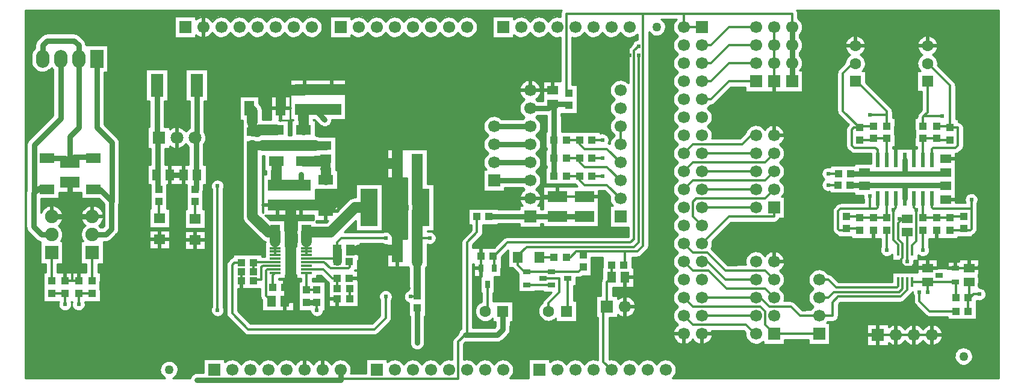
<source format=gbr>
G04 DipTrace 2.4.0.2*
%INTop.gbr*%
%MOIN*%
%ADD13C,0.03*%
%ADD14C,0.012*%
%ADD15C,0.013*%
%ADD16C,0.0551*%
%ADD17C,0.06*%
%ADD18C,0.0512*%
%ADD19C,0.0394*%
%ADD20C,0.0118*%
%ADD21C,0.01*%
%ADD22C,0.02*%
%ADD24R,0.0433X0.0394*%
%ADD25R,0.0512X0.0591*%
%ADD26R,0.063X0.1063*%
%ADD27R,0.0394X0.0433*%
%ADD28R,0.0591X0.0512*%
%ADD29R,0.1063X0.063*%
%ADD31R,0.0551X0.0827*%
%ADD32R,0.0827X0.0551*%
%ADD33R,0.063X0.0551*%
%ADD34R,0.0551X0.063*%
%ADD36C,0.05*%
%ADD37R,0.0669X0.0669*%
%ADD38C,0.0669*%
%ADD39R,0.0709X0.0709*%
%ADD40C,0.0709*%
%ADD41R,0.063X0.063*%
%ADD42C,0.063*%
%ADD43R,0.0748X0.0984*%
%ADD44O,0.0748X0.0984*%
%ADD45R,0.0953X0.2102*%
%ADD47R,0.0256X0.0413*%
%ADD48R,0.0413X0.0256*%
%ADD49R,0.0748X0.0748*%
%ADD50C,0.0748*%
%ADD51R,0.0709X0.126*%
%ADD53R,0.063X0.0118*%
%ADD54R,0.0236X0.0787*%
%ADD55R,0.0157X0.0551*%
%ADD56C,0.024*%
%FSLAX44Y44*%
G04*
G70*
G90*
G75*
G01*
%LNTop*%
%LPD*%
X3500Y18250D2*
D13*
Y19000D1*
X3250Y19250D1*
X1750D1*
X1500Y19000D1*
Y18250D1*
X3500D2*
Y14437D1*
X3000Y13937D1*
Y12500D1*
X25562Y9500D2*
D14*
Y8623D1*
X25000Y8061D1*
Y3060D1*
X24500Y2560D1*
Y500D1*
X18000D1*
Y1000D1*
X10062Y437D2*
D13*
X18000D1*
Y1000D1*
X22250Y4437D2*
Y2500D1*
X1750Y12750D2*
X2750D1*
X3000Y12500D1*
Y12562D1*
X3250Y12812D1*
X4250D1*
X4312Y12750D1*
X26995Y4243D2*
Y3242D1*
X26690Y2938D1*
X24905D1*
D14*
X24500Y2560D1*
X45005Y11250D2*
D15*
X45562D1*
X7938Y11001D2*
D13*
X7876D1*
Y11814D1*
Y13937D1*
X7937Y13875D1*
X14437Y12562D2*
D16*
Y11987D1*
D17*
Y11813D1*
Y11312D1*
X14500Y11250D1*
X15810D1*
X15821Y11239D1*
X16125Y4750D2*
D13*
X16686D1*
Y4749D1*
X15821Y11239D2*
Y11821D1*
X11187Y11187D2*
D15*
Y4312D1*
X16687D2*
Y4749D1*
X16686D1*
X7835Y16773D2*
D13*
Y13977D1*
X7937Y13875D1*
X7813Y11814D2*
X7876D1*
X43000Y20000D2*
Y19000D1*
Y18000D1*
Y17000D1*
X38000Y20000D2*
D14*
X37000D1*
X30665Y16335D2*
X30500Y16500D1*
Y20750D1*
X34754D1*
X37000D1*
Y20671D1*
Y20000D1*
Y20671D2*
X37079Y20750D1*
X43000D1*
Y20000D1*
X33669Y6812D2*
X33750D1*
Y7563D1*
X34441D1*
X34754Y7876D1*
Y20750D1*
X30500Y7250D2*
D15*
X30750D1*
X31063Y7563D1*
X31463D1*
X33750D1*
X52812Y5875D2*
Y5062D1*
X52750Y5000D1*
Y4250D1*
Y5000D2*
X52875D1*
X53062Y5187D1*
X53375D1*
X31463Y7563D2*
Y7380D1*
X31441Y7357D1*
X45005Y11876D2*
X45581D1*
Y11875D1*
X9939Y11001D2*
D13*
X10001D1*
Y11814D1*
Y13875D1*
X9937D1*
X15937Y14295D2*
D16*
Y14870D1*
D17*
Y15375D1*
X16000Y15438D1*
X16739D1*
X17500D1*
X16739D2*
D13*
Y15261D1*
X17125Y14875D1*
X10040Y16773D2*
Y13977D1*
X9937Y13875D1*
X10064Y11814D2*
X10001D1*
X38000Y19000D2*
D15*
X38500D1*
X39500Y20000D1*
X41000D1*
X37000Y13000D2*
X37500Y13500D1*
X40250D1*
X40750Y14000D1*
X41000D1*
Y13000D2*
X38000D1*
X37000Y12000D2*
X37500Y12500D1*
X41500D1*
X42000Y13000D1*
X41000Y12000D2*
X38000D1*
X37000Y11000D2*
X37500Y11500D1*
X41500D1*
X42000Y12000D1*
X41000Y11000D2*
X38000D1*
X41000Y10000D2*
X38000D1*
X42000Y11000D2*
X41500Y10500D1*
X37687D1*
X37500Y10313D1*
Y9500D1*
X38000Y9000D1*
X37000Y8000D2*
X37500Y7500D1*
X38312D1*
X39312Y6500D1*
X41500D1*
X42000Y6000D1*
X38000Y8000D2*
X39500Y9500D1*
X42000D1*
Y10000D1*
X37000Y7000D2*
X37500Y6500D1*
X38375D1*
X39375Y5500D1*
X41500D1*
X42000Y5000D1*
X38000Y7000D2*
X38312D1*
X39312Y6000D1*
X41000D1*
X48875Y5875D2*
Y5625D1*
X48812Y5562D1*
X45438D1*
X45000Y6000D1*
X44500D1*
X48875Y7607D2*
Y7937D1*
X48625Y8187D1*
Y9875D1*
X48750Y10000D1*
Y10500D1*
X48625Y9875D2*
X48645D1*
X48750Y10000D1*
X49643Y7607D2*
Y7893D1*
X49875Y8125D1*
Y9875D1*
X49750Y10000D1*
Y10500D1*
X2000Y9500D2*
D13*
X3000D1*
X4250D1*
X3000Y11398D2*
Y9500D1*
X2750Y5919D2*
D15*
X3136D1*
X3500D1*
X3136D2*
Y9364D1*
X3000Y9500D1*
X28500Y16500D2*
X29748D1*
X29750Y16498D1*
X28500Y10500D2*
X29898D1*
X30000Y10602D1*
X31500D1*
X33750Y6125D2*
Y4500D1*
X42000Y20000D2*
Y19000D1*
Y18000D1*
Y17000D1*
X47500Y8750D2*
Y7937D1*
X51000D2*
Y8750D1*
X14500Y10148D2*
D17*
X15258D1*
Y10136D1*
X15821D1*
X15258Y7063D2*
Y10136D1*
X17187Y9812D2*
D16*
Y9875D1*
D17*
X16937Y10125D1*
X15832D1*
X15821Y10136D1*
X17187Y9812D2*
D16*
X17595Y10220D1*
D17*
X18375Y11000D1*
Y12437D1*
X21148D1*
Y7500D1*
X18561Y7625D2*
D18*
X19008D1*
D17*
X21023D1*
X21148Y7500D1*
X18482Y6063D2*
D15*
X19062D1*
Y7571D1*
X19008Y7625D1*
X12518Y6437D2*
Y5937D1*
X15258Y7063D2*
D17*
Y5901D1*
D19*
X15192Y5836D1*
X14919Y5562D1*
X15192Y5836D2*
D17*
Y5086D1*
D18*
X14919Y4812D1*
X12518Y5937D2*
D15*
Y4732D1*
X13437Y3812D1*
X14937D1*
Y4794D1*
X14919Y4812D1*
X14679Y15509D2*
D16*
Y16500D1*
D17*
X15960D1*
X16000Y16540D1*
X17500D1*
X18585D1*
X21148Y13977D1*
Y12437D1*
X17831Y4937D2*
D15*
Y3812D1*
X14937D1*
X17831D2*
X19062D1*
Y6063D1*
X49131Y7607D2*
Y7994D1*
X48875Y8250D1*
Y9125D1*
X49123Y9373D1*
X49375D1*
X49131Y7607D2*
Y7193D1*
X49062Y7125D1*
Y6875D1*
X49250Y6687D1*
X50436D1*
X50500Y6623D1*
X52062D1*
X52812D1*
X50750Y2937D2*
X49750D1*
X48750D1*
X47750D1*
X49375Y9373D2*
Y9375D1*
X48937D1*
X9316Y11814D2*
D13*
X8561D1*
X25769Y6642D2*
D15*
Y7311D1*
X25771Y7313D1*
X2750Y5250D2*
X2000D1*
X2750Y4625D2*
Y5250D1*
X2000Y8500D2*
D13*
X1438D1*
X1000Y8938D1*
Y10813D1*
X1034Y10847D1*
X1125Y10937D1*
X1187D1*
X1312Y11062D1*
X1705D1*
X1750Y11018D1*
X1034Y10847D2*
Y13472D1*
X2500Y14938D1*
Y18250D1*
X29691Y6438D2*
D15*
X28316D1*
X28304Y6451D1*
X27819Y7250D2*
Y7319D1*
X28313Y7813D1*
X34254D1*
X34504Y8063D1*
Y18439D1*
X28304Y6451D2*
X28178D1*
X27815Y6813D1*
Y7247D1*
X27819Y7250D1*
X29691Y6438D2*
X31191D1*
X31441Y6688D1*
X26517Y6642D2*
Y7237D1*
X26440Y7313D1*
X26503D1*
X27253Y8063D1*
X34066D1*
X34254Y8251D1*
Y18689D1*
X34504Y18939D1*
X44500Y3000D2*
X42000D1*
X37000Y5000D2*
X37500Y4500D1*
X41250D1*
X41500Y4250D1*
Y3500D1*
X42000Y3000D1*
X49387Y5875D2*
Y5449D1*
X49000Y5062D1*
X45562D1*
X45250Y4750D1*
Y4000D1*
X44500D1*
X41000Y5000D2*
X38000D1*
X41000D2*
X41250D1*
X41750Y4500D1*
X42937D1*
X43437Y4000D1*
X44500D1*
X14391Y7359D2*
D20*
Y7556D1*
Y7752D1*
Y8111D1*
D17*
Y8609D1*
D16*
X14375Y8625D1*
X14000D1*
D17*
X13125Y9500D1*
Y13438D1*
D18*
X13720Y13437D1*
D17*
X16592D1*
D18*
X17187D1*
X13125Y14186D2*
X13373D1*
D17*
X13500Y14312D1*
X14420D1*
D16*
X14437Y14295D1*
X13125Y14186D2*
D18*
Y14741D1*
D17*
Y15330D1*
D16*
X12946Y15509D1*
X30500Y13750D2*
D15*
X31250D1*
Y13500D1*
X31500Y13250D1*
X32750D1*
X33500Y12500D1*
X30500Y12750D2*
X31250D1*
Y12500D1*
X31500Y12250D1*
X32750D1*
X33500Y11500D1*
X30500Y11750D2*
X31250D1*
Y11500D1*
X31500Y11250D1*
X32750D1*
X33500Y10500D1*
X7938Y10332D2*
Y9403D1*
X7972D1*
X16124Y6374D2*
D20*
Y6250D1*
D15*
Y5420D1*
X16125Y5419D1*
X16686D1*
X49387Y7607D2*
Y8488D1*
X49312Y8562D1*
X49438D1*
X49375Y8625D1*
X52081Y4250D2*
X50625D1*
X50062Y4812D1*
Y5312D1*
X49375Y7000D2*
Y7382D1*
X49387D1*
Y7607D1*
X48250Y9419D2*
X47500D1*
X46750D1*
X46669Y9500D1*
X46000D1*
X48250Y10500D2*
Y9419D1*
X50250D2*
X51000D1*
X51750D1*
X51829Y9498D1*
X52500D1*
X50250Y9419D2*
Y10500D1*
X48250Y13831D2*
Y12626D1*
Y13831D2*
X47500D1*
X47419Y13750D1*
X46750D1*
X50250Y13831D2*
X51000D1*
X51081Y13750D1*
X51750D1*
X50250Y13831D2*
Y12626D1*
X4250Y7500D2*
Y5919D1*
X33500Y14500D2*
Y13500D1*
X26143Y5736D2*
Y4375D1*
X26011Y4243D1*
X16124Y7359D2*
D20*
Y7556D1*
Y7752D1*
Y8111D1*
D17*
Y8609D1*
D16*
X16107Y8625D1*
D17*
X17437D1*
X18812Y10000D1*
X19587D1*
X9937Y9368D2*
D15*
Y10331D1*
X9939Y10332D1*
X49250Y10500D2*
D13*
Y11250D1*
X51500D1*
Y11187D1*
X49250Y11250D2*
X47063D1*
X47000Y11187D1*
Y11250D1*
X46232D1*
X49250Y12626D2*
Y11875D1*
X51435D1*
X51500Y11939D1*
X49250Y11875D2*
X47061D1*
X47000Y11936D1*
Y11875D1*
X46250D1*
X30596Y6064D2*
D15*
Y4346D1*
X30500Y4250D1*
X17812Y6063D2*
X17562D1*
X17062Y6562D1*
X16132D1*
D20*
X16124Y6571D1*
X17812Y6063D2*
D15*
Y5518D1*
X17831Y5500D1*
X14391Y6768D2*
D20*
X14011D1*
D15*
X13706D1*
X13625Y6688D1*
Y6000D1*
X13250D1*
X13187Y5937D1*
X22250Y12437D2*
D17*
Y10188D1*
X22437Y10000D1*
X22250Y7500D2*
Y8312D1*
Y9812D1*
X22437Y10000D1*
X22250Y5107D2*
D19*
Y6976D1*
D17*
Y7500D1*
X17812Y7625D2*
D18*
Y7030D1*
D19*
Y7000D1*
X16124Y7162D2*
D20*
X16504D1*
D15*
X17651D1*
X17812Y7000D1*
Y7625D2*
Y8062D1*
X18062Y8312D1*
X20500D1*
X22937D2*
X22250D1*
X12518Y6937D2*
X12125D1*
X12000Y6812D1*
Y4125D1*
X12875Y3250D1*
X19875D1*
X20500Y3875D1*
Y5062D1*
X21875D2*
X22206D1*
X22250Y5107D1*
X29831Y7250D2*
X29000D1*
X16124Y6965D2*
D20*
X16504D1*
D15*
X17098D1*
X17437Y6625D1*
X18438D1*
X18500Y6687D1*
Y6982D1*
X18482Y7000D1*
X14391Y6571D2*
D20*
X14011D1*
D15*
X13946D1*
X13875Y6500D1*
Y5108D1*
X14171Y4812D1*
X14250Y5562D2*
Y6233D1*
X14304Y6287D1*
D20*
X14391Y6374D1*
Y6965D2*
X14011D1*
D15*
X13215D1*
X13187Y6937D1*
Y6437D1*
X18500Y4937D2*
Y5500D1*
X29209Y6077D2*
X30125D1*
Y5312D1*
X29500Y4687D1*
Y4234D1*
X29516Y4250D1*
X15937Y12563D2*
D16*
X16651D1*
D17*
X17061D1*
D18*
X17187Y12689D1*
Y12134D1*
D17*
Y12120D1*
D16*
Y11545D1*
X2000Y7500D2*
D15*
Y5919D1*
X28304Y5703D2*
X29678D1*
X29691Y5690D1*
X3500Y5250D2*
X4250D1*
X3500Y4625D2*
Y5250D1*
X4312Y11018D2*
D13*
X4670D1*
X5312Y10375D1*
Y8812D1*
X5000Y8500D1*
X4250D1*
X5312Y10375D2*
X5348Y10339D1*
Y13589D1*
X4500Y14437D1*
Y18250D1*
X38000Y16000D2*
D15*
X38500D1*
X39500Y17000D1*
X41000D1*
X38000D2*
X38500D1*
X39500Y18000D1*
X41000D1*
X49131Y5875D2*
Y5506D1*
X48937Y5312D1*
X45312D1*
X45000Y5000D1*
X44500D1*
X37000Y4000D2*
X37500Y3500D1*
X40437D1*
X40937Y3000D1*
X41000D1*
Y4000D2*
X38000D1*
X31500Y9500D2*
D13*
X30000D1*
X28500D1*
X26232D1*
X26500Y13500D2*
X28500D1*
X26500Y14500D2*
X28500D1*
X26500Y12500D2*
X28500D1*
X26500Y11500D2*
X28500D1*
Y15500D2*
X29500D1*
X29750Y15750D1*
X30581D1*
X30665Y15665D1*
X29750Y15750D2*
X29831Y15669D1*
Y13750D1*
Y12750D1*
Y11750D1*
X33000Y6812D2*
D15*
X33002Y6810D1*
Y6125D1*
X32750Y5873D1*
Y4500D1*
X33000Y1000D2*
D14*
X32562Y1438D1*
Y4500D1*
X32750D1*
X48250Y8750D2*
D15*
Y7638D1*
X50250D2*
Y8750D1*
X52081Y5000D2*
Y5857D1*
X52062Y5875D1*
X50500D1*
X49643D1*
X50500D2*
Y5313D1*
X46750Y8750D2*
X46669Y8831D1*
X46000D1*
X45919Y8750D1*
X45625D1*
X45562Y8813D1*
Y9812D1*
X45687Y9937D1*
X47293D1*
X47687D1*
X47750Y10000D1*
Y10500D1*
X48250Y14500D2*
Y15125D1*
Y15319D1*
X46569Y17000D1*
X46500D1*
X47293Y9937D2*
X47317Y9962D1*
Y10626D1*
Y15125D2*
X48250D1*
X46750Y14419D2*
X46831Y14500D1*
X47500D1*
X47750Y12626D2*
Y13188D1*
X47625Y13313D1*
X46437D1*
X46312Y13438D1*
Y14312D1*
X46419Y14419D1*
X46750D1*
X45817Y15352D1*
Y17439D1*
X46362Y17984D1*
X46500D1*
X52500Y8829D2*
X52421Y8750D1*
X51750D1*
X52500Y8829D2*
X52579Y8750D1*
X52875D1*
X52937Y8812D1*
Y9937D1*
X50813D1*
X50750Y10000D1*
Y10500D1*
X50250Y14500D2*
Y15014D1*
X50299Y15063D1*
X50500Y15264D1*
Y17000D1*
X52937Y9937D2*
Y10437D1*
X51312Y15063D2*
X50299D1*
X51750Y14419D2*
X51669Y14500D1*
X51000D1*
X50750Y12626D2*
Y13250D1*
X50813Y13313D1*
X52063D1*
X52187Y13437D1*
Y14419D1*
X51750D1*
X50500Y17984D2*
X50511Y17996D1*
X51750Y16757D1*
Y14419D1*
X38000Y18000D2*
X38500D1*
X39500Y19000D1*
X41000D1*
X31919Y11750D2*
X32500D1*
X31919Y12750D2*
X32500D1*
X31919Y13750D2*
X32500D1*
D56*
X10062Y437D3*
X22250Y2500D3*
X45005Y11250D3*
X15821Y11821D3*
X11187Y11187D3*
Y4312D3*
X16687D3*
X14437Y11813D3*
X53375Y5187D3*
X45005Y11876D3*
X17125Y14875D3*
X48625Y9875D3*
X49875D3*
X47500Y7937D3*
X51000D3*
X48937Y9375D3*
X2750Y4625D3*
X34504Y18439D3*
Y18939D3*
X50062Y5312D3*
X49375Y7000D3*
X20500Y8312D3*
X22937D3*
X20500Y5062D3*
X21875D3*
X3500Y4625D3*
X48250Y7638D3*
X50250D3*
X50500Y5313D3*
D3*
X47317Y10626D3*
Y15125D3*
X52937Y10437D3*
X51312Y15063D3*
X32500Y11750D3*
Y12750D3*
Y13750D3*
X23625Y17937D3*
Y17437D3*
Y16937D3*
Y16437D3*
Y15937D3*
Y15437D3*
Y14937D3*
Y14437D3*
Y13937D3*
Y13437D3*
Y12937D3*
Y12437D3*
Y11937D3*
Y11437D3*
Y10937D3*
Y10437D3*
Y9937D3*
Y9437D3*
Y8937D3*
Y8437D3*
Y7937D3*
Y7437D3*
Y6937D3*
Y6437D3*
Y5937D3*
Y5437D3*
Y4937D3*
Y4437D3*
Y3937D3*
Y3437D3*
X24125Y17937D3*
Y17437D3*
Y16937D3*
Y16437D3*
Y15937D3*
Y15437D3*
Y14937D3*
Y14437D3*
Y13937D3*
Y13437D3*
Y12937D3*
Y12437D3*
Y11937D3*
Y11437D3*
Y10937D3*
Y10437D3*
Y9937D3*
Y9437D3*
Y8937D3*
Y8437D3*
Y7937D3*
Y7437D3*
Y6937D3*
X6062Y19937D3*
Y19437D3*
Y18937D3*
Y18437D3*
Y17937D3*
Y17437D3*
Y16937D3*
Y16437D3*
Y15937D3*
Y15437D3*
Y14937D3*
Y14437D3*
Y13937D3*
Y13437D3*
Y12937D3*
Y12437D3*
Y11937D3*
Y11437D3*
Y10937D3*
Y10437D3*
Y9937D3*
Y9437D3*
Y8937D3*
Y8437D3*
Y7937D3*
Y7437D3*
Y6937D3*
Y6437D3*
Y5937D3*
Y5437D3*
Y4937D3*
Y4437D3*
X15062Y7500D3*
X15437D3*
X15062Y7250D3*
X15437D3*
X15062Y7000D3*
X15437D3*
X15062Y6750D3*
X15437D3*
X24125Y6437D3*
Y5937D3*
Y5437D3*
Y4937D3*
Y4437D3*
Y3937D3*
Y3437D3*
X24625Y17937D3*
Y17437D3*
Y16937D3*
Y16437D3*
Y15937D3*
Y15437D3*
Y14937D3*
Y14437D3*
Y13937D3*
Y13437D3*
Y12937D3*
Y12437D3*
Y11937D3*
Y11437D3*
Y10937D3*
X43062Y11938D3*
Y11438D3*
Y10938D3*
Y10438D3*
Y9938D3*
Y9438D3*
Y8938D3*
Y8438D3*
Y7938D3*
Y7438D3*
X43562Y11938D3*
X24625Y10437D3*
X43562Y11438D3*
X25062Y2000D3*
X25562D3*
X26062D3*
X26562D3*
X27062D3*
X27562D3*
X28062D3*
X28562D3*
X29062D3*
X29562D3*
X30062D3*
X30562D3*
X31062D3*
X31562D3*
X32062D3*
X24625Y9937D3*
X33062Y2000D3*
X33562D3*
X34062D3*
X34562D3*
X35062D3*
X35562D3*
X36062D3*
X36562D3*
X37062D3*
X37562D3*
X8937Y17313D3*
Y16813D3*
Y16312D3*
Y15813D3*
Y15313D3*
X24625Y9437D3*
X43562Y10938D3*
Y10438D3*
Y9938D3*
X6625Y18938D3*
X11625Y17250D3*
X7125Y18938D3*
X12125Y17250D3*
X7625Y18938D3*
X12625Y17250D3*
X8125Y18938D3*
X13125Y17250D3*
X8625Y18938D3*
X13625Y17250D3*
X9125Y18938D3*
X14125Y17250D3*
X9625Y18938D3*
X14625Y17250D3*
X10125Y18938D3*
X15125Y17250D3*
X10625Y18938D3*
X15625Y17250D3*
X11125Y18938D3*
X16125Y17250D3*
X11625Y18938D3*
X16625Y17250D3*
X12125Y18938D3*
X49687Y4125D3*
X12625Y18938D3*
X17625Y17250D3*
X13125Y18938D3*
X18125Y17250D3*
X13625Y18938D3*
X18625Y17250D3*
X14125Y18938D3*
X19125Y17250D3*
X14625Y18938D3*
X19625Y17250D3*
X15125Y18938D3*
X20125Y17250D3*
X15625Y18938D3*
X20625Y17250D3*
X16125Y18938D3*
X21125Y17250D3*
X16625Y18938D3*
X21625Y17250D3*
X53375Y20187D3*
Y19687D3*
Y19187D3*
Y18687D3*
X18125Y18938D3*
Y18438D3*
X18625Y18938D3*
Y18438D3*
X19125Y18938D3*
Y18438D3*
X19625Y18938D3*
Y18438D3*
X20125Y18938D3*
Y18438D3*
X20625Y18938D3*
Y18438D3*
X21125Y18938D3*
Y18438D3*
X21625Y18938D3*
Y18438D3*
X22125Y18938D3*
Y18438D3*
X22625Y18938D3*
Y18438D3*
X23125Y18938D3*
Y18438D3*
X23625Y18938D3*
Y18438D3*
X24125Y18938D3*
Y18438D3*
X24625Y18938D3*
Y18438D3*
X25125Y18938D3*
Y18438D3*
X25625Y18938D3*
Y18438D3*
X26125Y18938D3*
Y18438D3*
X26625Y18938D3*
Y18438D3*
X27125Y18938D3*
Y18438D3*
X27625Y18938D3*
Y18438D3*
X28125Y18938D3*
Y18438D3*
X28625Y18938D3*
Y18438D3*
X29125Y18938D3*
Y18438D3*
X29625Y18938D3*
Y18438D3*
X30125Y18938D3*
Y18438D3*
X53375Y18187D3*
Y17687D3*
Y17187D3*
Y16687D3*
Y16187D3*
Y15687D3*
Y15187D3*
Y14687D3*
Y14187D3*
Y13687D3*
Y13187D3*
Y12687D3*
Y12187D3*
Y11687D3*
Y11187D3*
Y10687D3*
Y10187D3*
Y9687D3*
Y9187D3*
Y8687D3*
Y8187D3*
Y7687D3*
Y7187D3*
Y6687D3*
Y6187D3*
Y5687D3*
Y4687D3*
Y4187D3*
X52255Y11189D3*
X53375Y3687D3*
Y3187D3*
Y2687D3*
Y2187D3*
Y1687D3*
Y1187D3*
X53875Y20187D3*
Y19687D3*
Y19187D3*
Y18687D3*
Y18187D3*
Y17687D3*
Y17187D3*
Y16687D3*
Y16187D3*
Y15687D3*
Y15187D3*
Y14687D3*
Y14187D3*
Y13687D3*
Y13187D3*
Y12687D3*
Y12187D3*
Y11687D3*
Y11187D3*
Y10687D3*
Y10187D3*
Y9687D3*
Y9187D3*
Y8687D3*
Y8187D3*
Y7687D3*
Y7187D3*
Y6687D3*
Y6187D3*
Y5687D3*
Y4687D3*
Y4187D3*
X52255Y10689D3*
X53875Y3687D3*
Y3187D3*
Y2687D3*
Y2187D3*
Y1687D3*
Y1187D3*
X36062Y10500D3*
Y10000D3*
Y9500D3*
Y9000D3*
Y8500D3*
Y8000D3*
Y7500D3*
Y7000D3*
Y6500D3*
Y6000D3*
Y5500D3*
Y5000D3*
Y4500D3*
Y4000D3*
Y3500D3*
Y3000D3*
Y2500D3*
X43562Y9438D3*
Y8938D3*
Y8438D3*
Y7938D3*
Y7438D3*
X44062Y11938D3*
Y11438D3*
Y10938D3*
Y10438D3*
Y9938D3*
Y9438D3*
Y8938D3*
Y8438D3*
Y7938D3*
Y7438D3*
X44562Y11938D3*
Y11437D3*
Y10938D3*
Y10438D3*
Y9938D3*
Y9438D3*
Y8938D3*
Y8438D3*
Y7938D3*
Y7437D3*
X24625Y8937D3*
Y8437D3*
Y7937D3*
Y7437D3*
Y6937D3*
Y6437D3*
Y5937D3*
Y5437D3*
X37062Y1000D3*
X37562D3*
X38062D3*
X38562D3*
X39062D3*
X39562D3*
X40062D3*
X40562D3*
X41062D3*
X41562D3*
X42062D3*
X42562D3*
X43062D3*
X43562D3*
X44062D3*
X44562D3*
X45062D3*
X45562D3*
X46062D3*
X46562D3*
X47062D3*
X47562D3*
X48062D3*
X48562D3*
X49062D3*
X43875Y19687D3*
X50062Y1000D3*
X50562D3*
X51062D3*
X51562D3*
X52062D3*
X52562D3*
X53062D3*
X44875Y20187D3*
X45375D3*
X45875D3*
X46375D3*
X46875D3*
X47375D3*
X47875D3*
X48375D3*
X48875D3*
X49375D3*
X49875D3*
X50375D3*
X50875D3*
X51375D3*
X51875D3*
X52375D3*
X52875D3*
X24625Y4937D3*
Y4437D3*
Y3937D3*
Y3437D3*
X14250Y9437D3*
X14750D3*
X15250D3*
X15750D3*
X16250D3*
X20750Y11000D3*
Y10500D3*
Y10000D3*
X27750Y8500D3*
X12125Y14750D3*
X28250Y8500D3*
X12125Y14250D3*
X28750Y8500D3*
X12125Y16250D3*
X29250Y8500D3*
X49687Y4625D3*
X29750Y8500D3*
X30250D3*
X49562Y1000D3*
X30750Y8500D3*
X31250D3*
X46250Y8062D3*
X31750Y8500D3*
X46250Y7562D3*
X32250Y8500D3*
X46250Y7062D3*
X32750Y8500D3*
X46250Y6562D3*
X33250Y8500D3*
X47687Y4125D3*
X33750Y8500D3*
X48187Y4125D3*
X31000Y18938D3*
Y18438D3*
X31500Y18938D3*
Y18438D3*
X32000Y18938D3*
Y18438D3*
X32500Y18938D3*
Y18438D3*
X33000Y18938D3*
Y18438D3*
X33500Y18938D3*
Y18438D3*
X34000Y18938D3*
Y18438D3*
X20750Y9500D3*
Y9000D3*
X21250Y11000D3*
Y10500D3*
Y10000D3*
Y9500D3*
Y9000D3*
X8500Y2625D3*
X9000D3*
X9500D3*
X10000D3*
X10500D3*
X11000D3*
X11500D3*
X12000D3*
X12500D3*
X13000D3*
X13500D3*
X14000D3*
X14500D3*
X15000D3*
X15500D3*
X16000D3*
X16500D3*
X17000D3*
X17500D3*
X18000D3*
X18500D3*
X18625Y16750D3*
Y16250D3*
Y15750D3*
Y15250D3*
Y14750D3*
Y14250D3*
Y13750D3*
Y13250D3*
Y12750D3*
Y12250D3*
Y11750D3*
X12125Y16750D3*
X48687Y4125D3*
X12125Y15750D3*
Y15250D3*
X13187Y3687D3*
X13687D3*
X12125Y13750D3*
Y13250D3*
Y12750D3*
Y12250D3*
Y10750D3*
Y10250D3*
Y9750D3*
Y9250D3*
Y8750D3*
Y8250D3*
Y7750D3*
X14187Y3687D3*
X14687D3*
X15187D3*
X15687D3*
X16187D3*
X16687D3*
X17187D3*
X17687D3*
X18187D3*
X18687D3*
X19187D3*
X19687D3*
X49187Y4125D3*
X46750Y8062D3*
Y7562D3*
Y7062D3*
Y6562D3*
X47687Y4625D3*
X48187D3*
X48687D3*
X49187D3*
X51500Y8062D3*
Y7562D3*
X46250Y6062D3*
X45687Y4125D3*
X46187D3*
X46687D3*
X47187D3*
X52000Y8062D3*
Y7562D3*
X46750Y6062D3*
X45687Y4625D3*
X46187D3*
X46687D3*
X47187D3*
X43875Y20187D3*
Y19187D3*
Y18687D3*
Y18187D3*
Y17687D3*
Y17187D3*
Y16687D3*
Y16187D3*
Y15687D3*
Y15187D3*
Y14687D3*
Y14187D3*
X44375Y20187D3*
Y19687D3*
Y19187D3*
Y18687D3*
Y18187D3*
Y17687D3*
Y17187D3*
Y16687D3*
Y16187D3*
Y15687D3*
Y15187D3*
Y14687D3*
Y14187D3*
X49000Y16063D3*
Y15563D3*
Y15063D3*
Y14562D3*
Y14063D3*
Y13563D3*
X49500Y16063D3*
Y15563D3*
Y15063D3*
Y14562D3*
Y14063D3*
Y13563D3*
X52250Y12688D3*
Y12188D3*
Y11688D3*
X560Y20851D2*
D21*
X30192D1*
X43308D2*
X54441D1*
X560Y20753D2*
X30177D1*
X43323D2*
X54441D1*
X560Y20654D2*
X30177D1*
X43323D2*
X54441D1*
X560Y20555D2*
X8802D1*
X9998D2*
X10195D1*
X10605D2*
X11195D1*
X11605D2*
X12195D1*
X12605D2*
X13195D1*
X13605D2*
X14195D1*
X14605D2*
X15195D1*
X15605D2*
X16195D1*
X16605D2*
X17402D1*
X18598D2*
X18795D1*
X19205D2*
X19795D1*
X20205D2*
X20795D1*
X21205D2*
X21795D1*
X22205D2*
X22795D1*
X23205D2*
X23795D1*
X24205D2*
X24795D1*
X25205D2*
X26402D1*
X27598D2*
X27795D1*
X28205D2*
X28795D1*
X29205D2*
X29795D1*
X43323D2*
X54441D1*
X560Y20457D2*
X8802D1*
X10781D2*
X11019D1*
X11781D2*
X12019D1*
X12781D2*
X13019D1*
X13781D2*
X14019D1*
X14781D2*
X15019D1*
X15781D2*
X16019D1*
X16781D2*
X17402D1*
X19381D2*
X19619D1*
X20381D2*
X20619D1*
X21381D2*
X21619D1*
X22381D2*
X22619D1*
X23381D2*
X23619D1*
X24381D2*
X24619D1*
X25381D2*
X26402D1*
X28381D2*
X28619D1*
X29381D2*
X29619D1*
X43381D2*
X54441D1*
X560Y20358D2*
X8802D1*
X16878D2*
X17402D1*
X25478D2*
X26402D1*
X35865D2*
X36522D1*
X43478D2*
X54441D1*
X560Y20259D2*
X8802D1*
X16939D2*
X17402D1*
X25539D2*
X26402D1*
X35942D2*
X36461D1*
X43539D2*
X54441D1*
X560Y20160D2*
X8802D1*
X16976D2*
X17402D1*
X25576D2*
X26402D1*
X35987D2*
X36424D1*
X43576D2*
X54441D1*
X560Y20062D2*
X8802D1*
X16995D2*
X17402D1*
X25595D2*
X26402D1*
X36011D2*
X36405D1*
X43595D2*
X54441D1*
X560Y19963D2*
X8802D1*
X16997D2*
X17402D1*
X25597D2*
X26402D1*
X36012D2*
X36403D1*
X43597D2*
X54441D1*
X560Y19864D2*
X8802D1*
X16983D2*
X17402D1*
X25583D2*
X26402D1*
X35995D2*
X36417D1*
X43583D2*
X54441D1*
X560Y19766D2*
X8802D1*
X16950D2*
X17402D1*
X25550D2*
X26402D1*
X35956D2*
X36450D1*
X43550D2*
X54441D1*
X560Y19667D2*
X8802D1*
X16895D2*
X17402D1*
X25495D2*
X26402D1*
X35889D2*
X36505D1*
X43495D2*
X54441D1*
X560Y19568D2*
X1491D1*
X3509D2*
X8802D1*
X10811D2*
X10989D1*
X11811D2*
X11989D1*
X12811D2*
X12989D1*
X13811D2*
X13989D1*
X14811D2*
X14989D1*
X15811D2*
X15989D1*
X16811D2*
X17402D1*
X19411D2*
X19589D1*
X20411D2*
X20589D1*
X21411D2*
X21589D1*
X22411D2*
X22589D1*
X23411D2*
X23589D1*
X24411D2*
X24589D1*
X25411D2*
X26402D1*
X28411D2*
X28589D1*
X29411D2*
X29589D1*
X31411D2*
X31589D1*
X32411D2*
X32589D1*
X33411D2*
X33589D1*
X35078D2*
X35230D1*
X35770D2*
X36589D1*
X43414D2*
X54441D1*
X560Y19470D2*
X1389D1*
X3611D2*
X8802D1*
X9998D2*
X10135D1*
X10665D2*
X11135D1*
X11665D2*
X12135D1*
X12665D2*
X13135D1*
X13665D2*
X14135D1*
X14665D2*
X15135D1*
X15665D2*
X16135D1*
X16665D2*
X17402D1*
X18598D2*
X18735D1*
X19265D2*
X19735D1*
X20265D2*
X20735D1*
X21265D2*
X21735D1*
X22265D2*
X22735D1*
X23265D2*
X23735D1*
X24265D2*
X24735D1*
X25265D2*
X26402D1*
X27598D2*
X27735D1*
X28265D2*
X28735D1*
X29265D2*
X29735D1*
X31265D2*
X31735D1*
X32265D2*
X32735D1*
X33265D2*
X33735D1*
X34265D2*
X34430D1*
X35078D2*
X36636D1*
X43414D2*
X46220D1*
X46780D2*
X50220D1*
X50780D2*
X54441D1*
X560Y19371D2*
X1289D1*
X3711D2*
X30177D1*
X30823D2*
X34430D1*
X35078D2*
X36533D1*
X43467D2*
X46088D1*
X46912D2*
X50088D1*
X50912D2*
X54441D1*
X560Y19272D2*
X1192D1*
X3808D2*
X30177D1*
X30823D2*
X34324D1*
X35078D2*
X36469D1*
X43531D2*
X46010D1*
X46990D2*
X50010D1*
X50990D2*
X54441D1*
X560Y19174D2*
X1125D1*
X3875D2*
X30177D1*
X30823D2*
X34202D1*
X35078D2*
X36428D1*
X43572D2*
X45960D1*
X47040D2*
X49960D1*
X51040D2*
X54441D1*
X560Y19075D2*
X1094D1*
X3906D2*
X30177D1*
X30823D2*
X34145D1*
X35078D2*
X36406D1*
X43594D2*
X45931D1*
X47069D2*
X49931D1*
X51069D2*
X54441D1*
X560Y18976D2*
X1086D1*
X5137D2*
X30177D1*
X30823D2*
X34080D1*
X35078D2*
X36402D1*
X43598D2*
X45922D1*
X47080D2*
X49920D1*
X51080D2*
X54441D1*
X560Y18878D2*
X1086D1*
X5137D2*
X30177D1*
X30823D2*
X33986D1*
X35078D2*
X36414D1*
X43586D2*
X45928D1*
X47072D2*
X49928D1*
X51072D2*
X54441D1*
X560Y18779D2*
X1016D1*
X5137D2*
X30177D1*
X30823D2*
X33938D1*
X35078D2*
X36444D1*
X43556D2*
X45953D1*
X47047D2*
X49953D1*
X51047D2*
X54441D1*
X560Y18680D2*
X945D1*
X5137D2*
X30177D1*
X30823D2*
X33925D1*
X35078D2*
X36495D1*
X43505D2*
X46000D1*
X47000D2*
X50000D1*
X51000D2*
X54441D1*
X560Y18581D2*
X900D1*
X5137D2*
X30177D1*
X30823D2*
X33925D1*
X35078D2*
X36577D1*
X43423D2*
X46074D1*
X46926D2*
X50074D1*
X50926D2*
X54441D1*
X560Y18483D2*
X872D1*
X5137D2*
X30177D1*
X30823D2*
X33925D1*
X35078D2*
X36653D1*
X43414D2*
X46194D1*
X46806D2*
X50194D1*
X50806D2*
X54441D1*
X560Y18384D2*
X863D1*
X5137D2*
X30177D1*
X30823D2*
X33925D1*
X35078D2*
X36544D1*
X43456D2*
X46086D1*
X46914D2*
X50086D1*
X50914D2*
X54441D1*
X560Y18285D2*
X863D1*
X5137D2*
X30177D1*
X30823D2*
X33925D1*
X35078D2*
X36475D1*
X43525D2*
X46008D1*
X46992D2*
X50008D1*
X50992D2*
X54441D1*
X560Y18187D2*
X863D1*
X5137D2*
X30177D1*
X30823D2*
X33925D1*
X35078D2*
X36431D1*
X43569D2*
X45958D1*
X47042D2*
X49958D1*
X51042D2*
X54441D1*
X560Y18088D2*
X864D1*
X5137D2*
X30177D1*
X30823D2*
X33925D1*
X35078D2*
X36408D1*
X43592D2*
X45931D1*
X47069D2*
X49931D1*
X51069D2*
X54441D1*
X560Y17989D2*
X878D1*
X5137D2*
X30177D1*
X30823D2*
X33925D1*
X35078D2*
X36402D1*
X43598D2*
X45906D1*
X47080D2*
X49920D1*
X51080D2*
X54441D1*
X560Y17891D2*
X910D1*
X5137D2*
X30177D1*
X30823D2*
X33925D1*
X35078D2*
X36411D1*
X43589D2*
X45808D1*
X47072D2*
X49928D1*
X51078D2*
X54441D1*
X560Y17792D2*
X963D1*
X5137D2*
X30177D1*
X30823D2*
X33925D1*
X35078D2*
X36439D1*
X43561D2*
X45710D1*
X47045D2*
X49955D1*
X51176D2*
X54441D1*
X560Y17693D2*
X1041D1*
X1959D2*
X2041D1*
X5137D2*
X30177D1*
X30823D2*
X33925D1*
X35078D2*
X36488D1*
X43512D2*
X45611D1*
X46998D2*
X50002D1*
X51275D2*
X54441D1*
X560Y17595D2*
X1166D1*
X1834D2*
X2086D1*
X5137D2*
X7217D1*
X8453D2*
X9422D1*
X10658D2*
X30177D1*
X30823D2*
X33925D1*
X35078D2*
X36563D1*
X43437D2*
X45528D1*
X46925D2*
X50075D1*
X51373D2*
X54441D1*
X560Y17496D2*
X2086D1*
X4914D2*
X7217D1*
X8453D2*
X9422D1*
X10658D2*
X30177D1*
X30823D2*
X33925D1*
X35078D2*
X36674D1*
X43598D2*
X45494D1*
X47080D2*
X49920D1*
X51472D2*
X54441D1*
X560Y17397D2*
X2086D1*
X4914D2*
X7217D1*
X8453D2*
X9422D1*
X10658D2*
X30177D1*
X30823D2*
X33925D1*
X35078D2*
X36556D1*
X43598D2*
X45489D1*
X47080D2*
X49920D1*
X51570D2*
X54441D1*
X560Y17299D2*
X2086D1*
X4914D2*
X7217D1*
X8453D2*
X9422D1*
X10658D2*
X30177D1*
X30823D2*
X33925D1*
X35078D2*
X36483D1*
X43598D2*
X45489D1*
X47080D2*
X49920D1*
X51670D2*
X54441D1*
X560Y17200D2*
X2086D1*
X4914D2*
X7217D1*
X8453D2*
X9422D1*
X10658D2*
X30177D1*
X30823D2*
X33925D1*
X35078D2*
X36436D1*
X43598D2*
X45489D1*
X47080D2*
X49920D1*
X51769D2*
X54441D1*
X560Y17101D2*
X2086D1*
X4914D2*
X7217D1*
X8453D2*
X9422D1*
X10658D2*
X15205D1*
X18295D2*
X30177D1*
X30823D2*
X33925D1*
X35078D2*
X36410D1*
X43598D2*
X45489D1*
X47080D2*
X49920D1*
X51867D2*
X54441D1*
X560Y17002D2*
X2086D1*
X4914D2*
X7217D1*
X8453D2*
X9422D1*
X10658D2*
X15205D1*
X18295D2*
X28183D1*
X28817D2*
X29191D1*
X30823D2*
X33183D1*
X33817D2*
X33925D1*
X35078D2*
X36402D1*
X43598D2*
X45489D1*
X47080D2*
X49920D1*
X51965D2*
X54441D1*
X560Y16904D2*
X2086D1*
X4914D2*
X7217D1*
X8453D2*
X9422D1*
X10658D2*
X15205D1*
X18295D2*
X28063D1*
X28937D2*
X29191D1*
X30823D2*
X33063D1*
X35078D2*
X36410D1*
X43598D2*
X45489D1*
X47126D2*
X49920D1*
X52044D2*
X54441D1*
X560Y16805D2*
X2086D1*
X4914D2*
X7217D1*
X8453D2*
X9422D1*
X10658D2*
X15205D1*
X18295D2*
X27986D1*
X29014D2*
X29191D1*
X30823D2*
X32986D1*
X35078D2*
X36435D1*
X43598D2*
X45489D1*
X47225D2*
X49920D1*
X52075D2*
X54441D1*
X560Y16706D2*
X2086D1*
X4914D2*
X7217D1*
X8453D2*
X9422D1*
X10658D2*
X15205D1*
X18295D2*
X27939D1*
X29061D2*
X29191D1*
X31126D2*
X32939D1*
X35078D2*
X36480D1*
X43598D2*
X45489D1*
X47323D2*
X49920D1*
X52080D2*
X54441D1*
X560Y16608D2*
X2086D1*
X4914D2*
X7217D1*
X8453D2*
X9422D1*
X10658D2*
X15205D1*
X18295D2*
X27911D1*
X29089D2*
X29191D1*
X31126D2*
X32911D1*
X35078D2*
X36552D1*
X39569D2*
X40402D1*
X43598D2*
X45489D1*
X47422D2*
X49920D1*
X52080D2*
X54441D1*
X560Y16509D2*
X2086D1*
X4914D2*
X7217D1*
X8453D2*
X9422D1*
X10658D2*
X15205D1*
X18295D2*
X27902D1*
X29098D2*
X29191D1*
X31126D2*
X32902D1*
X35078D2*
X36666D1*
X39470D2*
X40402D1*
X43598D2*
X45489D1*
X47522D2*
X49920D1*
X52080D2*
X54441D1*
X560Y16410D2*
X2086D1*
X4914D2*
X7217D1*
X8453D2*
X9422D1*
X10658D2*
X15205D1*
X18295D2*
X27908D1*
X29092D2*
X29191D1*
X31126D2*
X32908D1*
X35078D2*
X36569D1*
X39372D2*
X45489D1*
X47620D2*
X50170D1*
X52080D2*
X54441D1*
X560Y16312D2*
X2086D1*
X4914D2*
X7217D1*
X8453D2*
X9422D1*
X10658D2*
X15205D1*
X18295D2*
X27933D1*
X29067D2*
X29191D1*
X31126D2*
X32933D1*
X35078D2*
X36491D1*
X39273D2*
X45489D1*
X47719D2*
X50170D1*
X52080D2*
X54441D1*
X560Y16213D2*
X2086D1*
X4914D2*
X7217D1*
X8453D2*
X9422D1*
X10658D2*
X15205D1*
X18295D2*
X27977D1*
X29023D2*
X29191D1*
X31126D2*
X32977D1*
X35078D2*
X36441D1*
X39173D2*
X45489D1*
X47817D2*
X50170D1*
X52080D2*
X54441D1*
X560Y16114D2*
X2086D1*
X4914D2*
X7217D1*
X8453D2*
X9422D1*
X10658D2*
X12406D1*
X13486D2*
X14139D1*
X18295D2*
X28045D1*
X28955D2*
X29191D1*
X31126D2*
X33045D1*
X35078D2*
X36413D1*
X39075D2*
X45489D1*
X47915D2*
X50170D1*
X52080D2*
X54441D1*
X560Y16016D2*
X2086D1*
X4914D2*
X7217D1*
X8453D2*
X9422D1*
X10658D2*
X12406D1*
X13486D2*
X14139D1*
X18295D2*
X28156D1*
X28844D2*
X29191D1*
X31126D2*
X33156D1*
X35078D2*
X36402D1*
X38976D2*
X45489D1*
X48014D2*
X50170D1*
X52080D2*
X54441D1*
X560Y15917D2*
X2086D1*
X4914D2*
X7217D1*
X8453D2*
X9422D1*
X10658D2*
X12406D1*
X13486D2*
X14139D1*
X18295D2*
X28075D1*
X28925D2*
X29191D1*
X31126D2*
X33075D1*
X35078D2*
X36408D1*
X38878D2*
X45489D1*
X48114D2*
X50170D1*
X52080D2*
X54441D1*
X560Y15818D2*
X2086D1*
X4914D2*
X7422D1*
X8248D2*
X9627D1*
X10453D2*
X12406D1*
X13486D2*
X14139D1*
X18295D2*
X27995D1*
X31126D2*
X32995D1*
X35078D2*
X36430D1*
X38780D2*
X45489D1*
X48212D2*
X50170D1*
X52080D2*
X54441D1*
X560Y15720D2*
X2086D1*
X4914D2*
X7422D1*
X8248D2*
X9627D1*
X10453D2*
X12406D1*
X13530D2*
X14139D1*
X18295D2*
X27944D1*
X31126D2*
X32944D1*
X35078D2*
X36472D1*
X38662D2*
X45489D1*
X48311D2*
X50170D1*
X52080D2*
X54441D1*
X560Y15621D2*
X2086D1*
X4914D2*
X7422D1*
X8248D2*
X9627D1*
X10453D2*
X12406D1*
X13606D2*
X14139D1*
X18295D2*
X27914D1*
X31126D2*
X32914D1*
X35078D2*
X36539D1*
X38461D2*
X45489D1*
X48409D2*
X50170D1*
X52080D2*
X54441D1*
X560Y15522D2*
X2086D1*
X4914D2*
X7422D1*
X8248D2*
X9627D1*
X10453D2*
X12406D1*
X13655D2*
X14139D1*
X18295D2*
X27902D1*
X31126D2*
X32902D1*
X35078D2*
X36647D1*
X38353D2*
X45489D1*
X48506D2*
X50170D1*
X52080D2*
X54441D1*
X560Y15423D2*
X2086D1*
X4914D2*
X7422D1*
X8248D2*
X9627D1*
X10453D2*
X12406D1*
X13681D2*
X14139D1*
X18295D2*
X27906D1*
X31126D2*
X32906D1*
X35078D2*
X36581D1*
X38419D2*
X45489D1*
X48561D2*
X50170D1*
X52080D2*
X54441D1*
X560Y15325D2*
X2086D1*
X4914D2*
X7422D1*
X8248D2*
X9627D1*
X10453D2*
X12406D1*
X13689D2*
X14139D1*
X18295D2*
X27928D1*
X31126D2*
X32928D1*
X35078D2*
X36499D1*
X38501D2*
X45489D1*
X48580D2*
X50100D1*
X52080D2*
X54441D1*
X560Y15226D2*
X2086D1*
X4914D2*
X7422D1*
X8248D2*
X9627D1*
X10453D2*
X12406D1*
X13689D2*
X14139D1*
X18295D2*
X27969D1*
X31126D2*
X32969D1*
X35078D2*
X36447D1*
X38553D2*
X45514D1*
X48580D2*
X50002D1*
X52080D2*
X54441D1*
X560Y15127D2*
X2086D1*
X4914D2*
X7422D1*
X8248D2*
X9627D1*
X10453D2*
X12406D1*
X13689D2*
X14139D1*
X18295D2*
X28035D1*
X30245D2*
X33035D1*
X35078D2*
X36416D1*
X38584D2*
X45581D1*
X48580D2*
X49942D1*
X52080D2*
X54441D1*
X560Y15029D2*
X2010D1*
X4914D2*
X7422D1*
X8248D2*
X9627D1*
X10453D2*
X12406D1*
X13689D2*
X14139D1*
X18295D2*
X26231D1*
X26769D2*
X28138D1*
X28862D2*
X29417D1*
X30245D2*
X33138D1*
X35078D2*
X36402D1*
X38598D2*
X45680D1*
X48580D2*
X49922D1*
X52080D2*
X54441D1*
X560Y14930D2*
X1911D1*
X4914D2*
X7422D1*
X8248D2*
X9627D1*
X10453D2*
X12406D1*
X13689D2*
X14139D1*
X18295D2*
X26088D1*
X26912D2*
X28088D1*
X28912D2*
X29417D1*
X30245D2*
X33088D1*
X35078D2*
X36406D1*
X38594D2*
X45778D1*
X48711D2*
X49789D1*
X52080D2*
X54441D1*
X560Y14831D2*
X1813D1*
X4914D2*
X7422D1*
X8248D2*
X9627D1*
X10453D2*
X12561D1*
X14623D2*
X15375D1*
X16500D2*
X16588D1*
X17536D2*
X26003D1*
X28997D2*
X29417D1*
X30245D2*
X33003D1*
X35078D2*
X36427D1*
X38573D2*
X45877D1*
X48711D2*
X49789D1*
X52211D2*
X54441D1*
X560Y14733D2*
X1714D1*
X4914D2*
X7422D1*
X8248D2*
X9627D1*
X10453D2*
X12561D1*
X15115D2*
X15260D1*
X16615D2*
X16686D1*
X17512D2*
X25950D1*
X29050D2*
X29417D1*
X30245D2*
X32950D1*
X35078D2*
X36466D1*
X38534D2*
X45975D1*
X48711D2*
X49789D1*
X52256D2*
X54441D1*
X560Y14634D2*
X1616D1*
X4914D2*
X7422D1*
X8248D2*
X9627D1*
X10453D2*
X12566D1*
X15115D2*
X15260D1*
X16615D2*
X16785D1*
X17459D2*
X25917D1*
X29083D2*
X29417D1*
X30245D2*
X32917D1*
X35078D2*
X36530D1*
X38470D2*
X46075D1*
X48711D2*
X49789D1*
X52433D2*
X54441D1*
X560Y14535D2*
X1517D1*
X4983D2*
X7422D1*
X8248D2*
X9627D1*
X10453D2*
X12566D1*
X15115D2*
X15260D1*
X16615D2*
X16897D1*
X17353D2*
X25903D1*
X29097D2*
X29417D1*
X30245D2*
X32903D1*
X35078D2*
X36628D1*
X38372D2*
X40745D1*
X41255D2*
X41745D1*
X42255D2*
X46075D1*
X48711D2*
X49789D1*
X52495D2*
X54441D1*
X560Y14437D2*
X1417D1*
X5083D2*
X7319D1*
X8556D2*
X8694D1*
X9181D2*
X9627D1*
X10453D2*
X12566D1*
X15115D2*
X15260D1*
X16615D2*
X25905D1*
X29095D2*
X29417D1*
X30245D2*
X32905D1*
X35078D2*
X36595D1*
X38405D2*
X40595D1*
X41405D2*
X41595D1*
X42405D2*
X46010D1*
X48711D2*
X49789D1*
X52515D2*
X54441D1*
X560Y14338D2*
X1319D1*
X5181D2*
X7319D1*
X9342D2*
X9533D1*
X10453D2*
X12566D1*
X15115D2*
X15260D1*
X16615D2*
X25924D1*
X29076D2*
X29417D1*
X30245D2*
X32924D1*
X35078D2*
X36508D1*
X38492D2*
X40508D1*
X42492D2*
X45985D1*
X48711D2*
X49789D1*
X52517D2*
X54441D1*
X560Y14239D2*
X1220D1*
X5280D2*
X7319D1*
X10453D2*
X12566D1*
X15115D2*
X15260D1*
X16615D2*
X25963D1*
X29037D2*
X29417D1*
X30245D2*
X32963D1*
X35078D2*
X36452D1*
X38548D2*
X40452D1*
X42548D2*
X45983D1*
X48711D2*
X49789D1*
X52517D2*
X54441D1*
X560Y14141D2*
X1122D1*
X5378D2*
X7319D1*
X10495D2*
X12566D1*
X15115D2*
X15260D1*
X16615D2*
X26024D1*
X28976D2*
X29350D1*
X32400D2*
X33024D1*
X35078D2*
X36419D1*
X38581D2*
X40419D1*
X42581D2*
X45983D1*
X48711D2*
X49789D1*
X52517D2*
X54441D1*
X560Y14042D2*
X1024D1*
X5476D2*
X7319D1*
X10533D2*
X12566D1*
X15115D2*
X15260D1*
X16615D2*
X26120D1*
X28880D2*
X29350D1*
X32744D2*
X33120D1*
X35078D2*
X36403D1*
X38597D2*
X40331D1*
X42597D2*
X45983D1*
X48711D2*
X49789D1*
X52517D2*
X54441D1*
X560Y13943D2*
X925D1*
X5575D2*
X7319D1*
X10551D2*
X12566D1*
X17747D2*
X26103D1*
X28897D2*
X29350D1*
X32830D2*
X33103D1*
X35078D2*
X36405D1*
X38595D2*
X40233D1*
X42595D2*
X45983D1*
X48711D2*
X49789D1*
X52517D2*
X54441D1*
X560Y13844D2*
X825D1*
X5672D2*
X7319D1*
X10555D2*
X12566D1*
X17747D2*
X26013D1*
X28987D2*
X29350D1*
X32872D2*
X33013D1*
X35078D2*
X36422D1*
X38578D2*
X40133D1*
X42578D2*
X45983D1*
X48711D2*
X49789D1*
X52517D2*
X54441D1*
X560Y13746D2*
X728D1*
X5731D2*
X7319D1*
X10542D2*
X12566D1*
X17747D2*
X25955D1*
X29045D2*
X29350D1*
X32884D2*
X32955D1*
X35078D2*
X36460D1*
X42540D2*
X45983D1*
X48711D2*
X49789D1*
X52517D2*
X54441D1*
X560Y13647D2*
X661D1*
X5758D2*
X7319D1*
X10511D2*
X12566D1*
X17747D2*
X25920D1*
X29080D2*
X29350D1*
X35078D2*
X36519D1*
X42481D2*
X45983D1*
X48711D2*
X49789D1*
X52517D2*
X54441D1*
X560Y13548D2*
X628D1*
X5762D2*
X7319D1*
X10461D2*
X12566D1*
X17747D2*
X25903D1*
X29097D2*
X29350D1*
X35078D2*
X36613D1*
X42387D2*
X45983D1*
X48711D2*
X49789D1*
X52517D2*
X54441D1*
X560Y13450D2*
X620D1*
X5762D2*
X7319D1*
X9383D2*
X9492D1*
X10415D2*
X12561D1*
X17747D2*
X25903D1*
X29097D2*
X29350D1*
X35078D2*
X36611D1*
X42389D2*
X45983D1*
X48711D2*
X49789D1*
X52517D2*
X54441D1*
X560Y13351D2*
X620D1*
X5762D2*
X7319D1*
X8556D2*
X8619D1*
X9256D2*
X9588D1*
X10415D2*
X12561D1*
X17747D2*
X25920D1*
X29080D2*
X29350D1*
X35078D2*
X36517D1*
X42483D2*
X45995D1*
X48580D2*
X49920D1*
X52505D2*
X54441D1*
X560Y13252D2*
X620D1*
X5762D2*
X7463D1*
X8290D2*
X9588D1*
X10415D2*
X12561D1*
X17747D2*
X25956D1*
X29044D2*
X29417D1*
X35078D2*
X36458D1*
X42542D2*
X46042D1*
X52458D2*
X54441D1*
X560Y13154D2*
X620D1*
X5762D2*
X7463D1*
X8290D2*
X9588D1*
X10415D2*
X12561D1*
X17747D2*
X20569D1*
X22830D2*
X26014D1*
X28986D2*
X29350D1*
X35078D2*
X36422D1*
X42578D2*
X46136D1*
X52364D2*
X54441D1*
X560Y13055D2*
X620D1*
X5762D2*
X7463D1*
X8290D2*
X9588D1*
X10415D2*
X12561D1*
X17747D2*
X20569D1*
X22830D2*
X26105D1*
X28895D2*
X29350D1*
X35078D2*
X36403D1*
X42597D2*
X46239D1*
X52261D2*
X54441D1*
X560Y12956D2*
X620D1*
X5762D2*
X7463D1*
X8290D2*
X9588D1*
X10415D2*
X12561D1*
X17747D2*
X20569D1*
X22830D2*
X26119D1*
X28881D2*
X29350D1*
X35078D2*
X36403D1*
X42597D2*
X47367D1*
X52059D2*
X54441D1*
X560Y12858D2*
X620D1*
X5762D2*
X7463D1*
X8290D2*
X9588D1*
X10415D2*
X12561D1*
X13689D2*
X13760D1*
X17747D2*
X20569D1*
X22830D2*
X26022D1*
X28978D2*
X29350D1*
X35078D2*
X36419D1*
X42581D2*
X47367D1*
X52059D2*
X54441D1*
X560Y12759D2*
X620D1*
X5762D2*
X7463D1*
X8290D2*
X9588D1*
X10415D2*
X12561D1*
X13689D2*
X13760D1*
X17747D2*
X20569D1*
X22830D2*
X25961D1*
X29039D2*
X29350D1*
X35078D2*
X36453D1*
X42547D2*
X47367D1*
X52059D2*
X54441D1*
X560Y12660D2*
X620D1*
X5762D2*
X7463D1*
X8290D2*
X9588D1*
X10415D2*
X12561D1*
X13689D2*
X13760D1*
X17747D2*
X20569D1*
X22830D2*
X25924D1*
X29076D2*
X29350D1*
X35078D2*
X36510D1*
X42490D2*
X47367D1*
X52059D2*
X54441D1*
X560Y12562D2*
X620D1*
X5762D2*
X7463D1*
X8290D2*
X9588D1*
X10415D2*
X12561D1*
X13689D2*
X13760D1*
X17747D2*
X20569D1*
X22830D2*
X25905D1*
X29095D2*
X29350D1*
X35078D2*
X36597D1*
X42403D2*
X47367D1*
X52059D2*
X54441D1*
X560Y12463D2*
X620D1*
X5762D2*
X7463D1*
X8290D2*
X9588D1*
X10415D2*
X12561D1*
X13689D2*
X13760D1*
X17747D2*
X20569D1*
X22830D2*
X25903D1*
X29097D2*
X29350D1*
X35078D2*
X36627D1*
X42373D2*
X47367D1*
X52059D2*
X54441D1*
X560Y12364D2*
X620D1*
X5762D2*
X7463D1*
X8290D2*
X9588D1*
X10415D2*
X12561D1*
X13689D2*
X13760D1*
X17747D2*
X20569D1*
X22830D2*
X25917D1*
X29083D2*
X29350D1*
X35078D2*
X36528D1*
X42472D2*
X46441D1*
X52059D2*
X54441D1*
X560Y12265D2*
X620D1*
X5762D2*
X7294D1*
X10583D2*
X12561D1*
X13689D2*
X13760D1*
X17747D2*
X20569D1*
X22830D2*
X25950D1*
X29050D2*
X29417D1*
X35078D2*
X36464D1*
X42536D2*
X45100D1*
X52059D2*
X54441D1*
X560Y12167D2*
X620D1*
X5762D2*
X7294D1*
X10583D2*
X12561D1*
X13689D2*
X13760D1*
X17750D2*
X20569D1*
X22830D2*
X26005D1*
X28995D2*
X29350D1*
X35078D2*
X36425D1*
X42575D2*
X44760D1*
X52059D2*
X54441D1*
X560Y12068D2*
X620D1*
X5762D2*
X7294D1*
X10583D2*
X12561D1*
X13689D2*
X13760D1*
X17865D2*
X20569D1*
X22830D2*
X25902D1*
X28909D2*
X29350D1*
X35078D2*
X36405D1*
X42595D2*
X44674D1*
X52059D2*
X54441D1*
X560Y11969D2*
X620D1*
X5762D2*
X7294D1*
X10583D2*
X12561D1*
X13689D2*
X13874D1*
X17865D2*
X20569D1*
X22830D2*
X25902D1*
X28865D2*
X29350D1*
X35078D2*
X36402D1*
X42598D2*
X44633D1*
X52059D2*
X54441D1*
X560Y11871D2*
X620D1*
X5762D2*
X7294D1*
X10583D2*
X12561D1*
X13689D2*
X13874D1*
X17865D2*
X20569D1*
X22830D2*
X25902D1*
X28967D2*
X29350D1*
X35078D2*
X36416D1*
X42584D2*
X44620D1*
X52059D2*
X54441D1*
X560Y11772D2*
X620D1*
X5762D2*
X7294D1*
X10583D2*
X12561D1*
X17865D2*
X20569D1*
X22830D2*
X25902D1*
X29031D2*
X29350D1*
X35078D2*
X36447D1*
X42553D2*
X44636D1*
X52059D2*
X54441D1*
X560Y11673D2*
X620D1*
X5762D2*
X7294D1*
X10583D2*
X12561D1*
X17865D2*
X20569D1*
X22830D2*
X25902D1*
X29072D2*
X29350D1*
X35078D2*
X36500D1*
X42500D2*
X44680D1*
X52059D2*
X54441D1*
X560Y11575D2*
X620D1*
X5762D2*
X7294D1*
X10583D2*
X12561D1*
X17865D2*
X21686D1*
X22814D2*
X25902D1*
X29094D2*
X29350D1*
X35078D2*
X36583D1*
X42417D2*
X44774D1*
X52059D2*
X54441D1*
X560Y11476D2*
X620D1*
X5762D2*
X7294D1*
X10583D2*
X10939D1*
X11436D2*
X12561D1*
X17865D2*
X21686D1*
X22814D2*
X25902D1*
X29098D2*
X29350D1*
X35078D2*
X36644D1*
X42356D2*
X44697D1*
X52059D2*
X54441D1*
X560Y11377D2*
X620D1*
X5762D2*
X7294D1*
X10583D2*
X10855D1*
X11520D2*
X12561D1*
X17865D2*
X21686D1*
X22814D2*
X25902D1*
X29086D2*
X29350D1*
X35078D2*
X36538D1*
X42462D2*
X44642D1*
X52059D2*
X54441D1*
X560Y11279D2*
X620D1*
X5762D2*
X7294D1*
X10583D2*
X10814D1*
X11561D2*
X12561D1*
X17865D2*
X18847D1*
X20328D2*
X21686D1*
X23178D2*
X25902D1*
X29055D2*
X31011D1*
X35078D2*
X36472D1*
X42528D2*
X44622D1*
X52059D2*
X54441D1*
X560Y11180D2*
X620D1*
X5762D2*
X7463D1*
X8398D2*
X9478D1*
X10415D2*
X10803D1*
X11572D2*
X12561D1*
X17865D2*
X18847D1*
X20328D2*
X21686D1*
X23178D2*
X25902D1*
X29005D2*
X31110D1*
X35078D2*
X36430D1*
X42570D2*
X44627D1*
X52059D2*
X54441D1*
X560Y11081D2*
X620D1*
X5762D2*
X7463D1*
X8398D2*
X9478D1*
X10415D2*
X10819D1*
X11556D2*
X12561D1*
X17865D2*
X18847D1*
X20328D2*
X21686D1*
X23178D2*
X25902D1*
X27098D2*
X28077D1*
X28923D2*
X29205D1*
X35078D2*
X36406D1*
X42594D2*
X44661D1*
X52059D2*
X54441D1*
X560Y10983D2*
X620D1*
X5762D2*
X7463D1*
X8398D2*
X9478D1*
X10414D2*
X10858D1*
X11517D2*
X12561D1*
X16615D2*
X18847D1*
X20328D2*
X21686D1*
X23178D2*
X25902D1*
X27098D2*
X28153D1*
X28847D2*
X29205D1*
X35078D2*
X36402D1*
X42598D2*
X44733D1*
X52059D2*
X54441D1*
X5762Y10884D2*
X7478D1*
X8398D2*
X9478D1*
X10400D2*
X10858D1*
X11517D2*
X12561D1*
X16615D2*
X18847D1*
X20328D2*
X21686D1*
X23178D2*
X28044D1*
X28956D2*
X29205D1*
X32295D2*
X32655D1*
X35078D2*
X36413D1*
X42587D2*
X44919D1*
X52059D2*
X54441D1*
X2428Y10785D2*
X3635D1*
X5762D2*
X7478D1*
X8398D2*
X9478D1*
X10400D2*
X10858D1*
X11517D2*
X12561D1*
X16615D2*
X18847D1*
X20328D2*
X21686D1*
X23178D2*
X27975D1*
X29025D2*
X29205D1*
X32295D2*
X32753D1*
X35078D2*
X36442D1*
X42558D2*
X46441D1*
X52059D2*
X52789D1*
X53086D2*
X54441D1*
X2428Y10686D2*
X3635D1*
X5762D2*
X7478D1*
X8398D2*
X9478D1*
X10400D2*
X10858D1*
X11517D2*
X12561D1*
X16615D2*
X18847D1*
X20328D2*
X21686D1*
X23178D2*
X27931D1*
X29069D2*
X29205D1*
X32295D2*
X32853D1*
X35078D2*
X36492D1*
X42508D2*
X46441D1*
X52059D2*
X52649D1*
X53226D2*
X54441D1*
X2428Y10588D2*
X3635D1*
X5762D2*
X7478D1*
X8398D2*
X9478D1*
X10400D2*
X10858D1*
X11517D2*
X12561D1*
X16615D2*
X18847D1*
X20328D2*
X21686D1*
X23178D2*
X27908D1*
X29092D2*
X29205D1*
X32295D2*
X32908D1*
X35078D2*
X36570D1*
X42598D2*
X46936D1*
X52059D2*
X52585D1*
X53290D2*
X54441D1*
X2428Y10489D2*
X3635D1*
X5762D2*
X7478D1*
X8398D2*
X9478D1*
X10400D2*
X10858D1*
X11517D2*
X12561D1*
X16615D2*
X18542D1*
X20328D2*
X21686D1*
X23178D2*
X27902D1*
X29098D2*
X29205D1*
X32295D2*
X32902D1*
X35078D2*
X36663D1*
X42598D2*
X46960D1*
X52059D2*
X52556D1*
X53319D2*
X54441D1*
X1414Y10390D2*
X4716D1*
X5762D2*
X7478D1*
X8398D2*
X9478D1*
X10400D2*
X10858D1*
X11517D2*
X12561D1*
X16615D2*
X18410D1*
X20328D2*
X21686D1*
X23178D2*
X27911D1*
X29089D2*
X29205D1*
X32295D2*
X32911D1*
X35078D2*
X36550D1*
X42598D2*
X46989D1*
X52059D2*
X52556D1*
X53319D2*
X54441D1*
X1414Y10292D2*
X4814D1*
X5759D2*
X7478D1*
X8398D2*
X9478D1*
X10400D2*
X10858D1*
X11517D2*
X12561D1*
X17865D2*
X18311D1*
X20328D2*
X21686D1*
X23178D2*
X27939D1*
X29061D2*
X29205D1*
X32295D2*
X32939D1*
X35078D2*
X36478D1*
X42598D2*
X46989D1*
X52059D2*
X52583D1*
X53292D2*
X54441D1*
X1414Y10193D2*
X4899D1*
X5734D2*
X7478D1*
X8398D2*
X9478D1*
X10400D2*
X10858D1*
X11517D2*
X12561D1*
X17865D2*
X18213D1*
X20328D2*
X21686D1*
X23178D2*
X27988D1*
X29012D2*
X29205D1*
X32295D2*
X32988D1*
X35078D2*
X36435D1*
X42598D2*
X45486D1*
X53267D2*
X54441D1*
X1414Y10094D2*
X1788D1*
X2212D2*
X4038D1*
X4462D2*
X4899D1*
X5726D2*
X7478D1*
X8398D2*
X9478D1*
X10400D2*
X10858D1*
X11517D2*
X12561D1*
X17865D2*
X18114D1*
X20328D2*
X21694D1*
X23178D2*
X28064D1*
X28936D2*
X29205D1*
X32295D2*
X33064D1*
X35078D2*
X36410D1*
X42598D2*
X45383D1*
X53267D2*
X54441D1*
X1414Y9996D2*
X1605D1*
X2395D2*
X3855D1*
X4645D2*
X4899D1*
X5726D2*
X7478D1*
X8398D2*
X9478D1*
X10400D2*
X10858D1*
X11517D2*
X12561D1*
X17865D2*
X18014D1*
X20328D2*
X21697D1*
X23178D2*
X27902D1*
X29098D2*
X29205D1*
X32295D2*
X32902D1*
X35078D2*
X36402D1*
X42598D2*
X45291D1*
X53267D2*
X54441D1*
X1414Y9897D2*
X1503D1*
X2497D2*
X3753D1*
X4747D2*
X4899D1*
X5726D2*
X7392D1*
X8551D2*
X9358D1*
X10517D2*
X10858D1*
X11517D2*
X12561D1*
X20328D2*
X21692D1*
X23178D2*
X25081D1*
X32295D2*
X32902D1*
X35078D2*
X36411D1*
X42598D2*
X45245D1*
X53267D2*
X54441D1*
X2562Y9798D2*
X3688D1*
X4812D2*
X4899D1*
X5726D2*
X7392D1*
X8551D2*
X9358D1*
X10517D2*
X10858D1*
X11517D2*
X12561D1*
X20328D2*
X21686D1*
X23178D2*
X25081D1*
X32295D2*
X32902D1*
X35078D2*
X36438D1*
X42598D2*
X45233D1*
X53267D2*
X54441D1*
X2605Y9700D2*
X3645D1*
X5726D2*
X7392D1*
X8551D2*
X9358D1*
X10517D2*
X10858D1*
X11517D2*
X12561D1*
X20328D2*
X21686D1*
X23178D2*
X25081D1*
X32295D2*
X32902D1*
X35078D2*
X36485D1*
X42598D2*
X45233D1*
X53267D2*
X54441D1*
X2630Y9601D2*
X3620D1*
X5726D2*
X7392D1*
X8551D2*
X9358D1*
X10517D2*
X10858D1*
X11517D2*
X12561D1*
X20328D2*
X21686D1*
X23178D2*
X25081D1*
X32295D2*
X32902D1*
X35078D2*
X36558D1*
X42598D2*
X45233D1*
X53267D2*
X54441D1*
X2637Y9502D2*
X3613D1*
X5726D2*
X7392D1*
X8551D2*
X9358D1*
X10517D2*
X10858D1*
X11517D2*
X12561D1*
X13915D2*
X16510D1*
X20328D2*
X21686D1*
X23178D2*
X25081D1*
X32295D2*
X32902D1*
X35078D2*
X36677D1*
X42598D2*
X45233D1*
X53267D2*
X54441D1*
X2631Y9404D2*
X3619D1*
X5726D2*
X7392D1*
X8551D2*
X9358D1*
X10517D2*
X10858D1*
X11517D2*
X12569D1*
X14015D2*
X16510D1*
X20328D2*
X21686D1*
X23178D2*
X25081D1*
X32295D2*
X32902D1*
X35078D2*
X36561D1*
X42314D2*
X45233D1*
X53267D2*
X54441D1*
X2606Y9305D2*
X3644D1*
X5726D2*
X7392D1*
X8551D2*
X9358D1*
X10517D2*
X10858D1*
X11517D2*
X12597D1*
X14114D2*
X16510D1*
X20328D2*
X21686D1*
X23178D2*
X25081D1*
X32295D2*
X32902D1*
X35078D2*
X36486D1*
X42262D2*
X45233D1*
X53267D2*
X54441D1*
X2565Y9206D2*
X3685D1*
X4815D2*
X4899D1*
X5726D2*
X7392D1*
X8551D2*
X9358D1*
X10517D2*
X10858D1*
X11517D2*
X12645D1*
X14914D2*
X15567D1*
X16647D2*
X17225D1*
X20328D2*
X21686D1*
X23178D2*
X25081D1*
X32295D2*
X32902D1*
X35078D2*
X36439D1*
X42134D2*
X45233D1*
X53267D2*
X54441D1*
X2500Y9107D2*
X3750D1*
X4750D2*
X4899D1*
X5726D2*
X7392D1*
X8551D2*
X9358D1*
X10517D2*
X10858D1*
X11517D2*
X12724D1*
X14914D2*
X15567D1*
X18714D2*
X18847D1*
X20328D2*
X21686D1*
X23178D2*
X25081D1*
X32295D2*
X32902D1*
X35078D2*
X36411D1*
X39569D2*
X45233D1*
X53267D2*
X54441D1*
X2401Y9009D2*
X3849D1*
X4651D2*
X4899D1*
X5726D2*
X7392D1*
X8551D2*
X9358D1*
X10517D2*
X10858D1*
X11517D2*
X12824D1*
X14914D2*
X15567D1*
X18614D2*
X18847D1*
X20328D2*
X21686D1*
X23178D2*
X25239D1*
X25886D2*
X27902D1*
X29098D2*
X29205D1*
X32295D2*
X32902D1*
X35078D2*
X36402D1*
X39470D2*
X45233D1*
X53267D2*
X54441D1*
X2486Y8910D2*
X3764D1*
X4736D2*
X4828D1*
X5726D2*
X7392D1*
X8551D2*
X9358D1*
X10517D2*
X10858D1*
X11517D2*
X12922D1*
X14914D2*
X15567D1*
X18515D2*
X18847D1*
X20328D2*
X21686D1*
X23178D2*
X25239D1*
X25886D2*
X33925D1*
X35078D2*
X36408D1*
X39372D2*
X45233D1*
X53267D2*
X54441D1*
X2555Y8811D2*
X3695D1*
X5726D2*
X10858D1*
X11517D2*
X13020D1*
X14917D2*
X15567D1*
X18417D2*
X18847D1*
X20328D2*
X21686D1*
X23178D2*
X25239D1*
X25886D2*
X33925D1*
X35078D2*
X36433D1*
X39272D2*
X45233D1*
X53267D2*
X54441D1*
X560Y8713D2*
X655D1*
X2601D2*
X3649D1*
X5714D2*
X7392D1*
X8551D2*
X9358D1*
X10517D2*
X10858D1*
X11517D2*
X13119D1*
X14945D2*
X15550D1*
X18319D2*
X18847D1*
X20328D2*
X21686D1*
X23178D2*
X25199D1*
X25886D2*
X33925D1*
X35078D2*
X36477D1*
X39173D2*
X45250D1*
X53250D2*
X54441D1*
X560Y8614D2*
X742D1*
X2628D2*
X3622D1*
X5675D2*
X7392D1*
X8551D2*
X9358D1*
X10517D2*
X10858D1*
X11517D2*
X13217D1*
X14955D2*
X15544D1*
X20731D2*
X21686D1*
X23169D2*
X25100D1*
X25886D2*
X33925D1*
X35078D2*
X36545D1*
X39075D2*
X45303D1*
X53197D2*
X54441D1*
X560Y8515D2*
X841D1*
X2637D2*
X3613D1*
X5597D2*
X7392D1*
X8551D2*
X9358D1*
X10517D2*
X10858D1*
X11517D2*
X13316D1*
X14955D2*
X15555D1*
X20825D2*
X21686D1*
X23262D2*
X25000D1*
X25867D2*
X33925D1*
X35078D2*
X36656D1*
X38976D2*
X45399D1*
X53101D2*
X54441D1*
X560Y8417D2*
X939D1*
X2633D2*
X3617D1*
X5498D2*
X7392D1*
X8551D2*
X9358D1*
X10517D2*
X10858D1*
X11517D2*
X13416D1*
X14955D2*
X15560D1*
X20869D2*
X21686D1*
X23306D2*
X24902D1*
X25809D2*
X33925D1*
X35078D2*
X36575D1*
X38878D2*
X45539D1*
X52961D2*
X54441D1*
X560Y8318D2*
X1038D1*
X2611D2*
X3639D1*
X5400D2*
X7392D1*
X8551D2*
X9358D1*
X10517D2*
X10858D1*
X11517D2*
X13514D1*
X14955D2*
X15560D1*
X20884D2*
X21686D1*
X23322D2*
X24803D1*
X25711D2*
X27052D1*
X35078D2*
X36495D1*
X38780D2*
X46289D1*
X52211D2*
X54441D1*
X560Y8219D2*
X1138D1*
X2572D2*
X3678D1*
X5300D2*
X7392D1*
X8551D2*
X9358D1*
X10517D2*
X10858D1*
X11517D2*
X13613D1*
X14955D2*
X15560D1*
X23309D2*
X24719D1*
X25612D2*
X26949D1*
X35078D2*
X36444D1*
X38680D2*
X47920D1*
X50580D2*
X54441D1*
X560Y8121D2*
X1289D1*
X2637D2*
X3613D1*
X5148D2*
X7392D1*
X8551D2*
X9358D1*
X10517D2*
X10858D1*
X11517D2*
X13761D1*
X14955D2*
X15560D1*
X23269D2*
X24681D1*
X25514D2*
X26849D1*
X35078D2*
X36414D1*
X38586D2*
X47920D1*
X50580D2*
X54441D1*
X560Y8022D2*
X1363D1*
X2637D2*
X3613D1*
X4887D2*
X7392D1*
X8551D2*
X9358D1*
X10517D2*
X10858D1*
X11517D2*
X13813D1*
X14970D2*
X15545D1*
X23183D2*
X24677D1*
X25415D2*
X26750D1*
X35078D2*
X36402D1*
X38598D2*
X47920D1*
X50580D2*
X54441D1*
X560Y7923D2*
X1363D1*
X2637D2*
X3613D1*
X4887D2*
X7392D1*
X8551D2*
X9358D1*
X10517D2*
X10858D1*
X11517D2*
X13813D1*
X14970D2*
X15545D1*
X19080D2*
X20569D1*
X22830D2*
X24677D1*
X25323D2*
X26652D1*
X35078D2*
X36406D1*
X38594D2*
X47920D1*
X50580D2*
X54441D1*
X560Y7825D2*
X1363D1*
X2637D2*
X3613D1*
X4887D2*
X7392D1*
X8551D2*
X9358D1*
X10517D2*
X10858D1*
X11517D2*
X13813D1*
X19080D2*
X20569D1*
X22830D2*
X24677D1*
X25323D2*
X26553D1*
X35073D2*
X36428D1*
X38572D2*
X47916D1*
X50584D2*
X54441D1*
X560Y7726D2*
X1363D1*
X2637D2*
X3613D1*
X4887D2*
X7392D1*
X8551D2*
X9358D1*
X10517D2*
X10858D1*
X11517D2*
X13813D1*
X19080D2*
X20569D1*
X22830D2*
X24677D1*
X35039D2*
X36469D1*
X38548D2*
X47877D1*
X50623D2*
X54441D1*
X560Y7627D2*
X1363D1*
X2637D2*
X3613D1*
X4887D2*
X10858D1*
X11517D2*
X13813D1*
X19080D2*
X20569D1*
X22830D2*
X24677D1*
X34959D2*
X36535D1*
X38647D2*
X47866D1*
X50634D2*
X54441D1*
X560Y7528D2*
X1363D1*
X2637D2*
X3613D1*
X4887D2*
X10858D1*
X11517D2*
X13813D1*
X19080D2*
X20569D1*
X22830D2*
X24677D1*
X27180D2*
X27280D1*
X34861D2*
X36638D1*
X38745D2*
X40731D1*
X41269D2*
X41731D1*
X42269D2*
X47883D1*
X50617D2*
X54441D1*
X560Y7430D2*
X1363D1*
X2637D2*
X3613D1*
X4887D2*
X10858D1*
X11517D2*
X13813D1*
X19080D2*
X20569D1*
X22830D2*
X24677D1*
X27080D2*
X27280D1*
X34761D2*
X36588D1*
X38844D2*
X40588D1*
X41412D2*
X41588D1*
X42412D2*
X47930D1*
X50570D2*
X54441D1*
X560Y7331D2*
X1363D1*
X2637D2*
X3613D1*
X4887D2*
X10858D1*
X11517D2*
X12038D1*
X13667D2*
X13813D1*
X19080D2*
X20569D1*
X22830D2*
X24677D1*
X26981D2*
X27280D1*
X34662D2*
X36503D1*
X38942D2*
X40503D1*
X42497D2*
X48027D1*
X48473D2*
X48533D1*
X50473D2*
X54441D1*
X560Y7232D2*
X1363D1*
X2637D2*
X3613D1*
X4887D2*
X10858D1*
X11517D2*
X11994D1*
X19080D2*
X20569D1*
X22830D2*
X24677D1*
X26920D2*
X27280D1*
X31901D2*
X32519D1*
X34150D2*
X36449D1*
X39040D2*
X40449D1*
X42551D2*
X48533D1*
X49986D2*
X54441D1*
X560Y7134D2*
X1363D1*
X2637D2*
X3613D1*
X4887D2*
X10858D1*
X11517D2*
X11861D1*
X19080D2*
X20569D1*
X22830D2*
X24677D1*
X26920D2*
X27280D1*
X31901D2*
X32519D1*
X34150D2*
X36417D1*
X39139D2*
X40417D1*
X42583D2*
X48533D1*
X49986D2*
X54441D1*
X560Y7035D2*
X1363D1*
X2637D2*
X3613D1*
X4887D2*
X10858D1*
X11517D2*
X11761D1*
X18962D2*
X20569D1*
X22830D2*
X24677D1*
X26920D2*
X27280D1*
X31901D2*
X32519D1*
X34150D2*
X36403D1*
X39239D2*
X40403D1*
X42597D2*
X48992D1*
X49758D2*
X49941D1*
X51059D2*
X52253D1*
X53372D2*
X54441D1*
X560Y6936D2*
X1363D1*
X2637D2*
X3613D1*
X4887D2*
X10858D1*
X11517D2*
X11695D1*
X18962D2*
X20569D1*
X22830D2*
X24677D1*
X26920D2*
X27280D1*
X31901D2*
X32519D1*
X34150D2*
X36405D1*
X39337D2*
X40405D1*
X42595D2*
X48997D1*
X49753D2*
X49941D1*
X51059D2*
X51592D1*
X53372D2*
X54441D1*
X560Y6838D2*
X1670D1*
X2330D2*
X3920D1*
X4580D2*
X10858D1*
X11517D2*
X11672D1*
X18962D2*
X20569D1*
X22830D2*
X24677D1*
X25323D2*
X25378D1*
X26909D2*
X27280D1*
X31901D2*
X32519D1*
X34150D2*
X36424D1*
X39436D2*
X40424D1*
X42576D2*
X49028D1*
X49722D2*
X49941D1*
X51059D2*
X51592D1*
X53372D2*
X54441D1*
X560Y6739D2*
X1670D1*
X2330D2*
X3920D1*
X4580D2*
X10858D1*
X11517D2*
X11670D1*
X18962D2*
X20569D1*
X22830D2*
X24677D1*
X25323D2*
X25378D1*
X26909D2*
X27280D1*
X31901D2*
X32519D1*
X34150D2*
X36463D1*
X42537D2*
X49097D1*
X49653D2*
X49941D1*
X51059D2*
X51592D1*
X53372D2*
X54441D1*
X560Y6640D2*
X1670D1*
X2330D2*
X3920D1*
X4580D2*
X10858D1*
X11517D2*
X11670D1*
X18962D2*
X21789D1*
X22711D2*
X24677D1*
X25323D2*
X25378D1*
X26909D2*
X27538D1*
X31901D2*
X32483D1*
X34270D2*
X36524D1*
X42476D2*
X49263D1*
X49487D2*
X49941D1*
X51059D2*
X51592D1*
X53372D2*
X54441D1*
X560Y6542D2*
X1670D1*
X2330D2*
X3920D1*
X4580D2*
X10858D1*
X11517D2*
X11670D1*
X18794D2*
X21789D1*
X22711D2*
X24677D1*
X25323D2*
X25378D1*
X26909D2*
X27627D1*
X31901D2*
X32483D1*
X34270D2*
X36620D1*
X42380D2*
X44260D1*
X44740D2*
X49941D1*
X53372D2*
X54441D1*
X560Y6443D2*
X1670D1*
X2330D2*
X3920D1*
X4580D2*
X10858D1*
X11517D2*
X11670D1*
X18962D2*
X21789D1*
X22711D2*
X24677D1*
X25323D2*
X25378D1*
X26909D2*
X27725D1*
X31901D2*
X32483D1*
X34270D2*
X36602D1*
X42398D2*
X44102D1*
X44898D2*
X49941D1*
X53372D2*
X54441D1*
X560Y6344D2*
X1539D1*
X4711D2*
X10858D1*
X11517D2*
X11670D1*
X18962D2*
X21789D1*
X22711D2*
X24677D1*
X25323D2*
X25378D1*
X26909D2*
X27824D1*
X31901D2*
X32483D1*
X34270D2*
X36513D1*
X42487D2*
X44013D1*
X44987D2*
X48533D1*
X53372D2*
X54441D1*
X560Y6246D2*
X1539D1*
X4711D2*
X10858D1*
X11517D2*
X11670D1*
X14970D2*
X15545D1*
X18962D2*
X21789D1*
X22711D2*
X24677D1*
X25323D2*
X25378D1*
X26909D2*
X27833D1*
X31901D2*
X32483D1*
X34270D2*
X36455D1*
X42545D2*
X43955D1*
X45214D2*
X48533D1*
X53372D2*
X54441D1*
X560Y6147D2*
X1539D1*
X4711D2*
X10858D1*
X11517D2*
X11670D1*
X14970D2*
X15545D1*
X16703D2*
X17017D1*
X18962D2*
X21789D1*
X22711D2*
X24677D1*
X25323D2*
X25752D1*
X26534D2*
X27833D1*
X31331D2*
X32483D1*
X34270D2*
X36420D1*
X42580D2*
X43920D1*
X45314D2*
X48533D1*
X53372D2*
X54441D1*
X560Y6048D2*
X1539D1*
X4711D2*
X10858D1*
X11517D2*
X11670D1*
X14578D2*
X15795D1*
X16453D2*
X17116D1*
X18962D2*
X21789D1*
X22711D2*
X24677D1*
X25323D2*
X25752D1*
X26534D2*
X27833D1*
X31067D2*
X32474D1*
X34270D2*
X36403D1*
X42597D2*
X43903D1*
X45412D2*
X48533D1*
X53372D2*
X54441D1*
X560Y5949D2*
X1539D1*
X4711D2*
X10858D1*
X11517D2*
X11670D1*
X15400D2*
X15795D1*
X16453D2*
X17214D1*
X18981D2*
X21789D1*
X22711D2*
X24677D1*
X25323D2*
X25752D1*
X26534D2*
X27833D1*
X31067D2*
X32430D1*
X34270D2*
X36403D1*
X42597D2*
X43903D1*
X45511D2*
X48533D1*
X53372D2*
X54441D1*
X560Y5851D2*
X1539D1*
X4711D2*
X10858D1*
X11517D2*
X11670D1*
X15400D2*
X15664D1*
X17147D2*
X17313D1*
X18981D2*
X21789D1*
X22711D2*
X24677D1*
X25323D2*
X25752D1*
X26534D2*
X27833D1*
X31067D2*
X32420D1*
X34270D2*
X36420D1*
X42580D2*
X43920D1*
X53372D2*
X54441D1*
X560Y5752D2*
X1539D1*
X4711D2*
X10858D1*
X11517D2*
X11670D1*
X15400D2*
X15664D1*
X17147D2*
X17331D1*
X18981D2*
X21789D1*
X22711D2*
X24677D1*
X25323D2*
X25752D1*
X26534D2*
X27833D1*
X31067D2*
X32420D1*
X34270D2*
X36456D1*
X42544D2*
X43956D1*
X53372D2*
X54441D1*
X560Y5653D2*
X1539D1*
X4711D2*
X10858D1*
X11517D2*
X11670D1*
X15400D2*
X15664D1*
X17147D2*
X17331D1*
X18981D2*
X21789D1*
X22711D2*
X24677D1*
X25323D2*
X25752D1*
X26534D2*
X27833D1*
X30925D2*
X32420D1*
X34270D2*
X36514D1*
X42486D2*
X44014D1*
X53372D2*
X54441D1*
X560Y5555D2*
X1539D1*
X4711D2*
X10858D1*
X11517D2*
X11670D1*
X15400D2*
X15664D1*
X17147D2*
X17350D1*
X18981D2*
X21789D1*
X22711D2*
X24677D1*
X25323D2*
X25752D1*
X26534D2*
X27833D1*
X30925D2*
X32420D1*
X33080D2*
X36605D1*
X42395D2*
X44105D1*
X53456D2*
X54441D1*
X560Y5456D2*
X1539D1*
X4711D2*
X10858D1*
X11517D2*
X11670D1*
X12330D2*
X13545D1*
X15400D2*
X15664D1*
X17147D2*
X17350D1*
X18981D2*
X21789D1*
X22711D2*
X24677D1*
X25323D2*
X25752D1*
X26534D2*
X27833D1*
X30925D2*
X32420D1*
X33080D2*
X36617D1*
X42383D2*
X44117D1*
X53645D2*
X54441D1*
X560Y5357D2*
X1539D1*
X4711D2*
X10858D1*
X11517D2*
X11670D1*
X12330D2*
X13545D1*
X15439D2*
X15664D1*
X17147D2*
X17350D1*
X18981D2*
X20260D1*
X20740D2*
X21635D1*
X22711D2*
X24677D1*
X25323D2*
X25752D1*
X26534D2*
X27833D1*
X28775D2*
X29220D1*
X30925D2*
X32420D1*
X33080D2*
X36522D1*
X42478D2*
X44022D1*
X53719D2*
X54441D1*
X560Y5259D2*
X1539D1*
X4711D2*
X10858D1*
X11517D2*
X11670D1*
X12330D2*
X13545D1*
X15439D2*
X15664D1*
X17147D2*
X17350D1*
X18981D2*
X20172D1*
X20828D2*
X21547D1*
X22711D2*
X24677D1*
X25323D2*
X25814D1*
X26472D2*
X29610D1*
X30925D2*
X32420D1*
X33080D2*
X36461D1*
X42539D2*
X43961D1*
X53751D2*
X54441D1*
X560Y5160D2*
X1539D1*
X4711D2*
X10858D1*
X11517D2*
X11670D1*
X12330D2*
X13545D1*
X15439D2*
X15664D1*
X17147D2*
X17350D1*
X18981D2*
X20128D1*
X20872D2*
X21503D1*
X22711D2*
X24677D1*
X25323D2*
X25814D1*
X26472D2*
X29511D1*
X30925D2*
X32420D1*
X33080D2*
X36424D1*
X42576D2*
X43924D1*
X49558D2*
X49711D1*
X53758D2*
X54441D1*
X560Y5061D2*
X1539D1*
X4711D2*
X10858D1*
X11517D2*
X11670D1*
X12330D2*
X13550D1*
X15439D2*
X15664D1*
X17147D2*
X17350D1*
X18981D2*
X20116D1*
X20884D2*
X21491D1*
X22711D2*
X24677D1*
X25323D2*
X25814D1*
X26472D2*
X29413D1*
X30925D2*
X32152D1*
X33348D2*
X33563D1*
X33937D2*
X36405D1*
X42595D2*
X43905D1*
X49459D2*
X49733D1*
X53737D2*
X54441D1*
X560Y4963D2*
X1539D1*
X4711D2*
X10858D1*
X11517D2*
X11670D1*
X12330D2*
X13581D1*
X15439D2*
X15664D1*
X17147D2*
X17350D1*
X18981D2*
X20130D1*
X20870D2*
X21505D1*
X22711D2*
X24677D1*
X25323D2*
X25814D1*
X26472D2*
X29314D1*
X30925D2*
X32152D1*
X34123D2*
X36403D1*
X42597D2*
X43903D1*
X49361D2*
X49733D1*
X53684D2*
X54441D1*
X560Y4864D2*
X1539D1*
X4711D2*
X10858D1*
X11517D2*
X11670D1*
X12330D2*
X13652D1*
X15439D2*
X15664D1*
X17147D2*
X17350D1*
X18981D2*
X20170D1*
X20830D2*
X21549D1*
X22711D2*
X24677D1*
X25323D2*
X25814D1*
X26472D2*
X29225D1*
X30925D2*
X32152D1*
X34223D2*
X36417D1*
X42583D2*
X43917D1*
X49262D2*
X49733D1*
X53572D2*
X54441D1*
X560Y4765D2*
X2394D1*
X3856D2*
X10858D1*
X11517D2*
X11670D1*
X12330D2*
X13652D1*
X15439D2*
X15664D1*
X17147D2*
X17350D1*
X18981D2*
X20170D1*
X20830D2*
X21638D1*
X22711D2*
X24677D1*
X25323D2*
X25777D1*
X27573D2*
X29181D1*
X31080D2*
X32152D1*
X34286D2*
X36450D1*
X43125D2*
X43950D1*
X49125D2*
X49738D1*
X53231D2*
X54441D1*
X560Y4667D2*
X2369D1*
X3881D2*
X10858D1*
X11517D2*
X11670D1*
X12330D2*
X13652D1*
X15439D2*
X15664D1*
X17147D2*
X17350D1*
X18981D2*
X20170D1*
X20830D2*
X21789D1*
X22711D2*
X24677D1*
X25323D2*
X25622D1*
X27573D2*
X29119D1*
X31080D2*
X32152D1*
X34325D2*
X36505D1*
X43231D2*
X44005D1*
X45628D2*
X49769D1*
X53231D2*
X54441D1*
X560Y4568D2*
X2370D1*
X3880D2*
X10858D1*
X11517D2*
X11670D1*
X12330D2*
X13652D1*
X15439D2*
X15664D1*
X17147D2*
X17350D1*
X18981D2*
X20170D1*
X20830D2*
X21789D1*
X22711D2*
X24677D1*
X25323D2*
X25535D1*
X27573D2*
X29035D1*
X31080D2*
X32152D1*
X34345D2*
X36591D1*
X43331D2*
X44091D1*
X45580D2*
X49845D1*
X53231D2*
X54441D1*
X560Y4469D2*
X2400D1*
X3100D2*
X3150D1*
X3850D2*
X10838D1*
X11537D2*
X11670D1*
X12330D2*
X13652D1*
X15439D2*
X15664D1*
X17147D2*
X20170D1*
X20830D2*
X21789D1*
X22711D2*
X24677D1*
X25323D2*
X25478D1*
X27573D2*
X28981D1*
X31080D2*
X32152D1*
X34348D2*
X36635D1*
X43430D2*
X44135D1*
X45580D2*
X49945D1*
X53231D2*
X54441D1*
X560Y4370D2*
X2466D1*
X3034D2*
X3216D1*
X3784D2*
X10808D1*
X11567D2*
X11670D1*
X12330D2*
X13652D1*
X15439D2*
X15664D1*
X17147D2*
X20170D1*
X20830D2*
X21789D1*
X22711D2*
X24677D1*
X25323D2*
X25447D1*
X27573D2*
X28950D1*
X31080D2*
X32152D1*
X34334D2*
X36533D1*
X43528D2*
X44033D1*
X45580D2*
X50044D1*
X53231D2*
X54441D1*
X560Y4272D2*
X2617D1*
X2883D2*
X3367D1*
X3633D2*
X10806D1*
X11569D2*
X11670D1*
X12330D2*
X13652D1*
X15439D2*
X16306D1*
X17069D2*
X20170D1*
X20830D2*
X21789D1*
X22711D2*
X24677D1*
X25323D2*
X25433D1*
X27573D2*
X28938D1*
X31080D2*
X32152D1*
X34303D2*
X36467D1*
X45580D2*
X50142D1*
X53231D2*
X54441D1*
X560Y4173D2*
X10830D1*
X11545D2*
X11670D1*
X12412D2*
X16330D1*
X17045D2*
X20170D1*
X20830D2*
X21789D1*
X22711D2*
X24677D1*
X25323D2*
X25436D1*
X27573D2*
X28942D1*
X31080D2*
X32152D1*
X34250D2*
X36428D1*
X45580D2*
X50241D1*
X53231D2*
X54441D1*
X560Y4074D2*
X10889D1*
X11486D2*
X11675D1*
X12511D2*
X16389D1*
X16986D2*
X20170D1*
X20830D2*
X21789D1*
X22711D2*
X24677D1*
X25323D2*
X25458D1*
X27573D2*
X28964D1*
X31080D2*
X32152D1*
X34167D2*
X36406D1*
X45580D2*
X50339D1*
X53231D2*
X54441D1*
X560Y3976D2*
X11014D1*
X11361D2*
X11708D1*
X12611D2*
X16514D1*
X16861D2*
X20139D1*
X20830D2*
X21789D1*
X22711D2*
X24677D1*
X25323D2*
X25499D1*
X27573D2*
X29008D1*
X31080D2*
X32152D1*
X33348D2*
X33472D1*
X34028D2*
X36402D1*
X45578D2*
X50452D1*
X53231D2*
X54441D1*
X560Y3877D2*
X11788D1*
X12709D2*
X20041D1*
X20830D2*
X21836D1*
X22664D2*
X24677D1*
X25323D2*
X25564D1*
X27573D2*
X29077D1*
X31080D2*
X32239D1*
X32886D2*
X36414D1*
X45555D2*
X51600D1*
X53231D2*
X54441D1*
X560Y3778D2*
X11886D1*
X12808D2*
X19942D1*
X20814D2*
X21836D1*
X22664D2*
X24677D1*
X25323D2*
X25672D1*
X26350D2*
X26416D1*
X27573D2*
X29188D1*
X29844D2*
X29920D1*
X31080D2*
X32239D1*
X32886D2*
X36445D1*
X45489D2*
X54441D1*
X560Y3680D2*
X11985D1*
X12906D2*
X19844D1*
X20762D2*
X21836D1*
X22664D2*
X24677D1*
X25323D2*
X25919D1*
X26103D2*
X26416D1*
X27573D2*
X32239D1*
X32886D2*
X36497D1*
X45003D2*
X54441D1*
X560Y3581D2*
X12083D1*
X13005D2*
X19745D1*
X20667D2*
X21836D1*
X22664D2*
X24677D1*
X25323D2*
X26581D1*
X27409D2*
X32239D1*
X32886D2*
X36577D1*
X45098D2*
X54441D1*
X560Y3482D2*
X12181D1*
X20569D2*
X21836D1*
X22664D2*
X24677D1*
X25323D2*
X26581D1*
X27409D2*
X32239D1*
X32886D2*
X36653D1*
X45098D2*
X47152D1*
X48348D2*
X48517D1*
X48983D2*
X49517D1*
X49983D2*
X50517D1*
X50983D2*
X54441D1*
X560Y3384D2*
X12280D1*
X20470D2*
X21836D1*
X22664D2*
X24677D1*
X25323D2*
X26555D1*
X27409D2*
X32239D1*
X32886D2*
X36544D1*
X45098D2*
X47152D1*
X49144D2*
X49356D1*
X50144D2*
X50356D1*
X51144D2*
X54441D1*
X560Y3285D2*
X12380D1*
X20370D2*
X21836D1*
X22664D2*
X24677D1*
X27409D2*
X32239D1*
X32886D2*
X36475D1*
X45098D2*
X47152D1*
X51236D2*
X54441D1*
X560Y3186D2*
X12478D1*
X20272D2*
X21836D1*
X22664D2*
X24577D1*
X27405D2*
X32239D1*
X32886D2*
X36431D1*
X45098D2*
X47152D1*
X51294D2*
X54441D1*
X560Y3088D2*
X12577D1*
X20173D2*
X21836D1*
X22664D2*
X24520D1*
X27378D2*
X32239D1*
X32886D2*
X36408D1*
X38592D2*
X40389D1*
X45098D2*
X47152D1*
X51330D2*
X54441D1*
X560Y2989D2*
X12681D1*
X20069D2*
X21836D1*
X22664D2*
X24475D1*
X27319D2*
X32239D1*
X32886D2*
X36402D1*
X38598D2*
X40402D1*
X45098D2*
X47152D1*
X51347D2*
X54441D1*
X560Y2890D2*
X21836D1*
X22664D2*
X24377D1*
X27223D2*
X32239D1*
X32886D2*
X36411D1*
X38589D2*
X40411D1*
X45098D2*
X47152D1*
X51347D2*
X54441D1*
X560Y2791D2*
X21836D1*
X22664D2*
X24277D1*
X27125D2*
X32239D1*
X32886D2*
X36439D1*
X38561D2*
X40439D1*
X45098D2*
X47152D1*
X51330D2*
X54441D1*
X560Y2693D2*
X21836D1*
X22664D2*
X24205D1*
X27026D2*
X32239D1*
X32886D2*
X36488D1*
X38512D2*
X40488D1*
X45098D2*
X47152D1*
X51295D2*
X54441D1*
X560Y2594D2*
X21836D1*
X22664D2*
X24178D1*
X26912D2*
X32239D1*
X32886D2*
X36564D1*
X37436D2*
X37564D1*
X38436D2*
X40564D1*
X42598D2*
X43902D1*
X45098D2*
X47152D1*
X51237D2*
X54441D1*
X560Y2495D2*
X21836D1*
X22664D2*
X24177D1*
X24901D2*
X32239D1*
X32886D2*
X36688D1*
X37312D2*
X37688D1*
X38312D2*
X40688D1*
X41312D2*
X41402D1*
X42598D2*
X43902D1*
X45098D2*
X47152D1*
X49148D2*
X49352D1*
X50148D2*
X50352D1*
X51148D2*
X54441D1*
X560Y2397D2*
X21850D1*
X22650D2*
X24177D1*
X24823D2*
X32239D1*
X32886D2*
X47152D1*
X48348D2*
X48508D1*
X48992D2*
X49508D1*
X49992D2*
X50508D1*
X50992D2*
X54441D1*
X560Y2298D2*
X21891D1*
X22609D2*
X24177D1*
X24823D2*
X32239D1*
X32886D2*
X54441D1*
X560Y2199D2*
X21970D1*
X22530D2*
X24177D1*
X24823D2*
X32239D1*
X32886D2*
X52263D1*
X52737D2*
X54441D1*
X560Y2101D2*
X22180D1*
X22320D2*
X24177D1*
X24823D2*
X32239D1*
X32886D2*
X52128D1*
X52872D2*
X54441D1*
X560Y2002D2*
X24177D1*
X24823D2*
X32239D1*
X32886D2*
X52053D1*
X52947D2*
X54441D1*
X560Y1903D2*
X24177D1*
X24823D2*
X32239D1*
X32886D2*
X52010D1*
X52990D2*
X54441D1*
X560Y1805D2*
X24177D1*
X24823D2*
X32239D1*
X32886D2*
X51989D1*
X53011D2*
X54441D1*
X560Y1706D2*
X24177D1*
X24823D2*
X32239D1*
X32886D2*
X51988D1*
X53012D2*
X54441D1*
X560Y1607D2*
X24177D1*
X24823D2*
X32239D1*
X32886D2*
X52006D1*
X52994D2*
X54441D1*
X560Y1509D2*
X10402D1*
X11598D2*
X11694D1*
X12306D2*
X12694D1*
X13306D2*
X13694D1*
X14306D2*
X14694D1*
X15306D2*
X15694D1*
X16306D2*
X16694D1*
X17306D2*
X17694D1*
X18306D2*
X19402D1*
X20598D2*
X20694D1*
X21306D2*
X21694D1*
X22306D2*
X22694D1*
X23306D2*
X23694D1*
X25306D2*
X25694D1*
X26306D2*
X26694D1*
X27306D2*
X28402D1*
X29598D2*
X29694D1*
X30306D2*
X30694D1*
X31306D2*
X31694D1*
X33306D2*
X33694D1*
X34306D2*
X34694D1*
X35306D2*
X35694D1*
X36306D2*
X52047D1*
X52953D2*
X54441D1*
X560Y1410D2*
X8197D1*
X8803D2*
X10402D1*
X12433D2*
X12567D1*
X13433D2*
X13567D1*
X14433D2*
X14567D1*
X15433D2*
X15567D1*
X16433D2*
X16567D1*
X17433D2*
X17567D1*
X18433D2*
X19402D1*
X21433D2*
X21567D1*
X22433D2*
X22567D1*
X23433D2*
X23567D1*
X25433D2*
X25567D1*
X26433D2*
X26567D1*
X27433D2*
X28402D1*
X30433D2*
X30567D1*
X31433D2*
X31567D1*
X33433D2*
X33567D1*
X34433D2*
X34567D1*
X35433D2*
X35567D1*
X36433D2*
X52119D1*
X52881D2*
X54441D1*
X560Y1311D2*
X8094D1*
X8906D2*
X10402D1*
X18509D2*
X19402D1*
X27509D2*
X28402D1*
X36509D2*
X52242D1*
X52758D2*
X54441D1*
X560Y1212D2*
X8033D1*
X8967D2*
X10402D1*
X18559D2*
X19402D1*
X27559D2*
X28402D1*
X36559D2*
X54441D1*
X560Y1114D2*
X7999D1*
X9001D2*
X10402D1*
X18587D2*
X19402D1*
X27587D2*
X28402D1*
X36587D2*
X54441D1*
X560Y1015D2*
X7986D1*
X9014D2*
X10402D1*
X18598D2*
X19402D1*
X27598D2*
X28402D1*
X36598D2*
X54441D1*
X560Y916D2*
X7992D1*
X9008D2*
X10402D1*
X18592D2*
X19402D1*
X27592D2*
X28402D1*
X36592D2*
X54441D1*
X560Y818D2*
X8020D1*
X8980D2*
X9916D1*
X18570D2*
X19402D1*
X27570D2*
X28402D1*
X36570D2*
X54441D1*
X560Y719D2*
X8072D1*
X8928D2*
X9763D1*
X27526D2*
X28402D1*
X36526D2*
X54441D1*
X560Y620D2*
X8158D1*
X8842D2*
X9692D1*
X27459D2*
X28402D1*
X36459D2*
X54441D1*
X13764Y11819D2*
X13885D1*
X13883Y11987D1*
X13886Y12032D1*
X13770Y12033D1*
Y12884D1*
X13678Y12885D1*
X13679Y11538D1*
Y9730D1*
X13714Y9694D1*
Y11819D1*
X13764D1*
X15036Y9579D2*
X13830D1*
X14117Y9292D1*
X14905D1*
Y8816D1*
X14928Y8748D1*
X14944Y8649D1*
X14945Y8359D1*
X14943Y8066D1*
X14960Y8065D1*
Y7848D1*
X15555Y7849D1*
X15556Y7869D1*
X15555Y8065D1*
X15572D1*
X15570Y8211D1*
Y8491D1*
X15558Y8555D1*
X15554Y8655D1*
X15568Y8754D1*
X15577Y8785D1*
X15578Y9292D1*
X16520Y9293D1*
Y9568D1*
X15035Y9567D1*
Y9579D1*
X7353Y12363D2*
X7472Y12364D1*
Y13265D1*
X7329Y13267D1*
Y14483D1*
X7431D1*
Y15888D1*
X7227Y15889D1*
Y17657D1*
X8443D1*
Y15889D1*
X8239D1*
Y14484D1*
X8546Y14483D1*
Y14341D1*
X8618Y14393D1*
X8688Y14430D1*
X8763Y14458D1*
X8841Y14476D1*
X8921Y14483D1*
X9001Y14480D1*
X9079Y14467D1*
X9156Y14443D1*
X9228Y14409D1*
X9296Y14367D1*
X9357Y14315D1*
X9411Y14256D1*
X9437Y14222D1*
X9481Y14277D1*
X9553Y14346D1*
X9636Y14403D1*
Y15888D1*
X9432Y15889D1*
Y17657D1*
X10648D1*
Y15889D1*
X10443D1*
X10444Y14212D1*
X10486Y14138D1*
X10522Y14045D1*
X10542Y13947D1*
X10546Y13875D1*
X10538Y13775D1*
X10513Y13679D1*
X10473Y13587D1*
X10419Y13503D1*
X10404Y13485D1*
X10405Y13175D1*
Y12364D1*
X10573Y12363D1*
Y11264D1*
X10405D1*
Y11001D1*
X10402Y10951D1*
X10397Y10924D1*
X10389Y10872D1*
X10388Y10531D1*
X10389Y10552D1*
Y9899D1*
X10506Y9898D1*
Y8839D1*
X9369D1*
Y9898D1*
X9489D1*
X9488Y10211D1*
X9489Y10802D1*
X9488Y10781D1*
X9485Y11264D1*
X8389D1*
X8388Y10531D1*
X8389Y10552D1*
Y9932D1*
X8541Y9933D1*
Y8873D1*
X7403D1*
Y9933D1*
X7489D1*
X7487Y10211D1*
X7489Y10802D1*
X7487Y10781D1*
Y10892D1*
X7475Y10950D1*
X7472Y11051D1*
Y11265D1*
X7303Y11264D1*
Y12363D1*
X7353D1*
X8280D2*
X8323Y12361D1*
X8331Y12363D1*
X9597Y12364D1*
Y13372D1*
X9532Y13422D1*
X9463Y13494D1*
X9437Y13527D1*
X9387Y13465D1*
X9329Y13410D1*
X9265Y13362D1*
X9195Y13324D1*
X9120Y13295D1*
X9043Y13276D1*
X8963Y13267D1*
X8883Y13269D1*
X8804Y13281D1*
X8727Y13304D1*
X8654Y13337D1*
X8586Y13378D1*
X8545Y13410D1*
X8546Y13267D1*
X8279D1*
X8280Y12837D1*
X8281Y12363D1*
X8321D1*
X47201Y8281D2*
X47051Y8279D1*
X46299D1*
Y8359D1*
X45549Y8360D1*
Y8440D1*
X45482Y8465D1*
X45439Y8491D1*
X45364Y8560D1*
X45305Y8625D1*
X45278Y8668D1*
X45259Y8714D1*
X45248Y8762D1*
X45244Y8863D1*
Y9812D1*
X45247Y9862D1*
X45259Y9911D1*
X45278Y9957D1*
X45304Y10000D1*
X45372Y10073D1*
X45462Y10163D1*
X45500Y10195D1*
X45543Y10222D1*
X45589Y10241D1*
X45637Y10252D1*
X45737Y10256D1*
X46998D1*
Y10432D1*
X46964Y10503D1*
X46951Y10551D1*
X46944Y10601D1*
X46948Y10677D1*
X46451Y10678D1*
Y10798D1*
X45952Y10799D1*
X45761Y10801D1*
X45783Y10799D1*
X45092D1*
Y10886D1*
X45042Y10878D1*
X44992Y10876D1*
X44943Y10881D1*
X44894Y10893D1*
X44847Y10911D1*
X44804Y10935D1*
X44763Y10964D1*
X44727Y10999D1*
X44696Y11038D1*
X44671Y11081D1*
X44651Y11127D1*
X44638Y11175D1*
X44631Y11225D1*
Y11275D1*
X44638Y11324D1*
X44651Y11372D1*
X44671Y11419D1*
X44696Y11462D1*
X44727Y11501D1*
X44763Y11535D1*
X44799Y11562D1*
X44763Y11590D1*
X44727Y11625D1*
X44696Y11664D1*
X44671Y11707D1*
X44651Y11753D1*
X44638Y11802D1*
X44631Y11851D1*
Y11901D1*
X44638Y11951D1*
X44651Y11999D1*
X44671Y12045D1*
X44696Y12088D1*
X44727Y12127D1*
X44763Y12162D1*
X44803Y12191D1*
X44847Y12215D1*
X44894Y12233D1*
X44942Y12245D1*
X44992Y12250D1*
X45042Y12248D1*
X45111Y12234D1*
X45110Y12326D1*
X46051Y12324D1*
X46029Y12326D1*
X46450D1*
X46451Y12445D1*
X47377D1*
X47378Y12992D1*
X47175Y12994D1*
X46437D1*
X46388Y12997D1*
X46339Y13009D1*
X46293Y13028D1*
X46250Y13054D1*
X46177Y13122D1*
X46087Y13212D1*
X46055Y13250D1*
X46028Y13293D1*
X46009Y13339D1*
X45998Y13387D1*
X45994Y13488D1*
Y14312D1*
X45997Y14362D1*
X46009Y14411D1*
X46028Y14457D1*
X46054Y14500D1*
X46122Y14573D1*
X46134Y14586D1*
X45782Y14936D1*
X45592Y15126D1*
X45559Y15164D1*
X45533Y15207D1*
X45514Y15253D1*
X45502Y15302D1*
X45498Y15402D1*
Y17439D1*
X45502Y17489D1*
X45514Y17538D1*
X45533Y17584D1*
X45559Y17626D1*
X45627Y17700D1*
X45931Y18004D1*
X45942Y18096D1*
X45970Y18192D1*
X46015Y18281D1*
X46074Y18362D1*
X46147Y18430D1*
X46215Y18476D1*
X46159Y18513D1*
X46098Y18566D1*
X46046Y18626D1*
X46002Y18693D1*
X45968Y18766D1*
X45945Y18842D1*
X45933Y18921D1*
X45932Y19001D1*
X45942Y19080D1*
X45963Y19157D1*
X45995Y19231D1*
X46037Y19299D1*
X46088Y19361D1*
X46147Y19414D1*
X46213Y19460D1*
X46284Y19495D1*
X46360Y19520D1*
X46439Y19534D1*
X46519Y19537D1*
X46598Y19529D1*
X46676Y19510D1*
X46750Y19480D1*
X46819Y19440D1*
X46882Y19390D1*
X46937Y19332D1*
X46984Y19268D1*
X47021Y19197D1*
X47048Y19121D1*
X47064Y19043D1*
X47069Y18969D1*
X47063Y18889D1*
X47047Y18811D1*
X47019Y18736D1*
X46981Y18665D1*
X46934Y18601D1*
X46878Y18543D1*
X46815Y18495D1*
X46785Y18476D1*
X46844Y18438D1*
X46918Y18371D1*
X46979Y18292D1*
X47025Y18203D1*
X47055Y18108D1*
X47068Y18009D1*
X47067Y17934D1*
X47049Y17836D1*
X47015Y17742D1*
X46965Y17656D1*
X46900Y17580D1*
X46887Y17568D1*
X47069Y17569D1*
Y16952D1*
X48476Y15545D1*
X48508Y15507D1*
X48534Y15464D1*
X48553Y15418D1*
X48565Y15369D1*
X48569Y15269D1*
Y14970D1*
X48701Y14971D1*
X48699Y14029D1*
X48701Y14051D1*
Y13360D1*
X48568D1*
X48569Y13273D1*
X48898Y13274D1*
X49622Y13272D1*
X49618Y13274D1*
X49931Y13276D1*
Y13359D1*
X49799Y13360D1*
X49801Y14301D1*
X49799Y14279D1*
Y14971D1*
X49932D1*
X49931Y15014D1*
X49935Y15063D1*
X49947Y15112D1*
X49966Y15158D1*
X49992Y15201D1*
X50057Y15272D1*
X50180Y15395D1*
X50181Y16431D1*
X49931D1*
Y17569D1*
X50111D1*
X50058Y17626D1*
X50002Y17709D1*
X49962Y17800D1*
X49938Y17897D1*
X49931Y17997D1*
X49942Y18096D1*
X49970Y18192D1*
X50015Y18281D1*
X50074Y18362D1*
X50147Y18430D1*
X50215Y18476D1*
X50159Y18513D1*
X50098Y18566D1*
X50046Y18626D1*
X50002Y18693D1*
X49968Y18766D1*
X49945Y18842D1*
X49933Y18921D1*
X49932Y19001D1*
X49942Y19080D1*
X49963Y19157D1*
X49995Y19231D1*
X50037Y19299D1*
X50088Y19361D1*
X50147Y19414D1*
X50213Y19460D1*
X50284Y19495D1*
X50360Y19520D1*
X50439Y19534D1*
X50519Y19537D1*
X50598Y19529D1*
X50676Y19510D1*
X50750Y19480D1*
X50819Y19440D1*
X50882Y19390D1*
X50937Y19332D1*
X50984Y19268D1*
X51021Y19197D1*
X51048Y19121D1*
X51064Y19043D1*
X51069Y18969D1*
X51063Y18889D1*
X51047Y18811D1*
X51019Y18736D1*
X50981Y18665D1*
X50934Y18601D1*
X50878Y18543D1*
X50815Y18495D1*
X50785Y18476D1*
X50844Y18438D1*
X50918Y18371D1*
X50979Y18292D1*
X51025Y18203D1*
X51055Y18108D1*
X51068Y18009D1*
X51067Y17934D1*
X51062Y17896D1*
X51976Y16983D1*
X52008Y16945D1*
X52034Y16902D1*
X52053Y16856D1*
X52065Y16807D1*
X52069Y16707D1*
Y14890D1*
X52201D1*
Y14738D1*
X52236Y14734D1*
X52285Y14723D1*
X52331Y14704D1*
X52374Y14678D1*
X52412Y14646D1*
X52445Y14608D1*
X52471Y14566D1*
X52490Y14520D1*
X52502Y14471D1*
X52506Y14369D1*
Y13437D1*
X52503Y13388D1*
X52491Y13339D1*
X52472Y13293D1*
X52446Y13250D1*
X52378Y13177D1*
X52288Y13087D1*
X52250Y13055D1*
X52207Y13028D1*
X52161Y13009D1*
X52113Y12998D1*
X52048Y12994D1*
X52049Y12737D1*
X52048Y11430D1*
X52049Y11397D1*
X52048Y10678D1*
X52049Y10669D1*
Y10257D1*
X52611Y10256D1*
X52584Y10315D1*
X52571Y10363D1*
X52564Y10412D1*
Y10462D1*
X52571Y10512D1*
X52584Y10560D1*
X52604Y10606D1*
X52629Y10649D1*
X52660Y10688D1*
X52696Y10723D1*
X52736Y10753D1*
X52780Y10777D1*
X52826Y10795D1*
X52875Y10806D1*
X52925Y10811D1*
X52975Y10810D1*
X53024Y10801D1*
X53072Y10787D1*
X53117Y10766D1*
X53159Y10739D1*
X53197Y10707D1*
X53231Y10670D1*
X53259Y10628D1*
X53282Y10584D1*
X53298Y10537D1*
X53308Y10488D1*
X53312Y10437D1*
X53308Y10388D1*
X53298Y10339D1*
X53282Y10291D1*
X53257Y10243D1*
X53256Y8812D1*
X53253Y8763D1*
X53241Y8714D1*
X53222Y8668D1*
X53196Y8625D1*
X53128Y8552D1*
X53063Y8492D1*
X53020Y8466D1*
X52974Y8447D1*
X52951Y8399D1*
Y8358D1*
X52199D1*
X52201Y8279D1*
X51299Y8281D1*
X51291Y8279D1*
X50569D1*
Y7833D1*
X50594Y7784D1*
X50611Y7737D1*
X50621Y7688D1*
X50624Y7638D1*
X50621Y7588D1*
X50611Y7539D1*
X50594Y7492D1*
X50572Y7447D1*
X50544Y7406D1*
X50510Y7369D1*
X50472Y7337D1*
X50430Y7310D1*
X50385Y7289D1*
X50337Y7274D1*
X50288Y7266D1*
X50238Y7264D1*
X50188Y7269D1*
X50139Y7280D1*
X50093Y7298D1*
X50049Y7322D1*
X50009Y7352D1*
X49976Y7383D1*
X49975Y7132D1*
X50261Y7133D1*
X51049D1*
Y6631D1*
X51602D1*
Y7005D1*
X52263D1*
Y7133D1*
X53362D1*
Y5561D1*
X53412Y5560D1*
X53461Y5551D1*
X53509Y5537D1*
X53554Y5516D1*
X53597Y5489D1*
X53635Y5457D1*
X53668Y5420D1*
X53697Y5378D1*
X53719Y5334D1*
X53736Y5287D1*
X53746Y5238D1*
X53749Y5187D1*
X53746Y5138D1*
X53736Y5089D1*
X53719Y5041D1*
X53697Y4997D1*
X53669Y4956D1*
X53635Y4919D1*
X53597Y4886D1*
X53555Y4859D1*
X53510Y4838D1*
X53462Y4824D1*
X53413Y4815D1*
X53363Y4814D1*
X53313Y4819D1*
X53264Y4830D1*
X53219Y4848D1*
X53221Y4549D1*
Y3799D1*
X52279Y3801D1*
X52301Y3799D1*
X51610D1*
Y3932D1*
X50881Y3931D1*
X50625D1*
X50575Y3935D1*
X50527Y3947D1*
X50480Y3966D1*
X50438Y3992D1*
X50364Y4060D1*
X49837Y4587D1*
X49804Y4625D1*
X49778Y4667D1*
X49759Y4714D1*
X49747Y4762D1*
X49743Y4862D1*
Y5117D1*
X49709Y5190D1*
X49696Y5238D1*
X49689Y5287D1*
X49690Y5345D1*
X49646Y5263D1*
X49577Y5188D1*
X49226Y4837D1*
X49188Y4805D1*
X49145Y4778D1*
X49099Y4759D1*
X49050Y4748D1*
X48950Y4744D1*
X45695D1*
X45568Y4617D1*
X45569Y4000D1*
X45565Y3950D1*
X45553Y3902D1*
X45534Y3855D1*
X45508Y3813D1*
X45476Y3775D1*
X45438Y3742D1*
X45395Y3716D1*
X45349Y3697D1*
X45301Y3685D1*
X45200Y3681D1*
X44995D1*
X44958Y3630D1*
X44921Y3589D1*
X45089D1*
Y2411D1*
X43911D1*
Y2682D1*
X42589Y2681D1*
Y2411D1*
X41411D1*
Y2579D1*
X41350Y2527D1*
X41265Y2474D1*
X41172Y2437D1*
X41074Y2416D1*
X40975Y2412D1*
X40876Y2425D1*
X40780Y2454D1*
X40691Y2499D1*
X40611Y2558D1*
X40542Y2631D1*
X40486Y2713D1*
X40445Y2804D1*
X40420Y2901D1*
X40411Y3001D1*
X40416Y3071D1*
X40304Y3182D1*
X39937Y3181D1*
X38561D1*
X38580Y3098D1*
X38588Y3019D1*
X38586Y2940D1*
X38572Y2861D1*
X38548Y2785D1*
X38514Y2713D1*
X38470Y2646D1*
X38418Y2585D1*
X38358Y2533D1*
X38291Y2488D1*
X38219Y2454D1*
X38143Y2429D1*
X38065Y2415D1*
X37985Y2412D1*
X37905Y2419D1*
X37827Y2437D1*
X37753Y2466D1*
X37682Y2504D1*
X37618Y2552D1*
X37561Y2608D1*
X37512Y2671D1*
X37500Y2689D1*
X37458Y2630D1*
X37404Y2571D1*
X37342Y2521D1*
X37274Y2479D1*
X37201Y2447D1*
X37124Y2425D1*
X37045Y2413D1*
X36965Y2412D1*
X36885Y2423D1*
X36808Y2443D1*
X36735Y2475D1*
X36666Y2515D1*
X36603Y2565D1*
X36548Y2623D1*
X36501Y2688D1*
X36463Y2758D1*
X36436Y2833D1*
X36418Y2911D1*
X36411Y2991D1*
X36416Y3071D1*
X36431Y3149D1*
X36456Y3225D1*
X36491Y3296D1*
X36536Y3363D1*
X36590Y3422D1*
X36651Y3474D1*
X36689Y3500D1*
X36611Y3558D1*
X36542Y3631D1*
X36486Y3713D1*
X36445Y3804D1*
X36420Y3901D1*
X36411Y4001D1*
X36420Y4100D1*
X36445Y4197D1*
X36487Y4288D1*
X36543Y4370D1*
X36612Y4442D1*
X36691Y4501D1*
X36650Y4527D1*
X36575Y4593D1*
X36512Y4671D1*
X36463Y4758D1*
X36430Y4852D1*
X36413Y4951D1*
X36414Y5051D1*
X36431Y5149D1*
X36464Y5243D1*
X36513Y5330D1*
X36576Y5408D1*
X36651Y5474D1*
X36691Y5501D1*
X36650Y5527D1*
X36575Y5593D1*
X36512Y5671D1*
X36463Y5758D1*
X36430Y5852D1*
X36413Y5951D1*
X36414Y6051D1*
X36431Y6149D1*
X36464Y6243D1*
X36513Y6330D1*
X36576Y6408D1*
X36651Y6474D1*
X36691Y6501D1*
X36650Y6527D1*
X36575Y6593D1*
X36512Y6671D1*
X36463Y6758D1*
X36430Y6852D1*
X36413Y6951D1*
X36414Y7051D1*
X36431Y7149D1*
X36464Y7243D1*
X36513Y7330D1*
X36576Y7408D1*
X36651Y7474D1*
X36691Y7501D1*
X36650Y7527D1*
X36575Y7593D1*
X36512Y7671D1*
X36463Y7758D1*
X36430Y7852D1*
X36413Y7951D1*
X36414Y8051D1*
X36431Y8149D1*
X36464Y8243D1*
X36513Y8330D1*
X36576Y8408D1*
X36651Y8474D1*
X36691Y8501D1*
X36650Y8527D1*
X36575Y8593D1*
X36512Y8671D1*
X36463Y8758D1*
X36430Y8852D1*
X36413Y8951D1*
X36414Y9051D1*
X36431Y9149D1*
X36464Y9243D1*
X36513Y9330D1*
X36576Y9408D1*
X36651Y9474D1*
X36691Y9501D1*
X36650Y9527D1*
X36575Y9593D1*
X36512Y9671D1*
X36463Y9758D1*
X36430Y9852D1*
X36413Y9951D1*
X36414Y10051D1*
X36431Y10149D1*
X36464Y10243D1*
X36513Y10330D1*
X36576Y10408D1*
X36651Y10474D1*
X36691Y10501D1*
X36650Y10527D1*
X36575Y10593D1*
X36512Y10671D1*
X36463Y10758D1*
X36430Y10852D1*
X36413Y10951D1*
X36414Y11051D1*
X36431Y11149D1*
X36464Y11243D1*
X36513Y11330D1*
X36576Y11408D1*
X36651Y11474D1*
X36691Y11501D1*
X36650Y11527D1*
X36575Y11593D1*
X36512Y11671D1*
X36463Y11758D1*
X36430Y11852D1*
X36413Y11951D1*
X36414Y12051D1*
X36431Y12149D1*
X36464Y12243D1*
X36513Y12330D1*
X36576Y12408D1*
X36651Y12474D1*
X36691Y12501D1*
X36650Y12527D1*
X36575Y12593D1*
X36512Y12671D1*
X36463Y12758D1*
X36430Y12852D1*
X36413Y12951D1*
X36414Y13051D1*
X36431Y13149D1*
X36464Y13243D1*
X36513Y13330D1*
X36576Y13408D1*
X36651Y13474D1*
X36691Y13501D1*
X36650Y13527D1*
X36575Y13593D1*
X36512Y13671D1*
X36463Y13758D1*
X36430Y13852D1*
X36413Y13951D1*
X36414Y14051D1*
X36431Y14149D1*
X36464Y14243D1*
X36513Y14330D1*
X36576Y14408D1*
X36651Y14474D1*
X36691Y14501D1*
X36650Y14527D1*
X36575Y14593D1*
X36512Y14671D1*
X36463Y14758D1*
X36430Y14852D1*
X36413Y14951D1*
X36414Y15051D1*
X36431Y15149D1*
X36464Y15243D1*
X36513Y15330D1*
X36576Y15408D1*
X36651Y15474D1*
X36691Y15501D1*
X36650Y15527D1*
X36575Y15593D1*
X36512Y15671D1*
X36463Y15758D1*
X36430Y15852D1*
X36413Y15951D1*
X36414Y16051D1*
X36431Y16149D1*
X36464Y16243D1*
X36513Y16330D1*
X36576Y16408D1*
X36651Y16474D1*
X36691Y16501D1*
X36650Y16527D1*
X36575Y16593D1*
X36512Y16671D1*
X36463Y16758D1*
X36430Y16852D1*
X36413Y16951D1*
X36414Y17051D1*
X36431Y17149D1*
X36464Y17243D1*
X36513Y17330D1*
X36576Y17408D1*
X36651Y17474D1*
X36691Y17501D1*
X36650Y17527D1*
X36575Y17593D1*
X36512Y17671D1*
X36463Y17758D1*
X36430Y17852D1*
X36413Y17951D1*
X36414Y18051D1*
X36431Y18149D1*
X36464Y18243D1*
X36513Y18330D1*
X36576Y18408D1*
X36651Y18474D1*
X36691Y18501D1*
X36650Y18527D1*
X36575Y18593D1*
X36512Y18671D1*
X36463Y18758D1*
X36430Y18852D1*
X36413Y18951D1*
X36414Y19051D1*
X36431Y19149D1*
X36464Y19243D1*
X36513Y19330D1*
X36576Y19408D1*
X36651Y19474D1*
X36691Y19501D1*
X36650Y19527D1*
X36575Y19593D1*
X36512Y19671D1*
X36463Y19758D1*
X36430Y19852D1*
X36413Y19951D1*
X36414Y20051D1*
X36431Y20149D1*
X36464Y20243D1*
X36513Y20330D1*
X36576Y20408D1*
X36606Y20437D1*
X36300Y20436D1*
X35752D1*
X35803Y20403D1*
X35876Y20335D1*
X35935Y20254D1*
X35977Y20164D1*
X36000Y20067D1*
X36004Y20000D1*
X35994Y19901D1*
X35965Y19805D1*
X35917Y19717D1*
X35853Y19641D1*
X35776Y19578D1*
X35687Y19532D1*
X35591Y19504D1*
X35492Y19496D1*
X35393Y19508D1*
X35298Y19538D1*
X35211Y19587D1*
X35135Y19653D1*
X35074Y19731D1*
X35068Y19741D1*
Y14400D1*
Y7876D1*
X35064Y7826D1*
X35052Y7778D1*
X35032Y7731D1*
X35006Y7689D1*
X34976Y7654D1*
X34663Y7341D1*
X34625Y7309D1*
X34582Y7283D1*
X34536Y7264D1*
X34488Y7253D1*
X34441Y7249D1*
X34140D1*
Y6674D1*
X34260D1*
Y5576D1*
X33070D1*
X33069Y5087D1*
X33339Y5089D1*
X33340Y4922D1*
X33401Y4974D1*
X33468Y5017D1*
X33541Y5050D1*
X33617Y5073D1*
X33696Y5086D1*
X33776Y5088D1*
X33855Y5079D1*
X33933Y5059D1*
X34007Y5030D1*
X34076Y4990D1*
X34140Y4941D1*
X34196Y4884D1*
X34244Y4820D1*
X34283Y4750D1*
X34312Y4676D1*
X34330Y4598D1*
X34338Y4519D1*
X34336Y4440D1*
X34322Y4361D1*
X34298Y4285D1*
X34264Y4213D1*
X34220Y4146D1*
X34168Y4085D1*
X34108Y4033D1*
X34041Y3988D1*
X33969Y3954D1*
X33893Y3929D1*
X33815Y3915D1*
X33735Y3912D1*
X33655Y3919D1*
X33577Y3937D1*
X33503Y3966D1*
X33432Y4004D1*
X33368Y4052D1*
X33338Y4079D1*
X33339Y3911D1*
X32878D1*
X32876Y3650D1*
X32877Y1576D1*
X32976Y1588D1*
X33076Y1584D1*
X33173Y1563D1*
X33266Y1525D1*
X33351Y1473D1*
X33426Y1406D1*
X33488Y1329D1*
X33499Y1311D1*
X33543Y1370D1*
X33612Y1442D1*
X33692Y1502D1*
X33781Y1547D1*
X33877Y1576D1*
X33976Y1588D1*
X34076Y1584D1*
X34173Y1563D1*
X34266Y1525D1*
X34351Y1473D1*
X34426Y1406D1*
X34488Y1329D1*
X34499Y1311D1*
X34543Y1370D1*
X34612Y1442D1*
X34692Y1502D1*
X34781Y1547D1*
X34877Y1576D1*
X34976Y1588D1*
X35076Y1584D1*
X35173Y1563D1*
X35266Y1525D1*
X35351Y1473D1*
X35426Y1406D1*
X35488Y1329D1*
X35499Y1311D1*
X35543Y1370D1*
X35612Y1442D1*
X35692Y1502D1*
X35781Y1547D1*
X35877Y1576D1*
X35976Y1588D1*
X36076Y1584D1*
X36173Y1563D1*
X36266Y1525D1*
X36351Y1473D1*
X36426Y1406D1*
X36488Y1329D1*
X36537Y1241D1*
X36570Y1147D1*
X36587Y1049D1*
Y950D1*
X36570Y852D1*
X36536Y757D1*
X36488Y670D1*
X36425Y593D1*
X36378Y549D1*
X37300Y550D1*
X54450D1*
Y20950D1*
X43242D1*
X43282Y20888D1*
X43300Y20842D1*
X43311Y20793D1*
X43314Y20750D1*
Y20498D1*
X43390Y20441D1*
X43459Y20369D1*
X43515Y20286D1*
X43555Y20195D1*
X43580Y20098D1*
X43589Y20000D1*
X43580Y19900D1*
X43555Y19804D1*
X43514Y19713D1*
X43458Y19630D1*
X43403Y19572D1*
X43404Y19427D1*
X43459Y19369D1*
X43515Y19286D1*
X43555Y19195D1*
X43580Y19098D1*
X43589Y19000D1*
X43580Y18900D1*
X43555Y18804D1*
X43514Y18713D1*
X43458Y18630D1*
X43403Y18572D1*
X43404Y18427D1*
X43459Y18369D1*
X43515Y18286D1*
X43555Y18195D1*
X43580Y18098D1*
X43589Y18000D1*
X43580Y17900D1*
X43555Y17804D1*
X43514Y17713D1*
X43458Y17630D1*
X43421Y17589D1*
X43589D1*
Y16411D1*
X42411Y16413D1*
X42379Y16411D1*
X40411D1*
Y16682D1*
X39633Y16681D1*
X38726Y15774D1*
X38688Y15742D1*
X38645Y15716D1*
X38599Y15697D1*
X38550Y15685D1*
X38495Y15681D1*
X38458Y15630D1*
X38389Y15558D1*
X38310Y15500D1*
X38351Y15473D1*
X38426Y15406D1*
X38488Y15329D1*
X38537Y15241D1*
X38570Y15147D1*
X38587Y15049D1*
Y14950D1*
X38570Y14852D1*
X38536Y14757D1*
X38488Y14670D1*
X38425Y14593D1*
X38350Y14527D1*
X38310Y14500D1*
X38351Y14473D1*
X38426Y14406D1*
X38488Y14329D1*
X38537Y14241D1*
X38570Y14147D1*
X38587Y14049D1*
Y13950D1*
X38570Y13852D1*
X38560Y13820D1*
X38950Y13819D1*
X40117D1*
X40426Y14127D1*
X40445Y14197D1*
X40487Y14288D1*
X40543Y14370D1*
X40612Y14442D1*
X40692Y14502D1*
X40781Y14547D1*
X40877Y14576D1*
X40976Y14588D1*
X41076Y14584D1*
X41173Y14563D1*
X41266Y14525D1*
X41351Y14473D1*
X41426Y14406D1*
X41488Y14329D1*
X41499Y14311D1*
X41543Y14370D1*
X41597Y14429D1*
X41659Y14480D1*
X41727Y14521D1*
X41800Y14554D1*
X41877Y14576D1*
X41956Y14587D1*
X42036Y14588D1*
X42115Y14577D1*
X42192Y14556D1*
X42266Y14525D1*
X42335Y14484D1*
X42397Y14434D1*
X42452Y14377D1*
X42499Y14312D1*
X42537Y14241D1*
X42565Y14166D1*
X42582Y14088D1*
X42589Y14009D1*
X42584Y13930D1*
X42570Y13852D1*
X42544Y13776D1*
X42509Y13704D1*
X42464Y13638D1*
X42411Y13578D1*
X42350Y13527D1*
X42310Y13500D1*
X42390Y13441D1*
X42459Y13369D1*
X42515Y13286D1*
X42555Y13195D1*
X42580Y13098D1*
X42589Y13000D1*
X42580Y12900D1*
X42555Y12804D1*
X42514Y12713D1*
X42458Y12630D1*
X42389Y12558D1*
X42310Y12500D1*
X42351Y12473D1*
X42426Y12406D1*
X42488Y12329D1*
X42537Y12241D1*
X42570Y12147D1*
X42587Y12049D1*
Y11950D1*
X42570Y11852D1*
X42536Y11757D1*
X42488Y11670D1*
X42425Y11593D1*
X42350Y11527D1*
X42310Y11500D1*
X42351Y11473D1*
X42426Y11406D1*
X42488Y11329D1*
X42537Y11241D1*
X42570Y11147D1*
X42587Y11049D1*
Y10950D1*
X42570Y10852D1*
X42536Y10757D1*
X42488Y10670D1*
X42425Y10593D1*
X42421Y10589D1*
X42589D1*
Y9411D1*
X42306D1*
X42285Y9356D1*
X42259Y9314D1*
X42227Y9276D1*
X42189Y9243D1*
X42146Y9217D1*
X42100Y9197D1*
X42052Y9185D1*
X41950Y9181D1*
X39633D1*
X38575Y8124D1*
X38587Y8049D1*
Y7950D1*
X38570Y7852D1*
X38536Y7757D1*
X38526Y7737D1*
X38962Y7301D1*
X39445Y6818D1*
X40439Y6819D1*
X40420Y6901D1*
X40411Y7001D1*
X40420Y7100D1*
X40445Y7197D1*
X40487Y7288D1*
X40543Y7370D1*
X40612Y7442D1*
X40692Y7502D1*
X40781Y7547D1*
X40877Y7576D1*
X40976Y7588D1*
X41076Y7584D1*
X41173Y7563D1*
X41266Y7525D1*
X41351Y7473D1*
X41426Y7406D1*
X41488Y7329D1*
X41499Y7311D1*
X41543Y7370D1*
X41597Y7429D1*
X41659Y7480D1*
X41727Y7521D1*
X41800Y7554D1*
X41877Y7576D1*
X41956Y7587D1*
X42036Y7588D1*
X42115Y7577D1*
X42192Y7556D1*
X42266Y7525D1*
X42335Y7484D1*
X42397Y7434D1*
X42452Y7377D1*
X42499Y7312D1*
X42537Y7241D1*
X42565Y7166D1*
X42582Y7088D1*
X42589Y7009D1*
X42584Y6930D1*
X42570Y6852D1*
X42544Y6776D1*
X42509Y6704D1*
X42464Y6638D1*
X42411Y6578D1*
X42350Y6527D1*
X42310Y6500D1*
X42390Y6441D1*
X42459Y6369D1*
X42515Y6286D1*
X42555Y6195D1*
X42580Y6098D1*
X42589Y6000D1*
X42580Y5900D1*
X42555Y5804D1*
X42514Y5713D1*
X42458Y5630D1*
X42389Y5558D1*
X42310Y5500D1*
X42351Y5473D1*
X42426Y5406D1*
X42488Y5329D1*
X42537Y5241D1*
X42570Y5147D1*
X42587Y5049D1*
Y4950D1*
X42570Y4852D1*
X42560Y4820D1*
X42937Y4819D1*
X42987Y4815D1*
X43036Y4803D1*
X43082Y4784D1*
X43125Y4758D1*
X43198Y4690D1*
X43571Y4318D1*
X43937Y4319D1*
X44005D1*
X44043Y4370D1*
X44112Y4442D1*
X44191Y4501D1*
X44150Y4527D1*
X44075Y4593D1*
X44012Y4671D1*
X43963Y4758D1*
X43930Y4852D1*
X43913Y4951D1*
X43914Y5051D1*
X43931Y5149D1*
X43964Y5243D1*
X44013Y5330D1*
X44076Y5408D1*
X44151Y5474D1*
X44191Y5501D1*
X44150Y5527D1*
X44075Y5593D1*
X44012Y5671D1*
X43963Y5758D1*
X43930Y5852D1*
X43913Y5951D1*
X43914Y6051D1*
X43931Y6149D1*
X43964Y6243D1*
X44013Y6330D1*
X44076Y6408D1*
X44151Y6474D1*
X44236Y6526D1*
X44329Y6563D1*
X44426Y6584D1*
X44526Y6588D1*
X44625Y6575D1*
X44721Y6546D1*
X44810Y6501D1*
X44890Y6441D1*
X44959Y6369D1*
X44994Y6319D1*
X45048Y6315D1*
X45097Y6304D1*
X45143Y6285D1*
X45186Y6259D1*
X45261Y6190D1*
X45569Y5882D1*
X48542Y5881D1*
Y6405D1*
X49208Y6403D1*
X49304Y6405D1*
X49720Y6403D1*
X49760Y6405D1*
X49952D1*
X49951Y6473D1*
Y7078D1*
X49740D1*
X49746Y7050D1*
X49749Y7000D1*
X49746Y6950D1*
X49736Y6901D1*
X49719Y6854D1*
X49697Y6809D1*
X49669Y6768D1*
X49635Y6731D1*
X49597Y6699D1*
X49555Y6672D1*
X49510Y6651D1*
X49462Y6636D1*
X49413Y6628D1*
X49363Y6626D1*
X49313Y6631D1*
X49264Y6643D1*
X49218Y6661D1*
X49174Y6685D1*
X49134Y6714D1*
X49098Y6749D1*
X49067Y6788D1*
X49041Y6831D1*
X49022Y6877D1*
X49008Y6925D1*
X49002Y6975D1*
Y7025D1*
X49008Y7078D1*
X48542D1*
Y7404D1*
X48510Y7369D1*
X48472Y7337D1*
X48430Y7310D1*
X48385Y7289D1*
X48337Y7274D1*
X48288Y7266D1*
X48238Y7264D1*
X48188Y7269D1*
X48139Y7280D1*
X48093Y7298D1*
X48049Y7322D1*
X48009Y7352D1*
X47973Y7387D1*
X47942Y7426D1*
X47916Y7469D1*
X47897Y7515D1*
X47883Y7563D1*
X47877Y7613D1*
Y7663D1*
X47883Y7712D1*
X47897Y7760D1*
X47931Y7832D1*
Y8279D1*
X47049Y8280D1*
X29201Y15904D2*
X29202Y16260D1*
X29201Y16268D1*
Y17008D1*
X30186D1*
Y19442D1*
X30124Y19425D1*
X30025Y19412D1*
X29925Y19416D1*
X29827Y19437D1*
X29735Y19475D1*
X29650Y19527D1*
X29575Y19593D1*
X29512Y19671D1*
X29500Y19691D1*
X29458Y19630D1*
X29389Y19558D1*
X29308Y19499D1*
X29219Y19454D1*
X29124Y19425D1*
X29025Y19412D1*
X28925Y19416D1*
X28827Y19437D1*
X28735Y19475D1*
X28650Y19527D1*
X28575Y19593D1*
X28512Y19671D1*
X28500Y19691D1*
X28458Y19630D1*
X28389Y19558D1*
X28308Y19499D1*
X28219Y19454D1*
X28124Y19425D1*
X28025Y19412D1*
X27925Y19416D1*
X27827Y19437D1*
X27735Y19475D1*
X27650Y19527D1*
X27589Y19579D1*
Y19411D1*
X26411D1*
Y20589D1*
X27589D1*
Y20421D1*
X27651Y20474D1*
X27736Y20526D1*
X27829Y20563D1*
X27926Y20584D1*
X28026Y20588D1*
X28125Y20575D1*
X28221Y20546D1*
X28310Y20501D1*
X28390Y20441D1*
X28459Y20369D1*
X28499Y20311D1*
X28543Y20370D1*
X28612Y20442D1*
X28692Y20502D1*
X28781Y20547D1*
X28877Y20576D1*
X28976Y20588D1*
X29076Y20584D1*
X29173Y20563D1*
X29266Y20525D1*
X29351Y20473D1*
X29426Y20406D1*
X29488Y20329D1*
X29499Y20311D1*
X29543Y20370D1*
X29612Y20442D1*
X29692Y20502D1*
X29781Y20547D1*
X29877Y20576D1*
X29976Y20588D1*
X30076Y20584D1*
X30173Y20563D1*
X30187Y20558D1*
X30186Y20750D1*
X30190Y20800D1*
X30202Y20848D1*
X30221Y20894D1*
X30253Y20943D1*
X30250Y20950D1*
X550D1*
Y550D1*
X8273D1*
X8211Y587D1*
X8135Y653D1*
X8074Y731D1*
X8029Y821D1*
X8003Y917D1*
X7996Y1017D1*
X8009Y1116D1*
X8042Y1210D1*
X8092Y1296D1*
X8159Y1371D1*
X8238Y1431D1*
X8328Y1474D1*
X8425Y1498D1*
X8525Y1503D1*
X8624Y1489D1*
X8718Y1455D1*
X8803Y1403D1*
X8876Y1335D1*
X8935Y1254D1*
X8977Y1164D1*
X9000Y1067D1*
X9004Y1000D1*
X8994Y901D1*
X8965Y805D1*
X8917Y717D1*
X8853Y641D1*
X8776Y578D1*
X8725Y550D1*
X9673D1*
X9692Y598D1*
X9715Y643D1*
X9743Y684D1*
X9775Y722D1*
X9813Y755D1*
X9854Y783D1*
X9898Y807D1*
X9945Y824D1*
X9994Y836D1*
X10062Y841D1*
X10411D1*
Y1589D1*
X11589D1*
Y1421D1*
X11651Y1474D1*
X11736Y1526D1*
X11829Y1563D1*
X11926Y1584D1*
X12026Y1588D1*
X12125Y1575D1*
X12221Y1546D1*
X12310Y1501D1*
X12390Y1441D1*
X12459Y1369D1*
X12499Y1311D1*
X12543Y1370D1*
X12612Y1442D1*
X12692Y1502D1*
X12781Y1547D1*
X12877Y1576D1*
X12976Y1588D1*
X13076Y1584D1*
X13173Y1563D1*
X13266Y1525D1*
X13351Y1473D1*
X13426Y1406D1*
X13488Y1329D1*
X13499Y1311D1*
X13543Y1370D1*
X13612Y1442D1*
X13692Y1502D1*
X13781Y1547D1*
X13877Y1576D1*
X13976Y1588D1*
X14076Y1584D1*
X14173Y1563D1*
X14266Y1525D1*
X14351Y1473D1*
X14426Y1406D1*
X14488Y1329D1*
X14499Y1311D1*
X14543Y1370D1*
X14612Y1442D1*
X14692Y1502D1*
X14781Y1547D1*
X14877Y1576D1*
X14976Y1588D1*
X15076Y1584D1*
X15173Y1563D1*
X15266Y1525D1*
X15351Y1473D1*
X15426Y1406D1*
X15488Y1329D1*
X15499Y1311D1*
X15543Y1370D1*
X15597Y1429D1*
X15659Y1480D1*
X15727Y1521D1*
X15800Y1554D1*
X15877Y1576D1*
X15956Y1587D1*
X16036Y1588D1*
X16115Y1577D1*
X16192Y1556D1*
X16266Y1525D1*
X16335Y1484D1*
X16397Y1434D1*
X16452Y1377D1*
X16500Y1310D1*
X16543Y1370D1*
X16597Y1429D1*
X16659Y1480D1*
X16727Y1521D1*
X16800Y1554D1*
X16877Y1576D1*
X16956Y1587D1*
X17036Y1588D1*
X17115Y1577D1*
X17192Y1556D1*
X17266Y1525D1*
X17335Y1484D1*
X17397Y1434D1*
X17452Y1377D1*
X17500Y1310D1*
X17543Y1370D1*
X17612Y1442D1*
X17692Y1502D1*
X17781Y1547D1*
X17877Y1576D1*
X17976Y1588D1*
X18076Y1584D1*
X18173Y1563D1*
X18266Y1525D1*
X18351Y1473D1*
X18426Y1406D1*
X18488Y1329D1*
X18537Y1241D1*
X18570Y1147D1*
X18587Y1049D1*
Y950D1*
X18570Y852D1*
X18558Y814D1*
X19411D1*
Y1589D1*
X20589D1*
Y1421D1*
X20651Y1474D1*
X20736Y1526D1*
X20829Y1563D1*
X20926Y1584D1*
X21026Y1588D1*
X21125Y1575D1*
X21221Y1546D1*
X21310Y1501D1*
X21390Y1441D1*
X21459Y1369D1*
X21499Y1311D1*
X21543Y1370D1*
X21612Y1442D1*
X21692Y1502D1*
X21781Y1547D1*
X21877Y1576D1*
X21976Y1588D1*
X22076Y1584D1*
X22173Y1563D1*
X22266Y1525D1*
X22351Y1473D1*
X22426Y1406D1*
X22488Y1329D1*
X22499Y1311D1*
X22543Y1370D1*
X22612Y1442D1*
X22692Y1502D1*
X22781Y1547D1*
X22877Y1576D1*
X22976Y1588D1*
X23076Y1584D1*
X23173Y1563D1*
X23266Y1525D1*
X23351Y1473D1*
X23426Y1406D1*
X23488Y1329D1*
X23499Y1311D1*
X23543Y1370D1*
X23612Y1442D1*
X23692Y1502D1*
X23781Y1547D1*
X23877Y1576D1*
X23976Y1588D1*
X24076Y1584D1*
X24173Y1563D1*
X24187Y1558D1*
X24186Y2560D1*
X24190Y2610D1*
X24202Y2659D1*
X24221Y2705D1*
X24248Y2747D1*
X24278Y2782D1*
X24509Y3013D1*
X24517Y3052D1*
X24534Y3099D1*
X24557Y3143D1*
X24585Y3185D1*
X24618Y3222D1*
X24655Y3255D1*
X24687Y3278D1*
X24686Y3610D1*
Y8061D1*
X24690Y8111D1*
X24702Y8159D1*
X24721Y8205D1*
X24748Y8247D1*
X24778Y8283D1*
X25248Y8752D1*
Y9050D1*
X25092Y9049D1*
Y9951D1*
X26033Y9949D1*
X26011Y9951D1*
X26702D1*
Y9902D1*
X26932Y9904D1*
X27911D1*
Y10089D1*
X28079D1*
X28023Y10154D1*
X27981Y10222D1*
X27948Y10295D1*
X27925Y10372D1*
X27913Y10451D1*
X27912Y10531D1*
X27922Y10610D1*
X27942Y10687D1*
X27973Y10761D1*
X28013Y10830D1*
X28062Y10893D1*
X28119Y10949D1*
X28184Y10996D1*
X28189Y11000D1*
X28111Y11058D1*
X28072Y11097D1*
X27089Y11096D1*
Y10911D1*
X25911D1*
Y12089D1*
X26079D1*
X26012Y12171D1*
X25963Y12258D1*
X25930Y12352D1*
X25913Y12451D1*
X25914Y12551D1*
X25931Y12649D1*
X25964Y12743D1*
X26013Y12830D1*
X26076Y12908D1*
X26151Y12974D1*
X26191Y13001D1*
X26150Y13027D1*
X26075Y13093D1*
X26012Y13171D1*
X25963Y13258D1*
X25930Y13352D1*
X25913Y13451D1*
X25914Y13551D1*
X25931Y13649D1*
X25964Y13743D1*
X26013Y13830D1*
X26076Y13908D1*
X26151Y13974D1*
X26191Y14001D1*
X26150Y14027D1*
X26075Y14093D1*
X26012Y14171D1*
X25963Y14258D1*
X25930Y14352D1*
X25913Y14451D1*
X25914Y14551D1*
X25931Y14649D1*
X25964Y14743D1*
X26013Y14830D1*
X26076Y14908D1*
X26151Y14974D1*
X26236Y15026D1*
X26329Y15063D1*
X26426Y15084D1*
X26526Y15088D1*
X26625Y15075D1*
X26721Y15046D1*
X26810Y15001D1*
X26890Y14941D1*
X26929Y14903D1*
X27300Y14904D1*
X28073D1*
X28112Y14942D1*
X28191Y15001D1*
X28150Y15027D1*
X28075Y15093D1*
X28012Y15171D1*
X27963Y15258D1*
X27930Y15352D1*
X27913Y15451D1*
X27914Y15551D1*
X27931Y15649D1*
X27964Y15743D1*
X28013Y15830D1*
X28076Y15908D1*
X28151Y15974D1*
X28191Y16001D1*
X28158Y16021D1*
X28096Y16072D1*
X28042Y16131D1*
X27996Y16196D1*
X27959Y16267D1*
X27933Y16343D1*
X27917Y16421D1*
X27911Y16501D1*
X27917Y16580D1*
X27933Y16659D1*
X27960Y16734D1*
X27997Y16805D1*
X28043Y16870D1*
X28097Y16929D1*
X28159Y16980D1*
X28227Y17021D1*
X28300Y17054D1*
X28377Y17076D1*
X28456Y17087D1*
X28536Y17088D1*
X28615Y17077D1*
X28692Y17056D1*
X28766Y17025D1*
X28835Y16984D1*
X28897Y16934D1*
X28952Y16877D1*
X28999Y16812D1*
X29037Y16741D1*
X29065Y16666D1*
X29082Y16588D1*
X29089Y16509D1*
X29084Y16430D1*
X29070Y16352D1*
X29044Y16276D1*
X29009Y16204D1*
X28964Y16138D1*
X28911Y16078D1*
X28850Y16027D1*
X28810Y16000D1*
X28890Y15941D1*
X28929Y15903D1*
X29202Y15904D1*
X32285Y10069D2*
Y8931D1*
X30715Y8933D1*
X30735Y8931D1*
X29215D1*
Y9095D1*
X29089Y9096D1*
Y8911D1*
X27911D1*
Y9097D1*
X27700Y9096D1*
X26702D1*
Y9049D1*
X25875D1*
X25876Y8623D1*
X25873Y8573D1*
X25861Y8525D1*
X25841Y8479D1*
X25815Y8436D1*
X25785Y8401D1*
X25315Y7932D1*
X25314Y7765D1*
X25390Y7764D1*
X26503D1*
X27027Y8289D1*
X27065Y8321D1*
X27108Y8347D1*
X27154Y8367D1*
X27203Y8378D1*
X27303Y8382D1*
X33936D1*
X33935Y8851D1*
Y8912D1*
X32911Y8911D1*
Y10089D1*
X33079D1*
X33012Y10171D1*
X32963Y10258D1*
X32930Y10352D1*
X32913Y10451D1*
X32914Y10551D1*
X32925Y10623D1*
X32617Y10932D1*
X32286Y10931D1*
X32285Y10033D1*
X30725Y11171D2*
X31128D1*
X31025Y11275D1*
X30971Y11299D1*
X30779Y11301D1*
X30671Y11299D1*
X30029Y11301D1*
X30051Y11299D1*
X29360D1*
Y12201D1*
X29427D1*
Y12298D1*
X29360Y12299D1*
Y13201D1*
X29427D1*
Y13298D1*
X29360Y13299D1*
Y14201D1*
X29427D1*
Y15095D1*
X28927Y15096D1*
X28889Y15058D1*
X28810Y15000D1*
X28851Y14973D1*
X28926Y14906D1*
X28988Y14829D1*
X29037Y14741D1*
X29070Y14647D1*
X29087Y14549D1*
Y14450D1*
X29070Y14352D1*
X29036Y14257D1*
X28988Y14170D1*
X28925Y14093D1*
X28850Y14027D1*
X28810Y14000D1*
X28851Y13973D1*
X28926Y13906D1*
X28988Y13829D1*
X29037Y13741D1*
X29070Y13647D1*
X29087Y13549D1*
Y13450D1*
X29070Y13352D1*
X29036Y13257D1*
X28988Y13170D1*
X28925Y13093D1*
X28850Y13027D1*
X28810Y13000D1*
X28851Y12973D1*
X28926Y12906D1*
X28988Y12829D1*
X29037Y12741D1*
X29070Y12647D1*
X29087Y12549D1*
Y12450D1*
X29070Y12352D1*
X29036Y12257D1*
X28988Y12170D1*
X28925Y12093D1*
X28850Y12027D1*
X28810Y12000D1*
X28851Y11973D1*
X28926Y11906D1*
X28988Y11829D1*
X29037Y11741D1*
X29070Y11647D1*
X29087Y11549D1*
Y11450D1*
X29070Y11352D1*
X29036Y11257D1*
X28988Y11170D1*
X28925Y11093D1*
X28850Y11027D1*
X28810Y11000D1*
X28851Y10973D1*
X28912Y10921D1*
X28965Y10861D1*
X29010Y10795D1*
X29045Y10723D1*
X29070Y10647D1*
X29085Y10568D1*
X29089Y10490D1*
X29082Y10410D1*
X29064Y10332D1*
X29036Y10257D1*
X28999Y10187D1*
X28952Y10122D1*
X28921Y10088D1*
X29089Y10089D1*
Y9903D1*
X29214Y9904D1*
X29216Y10069D1*
X29215Y10103D1*
Y11171D1*
X30725D1*
X3645Y10829D2*
X2417D1*
Y10488D1*
X1403D1*
X1404Y9698D1*
X1436Y9777D1*
X1476Y9846D1*
X1524Y9910D1*
X1580Y9967D1*
X1643Y10017D1*
X1712Y10058D1*
X1785Y10090D1*
X1862Y10113D1*
X1941Y10125D1*
X2021Y10128D1*
X2100Y10120D1*
X2178Y10102D1*
X2253Y10075D1*
X2324Y10038D1*
X2390Y9992D1*
X2449Y9939D1*
X2501Y9878D1*
X2545Y9812D1*
X2580Y9740D1*
X2606Y9664D1*
X2622Y9586D1*
X2628Y9506D1*
X2624Y9430D1*
X2610Y9351D1*
X2586Y9275D1*
X2553Y9202D1*
X2511Y9135D1*
X2460Y9073D1*
X2402Y9018D1*
X2380Y9000D1*
X2442Y8946D1*
X2507Y8870D1*
X2560Y8785D1*
X2598Y8693D1*
X2621Y8596D1*
X2628Y8500D1*
X2620Y8400D1*
X2596Y8303D1*
X2558Y8211D1*
X2506Y8128D1*
X2628D1*
Y6872D1*
X2320D1*
X2319Y6550D1*
Y6390D1*
X3931D1*
Y6871D1*
X3678Y6872D1*
X3622D1*
Y8128D1*
X3745D1*
X3703Y8191D1*
X3661Y8282D1*
X3634Y8378D1*
X3622Y8477D1*
X3627Y8577D1*
X3647Y8675D1*
X3682Y8768D1*
X3732Y8855D1*
X3795Y8932D1*
X3870Y9000D1*
X3813Y9049D1*
X3759Y9108D1*
X3713Y9174D1*
X3676Y9245D1*
X3648Y9320D1*
X3630Y9397D1*
X3622Y9477D1*
X3625Y9557D1*
X3637Y9636D1*
X3659Y9713D1*
X3691Y9786D1*
X3732Y9855D1*
X3781Y9918D1*
X3838Y9974D1*
X3901Y10022D1*
X3971Y10062D1*
X4044Y10093D1*
X4121Y10115D1*
X4201Y10126D1*
X4281Y10127D1*
X4360Y10118D1*
X4438Y10099D1*
X4512Y10071D1*
X4583Y10033D1*
X4648Y9986D1*
X4706Y9932D1*
X4757Y9870D1*
X4800Y9803D1*
X4834Y9730D1*
X4859Y9654D1*
X4873Y9576D1*
X4878Y9500D1*
X4873Y9420D1*
X4858Y9342D1*
X4833Y9266D1*
X4798Y9194D1*
X4755Y9127D1*
X4703Y9065D1*
X4644Y9011D1*
X4630Y9000D1*
X4692Y8946D1*
X4731Y8903D1*
X4833Y8904D1*
X4908Y8979D1*
Y10208D1*
X4628Y10488D1*
X3645D1*
Y10830D1*
X32492Y6062D2*
Y6674D1*
X32531D1*
X32529Y6912D1*
Y7244D1*
X31892D1*
Y6887D1*
Y6218D1*
X31419Y6215D1*
X31378Y6180D1*
X31336Y6154D1*
X31290Y6135D1*
X31241Y6123D1*
X31141Y6119D1*
X31058D1*
X31057Y5746D1*
Y5682D1*
X30915D1*
Y4819D1*
X31069D1*
Y3681D1*
X29931D1*
Y3861D1*
X29879Y3812D1*
X29797Y3755D1*
X29706Y3714D1*
X29609Y3689D1*
X29509Y3681D1*
X29410Y3691D1*
X29314Y3718D1*
X29224Y3762D1*
X29143Y3820D1*
X29074Y3892D1*
X29018Y3975D1*
X28977Y4066D1*
X28953Y4163D1*
X28947Y4263D1*
X28958Y4362D1*
X28986Y4458D1*
X29031Y4547D1*
X29090Y4627D1*
X29162Y4696D1*
X29181Y4710D1*
X29196Y4784D1*
X29215Y4831D1*
X29241Y4873D1*
X29310Y4948D1*
X29669Y5307D1*
X29230Y5308D1*
X29228Y5384D1*
X28764D1*
Y5321D1*
X27843D1*
X27844Y6085D1*
X27843Y6119D1*
Y6336D1*
X27590Y6588D1*
X27557Y6626D1*
X27531Y6668D1*
X27498Y6681D1*
X27289D1*
Y7648D1*
X26912Y7271D1*
X26911Y6862D1*
X26900D1*
X26899Y6403D1*
Y6181D1*
X26525D1*
Y5276D1*
X26461D1*
X26462Y4810D1*
X26626Y4811D1*
X27564D1*
Y3674D1*
X27400D1*
X27399Y3242D1*
X27396Y3193D1*
X27387Y3143D1*
X27371Y3096D1*
X27350Y3050D1*
X27324Y3008D1*
X27281Y2957D1*
X26976Y2652D1*
X26939Y2619D1*
X26897Y2591D1*
X26853Y2568D1*
X26806Y2551D1*
X26757Y2539D1*
X26690Y2534D1*
X24933D1*
X24814Y2424D1*
Y1559D1*
X24877Y1576D1*
X24976Y1588D1*
X25076Y1584D1*
X25173Y1563D1*
X25266Y1525D1*
X25351Y1473D1*
X25426Y1406D1*
X25488Y1329D1*
X25499Y1311D1*
X25543Y1370D1*
X25612Y1442D1*
X25692Y1502D1*
X25781Y1547D1*
X25877Y1576D1*
X25976Y1588D1*
X26076Y1584D1*
X26173Y1563D1*
X26266Y1525D1*
X26351Y1473D1*
X26426Y1406D1*
X26488Y1329D1*
X26499Y1311D1*
X26543Y1370D1*
X26612Y1442D1*
X26692Y1502D1*
X26781Y1547D1*
X26877Y1576D1*
X26976Y1588D1*
X27076Y1584D1*
X27173Y1563D1*
X27266Y1525D1*
X27351Y1473D1*
X27426Y1406D1*
X27488Y1329D1*
X27537Y1241D1*
X27570Y1147D1*
X27587Y1049D1*
Y950D1*
X27570Y852D1*
X27536Y757D1*
X27488Y670D1*
X27425Y593D1*
X27378Y549D1*
X28300Y550D1*
X28411D1*
Y1589D1*
X29589D1*
Y1421D1*
X29651Y1474D1*
X29736Y1526D1*
X29829Y1563D1*
X29926Y1584D1*
X30026Y1588D1*
X30125Y1575D1*
X30221Y1546D1*
X30310Y1501D1*
X30390Y1441D1*
X30459Y1369D1*
X30499Y1311D1*
X30543Y1370D1*
X30612Y1442D1*
X30692Y1502D1*
X30781Y1547D1*
X30877Y1576D1*
X30976Y1588D1*
X31076Y1584D1*
X31173Y1563D1*
X31266Y1525D1*
X31351Y1473D1*
X31426Y1406D1*
X31488Y1329D1*
X31499Y1311D1*
X31543Y1370D1*
X31612Y1442D1*
X31692Y1502D1*
X31781Y1547D1*
X31877Y1576D1*
X31976Y1588D1*
X32076Y1584D1*
X32173Y1563D1*
X32248Y1533D1*
Y1988D1*
Y3911D1*
X32161D1*
Y5089D1*
X32432D1*
X32431Y5873D1*
X32435Y5923D1*
X32447Y5971D1*
X32466Y6018D1*
X32492Y6060D1*
X16637Y9285D2*
Y9178D1*
X17209Y9179D1*
X17312Y9283D1*
X16636D1*
X7413Y8751D2*
X8541D1*
Y7692D1*
X7403D1*
Y8751D1*
X7413D1*
X9379Y8717D2*
X10506D1*
Y7658D1*
X9369D1*
Y8717D1*
X9379D1*
X53002Y1700D2*
X52982Y1602D1*
X52943Y1510D1*
X52887Y1427D1*
X52816Y1357D1*
X52733Y1303D1*
X52640Y1266D1*
X52542Y1248D1*
X52442Y1249D1*
X52344Y1271D1*
X52253Y1311D1*
X52171Y1368D1*
X52102Y1440D1*
X52049Y1525D1*
X52014Y1618D1*
X51997Y1717D1*
X52000Y1816D1*
X52023Y1914D1*
X52065Y2004D1*
X52124Y2085D1*
X52197Y2153D1*
X52282Y2205D1*
X52376Y2239D1*
X52475Y2253D1*
X52575Y2248D1*
X52671Y2224D1*
X52762Y2181D1*
X52841Y2121D1*
X52908Y2046D1*
X52958Y1960D1*
X52991Y1866D1*
X53004Y1767D1*
X53002Y1700D1*
X8861Y20589D2*
X9989D1*
X9990Y20422D1*
X10051Y20474D1*
X10118Y20517D1*
X10191Y20550D1*
X10267Y20573D1*
X10346Y20586D1*
X10426Y20588D1*
X10505Y20579D1*
X10583Y20559D1*
X10657Y20530D1*
X10726Y20490D1*
X10790Y20441D1*
X10846Y20384D1*
X10894Y20320D1*
X10900Y20310D1*
X10943Y20370D1*
X11012Y20442D1*
X11092Y20502D1*
X11181Y20547D1*
X11277Y20576D1*
X11376Y20588D1*
X11476Y20584D1*
X11573Y20563D1*
X11666Y20525D1*
X11751Y20473D1*
X11826Y20406D1*
X11888Y20329D1*
X11899Y20311D1*
X11943Y20370D1*
X12012Y20442D1*
X12092Y20502D1*
X12181Y20547D1*
X12277Y20576D1*
X12376Y20588D1*
X12476Y20584D1*
X12573Y20563D1*
X12666Y20525D1*
X12751Y20473D1*
X12826Y20406D1*
X12888Y20329D1*
X12899Y20311D1*
X12943Y20370D1*
X13012Y20442D1*
X13092Y20502D1*
X13181Y20547D1*
X13277Y20576D1*
X13376Y20588D1*
X13476Y20584D1*
X13573Y20563D1*
X13666Y20525D1*
X13751Y20473D1*
X13826Y20406D1*
X13888Y20329D1*
X13899Y20311D1*
X13943Y20370D1*
X14012Y20442D1*
X14092Y20502D1*
X14181Y20547D1*
X14277Y20576D1*
X14376Y20588D1*
X14476Y20584D1*
X14573Y20563D1*
X14666Y20525D1*
X14751Y20473D1*
X14826Y20406D1*
X14888Y20329D1*
X14899Y20311D1*
X14943Y20370D1*
X15012Y20442D1*
X15092Y20502D1*
X15181Y20547D1*
X15277Y20576D1*
X15376Y20588D1*
X15476Y20584D1*
X15573Y20563D1*
X15666Y20525D1*
X15751Y20473D1*
X15826Y20406D1*
X15888Y20329D1*
X15899Y20311D1*
X15943Y20370D1*
X16012Y20442D1*
X16092Y20502D1*
X16181Y20547D1*
X16277Y20576D1*
X16376Y20588D1*
X16476Y20584D1*
X16573Y20563D1*
X16666Y20525D1*
X16751Y20473D1*
X16826Y20406D1*
X16888Y20329D1*
X16937Y20241D1*
X16970Y20147D1*
X16987Y20049D1*
Y19950D1*
X16970Y19852D1*
X16936Y19757D1*
X16888Y19670D1*
X16825Y19593D1*
X16750Y19527D1*
X16665Y19474D1*
X16572Y19437D1*
X16474Y19416D1*
X16375Y19412D1*
X16276Y19425D1*
X16180Y19454D1*
X16091Y19499D1*
X16011Y19558D1*
X15942Y19631D1*
X15900Y19691D1*
X15858Y19630D1*
X15789Y19558D1*
X15708Y19499D1*
X15619Y19454D1*
X15524Y19425D1*
X15425Y19412D1*
X15325Y19416D1*
X15227Y19437D1*
X15135Y19475D1*
X15050Y19527D1*
X14975Y19593D1*
X14912Y19671D1*
X14900Y19691D1*
X14858Y19630D1*
X14789Y19558D1*
X14708Y19499D1*
X14619Y19454D1*
X14524Y19425D1*
X14425Y19412D1*
X14325Y19416D1*
X14227Y19437D1*
X14135Y19475D1*
X14050Y19527D1*
X13975Y19593D1*
X13912Y19671D1*
X13900Y19691D1*
X13858Y19630D1*
X13789Y19558D1*
X13708Y19499D1*
X13619Y19454D1*
X13524Y19425D1*
X13425Y19412D1*
X13325Y19416D1*
X13227Y19437D1*
X13135Y19475D1*
X13050Y19527D1*
X12975Y19593D1*
X12912Y19671D1*
X12900Y19691D1*
X12858Y19630D1*
X12789Y19558D1*
X12708Y19499D1*
X12619Y19454D1*
X12524Y19425D1*
X12425Y19412D1*
X12325Y19416D1*
X12227Y19437D1*
X12135Y19475D1*
X12050Y19527D1*
X11975Y19593D1*
X11912Y19671D1*
X11900Y19691D1*
X11858Y19630D1*
X11789Y19558D1*
X11708Y19499D1*
X11619Y19454D1*
X11524Y19425D1*
X11425Y19412D1*
X11325Y19416D1*
X11227Y19437D1*
X11135Y19475D1*
X11050Y19527D1*
X10975Y19593D1*
X10912Y19671D1*
X10900Y19691D1*
X10876Y19654D1*
X10825Y19593D1*
X10766Y19539D1*
X10700Y19493D1*
X10628Y19458D1*
X10553Y19432D1*
X10474Y19416D1*
X10395Y19411D1*
X10315Y19418D1*
X10237Y19434D1*
X10162Y19462D1*
X10091Y19499D1*
X10026Y19545D1*
X9988Y19579D1*
X9989Y19411D1*
X8811D1*
Y20589D1*
X8861D1*
X17461D2*
X18589D1*
Y20421D1*
X18651Y20474D1*
X18736Y20526D1*
X18829Y20563D1*
X18926Y20584D1*
X19026Y20588D1*
X19125Y20575D1*
X19221Y20546D1*
X19310Y20501D1*
X19390Y20441D1*
X19459Y20369D1*
X19499Y20311D1*
X19543Y20370D1*
X19612Y20442D1*
X19692Y20502D1*
X19781Y20547D1*
X19877Y20576D1*
X19976Y20588D1*
X20076Y20584D1*
X20173Y20563D1*
X20266Y20525D1*
X20351Y20473D1*
X20426Y20406D1*
X20488Y20329D1*
X20499Y20311D1*
X20543Y20370D1*
X20612Y20442D1*
X20692Y20502D1*
X20781Y20547D1*
X20877Y20576D1*
X20976Y20588D1*
X21076Y20584D1*
X21173Y20563D1*
X21266Y20525D1*
X21351Y20473D1*
X21426Y20406D1*
X21488Y20329D1*
X21499Y20311D1*
X21543Y20370D1*
X21612Y20442D1*
X21692Y20502D1*
X21781Y20547D1*
X21877Y20576D1*
X21976Y20588D1*
X22076Y20584D1*
X22173Y20563D1*
X22266Y20525D1*
X22351Y20473D1*
X22426Y20406D1*
X22488Y20329D1*
X22499Y20311D1*
X22543Y20370D1*
X22612Y20442D1*
X22692Y20502D1*
X22781Y20547D1*
X22877Y20576D1*
X22976Y20588D1*
X23076Y20584D1*
X23173Y20563D1*
X23266Y20525D1*
X23351Y20473D1*
X23426Y20406D1*
X23488Y20329D1*
X23499Y20311D1*
X23543Y20370D1*
X23612Y20442D1*
X23692Y20502D1*
X23781Y20547D1*
X23877Y20576D1*
X23976Y20588D1*
X24076Y20584D1*
X24173Y20563D1*
X24266Y20525D1*
X24351Y20473D1*
X24426Y20406D1*
X24488Y20329D1*
X24499Y20311D1*
X24543Y20370D1*
X24612Y20442D1*
X24692Y20502D1*
X24781Y20547D1*
X24877Y20576D1*
X24976Y20588D1*
X25076Y20584D1*
X25173Y20563D1*
X25266Y20525D1*
X25351Y20473D1*
X25426Y20406D1*
X25488Y20329D1*
X25537Y20241D1*
X25570Y20147D1*
X25587Y20049D1*
Y19950D1*
X25570Y19852D1*
X25536Y19757D1*
X25488Y19670D1*
X25425Y19593D1*
X25350Y19527D1*
X25265Y19474D1*
X25172Y19437D1*
X25074Y19416D1*
X24975Y19412D1*
X24876Y19425D1*
X24780Y19454D1*
X24691Y19499D1*
X24611Y19558D1*
X24542Y19631D1*
X24500Y19691D1*
X24458Y19630D1*
X24389Y19558D1*
X24308Y19499D1*
X24219Y19454D1*
X24124Y19425D1*
X24025Y19412D1*
X23925Y19416D1*
X23827Y19437D1*
X23735Y19475D1*
X23650Y19527D1*
X23575Y19593D1*
X23512Y19671D1*
X23500Y19691D1*
X23458Y19630D1*
X23389Y19558D1*
X23308Y19499D1*
X23219Y19454D1*
X23124Y19425D1*
X23025Y19412D1*
X22925Y19416D1*
X22827Y19437D1*
X22735Y19475D1*
X22650Y19527D1*
X22575Y19593D1*
X22512Y19671D1*
X22500Y19691D1*
X22458Y19630D1*
X22389Y19558D1*
X22308Y19499D1*
X22219Y19454D1*
X22124Y19425D1*
X22025Y19412D1*
X21925Y19416D1*
X21827Y19437D1*
X21735Y19475D1*
X21650Y19527D1*
X21575Y19593D1*
X21512Y19671D1*
X21500Y19691D1*
X21458Y19630D1*
X21389Y19558D1*
X21308Y19499D1*
X21219Y19454D1*
X21124Y19425D1*
X21025Y19412D1*
X20925Y19416D1*
X20827Y19437D1*
X20735Y19475D1*
X20650Y19527D1*
X20575Y19593D1*
X20512Y19671D1*
X20500Y19691D1*
X20458Y19630D1*
X20389Y19558D1*
X20308Y19499D1*
X20219Y19454D1*
X20124Y19425D1*
X20025Y19412D1*
X19925Y19416D1*
X19827Y19437D1*
X19735Y19475D1*
X19650Y19527D1*
X19575Y19593D1*
X19512Y19671D1*
X19500Y19691D1*
X19458Y19630D1*
X19389Y19558D1*
X19308Y19499D1*
X19219Y19454D1*
X19124Y19425D1*
X19025Y19412D1*
X18925Y19416D1*
X18827Y19437D1*
X18735Y19475D1*
X18650Y19527D1*
X18589Y19579D1*
Y19411D1*
X17411D1*
Y20589D1*
X17461D1*
X31500Y19690D2*
X31458Y19630D1*
X31389Y19558D1*
X31308Y19499D1*
X31219Y19454D1*
X31124Y19425D1*
X31025Y19412D1*
X30925Y19416D1*
X30827Y19437D1*
X30814Y19442D1*
X30815Y16805D1*
X31116D1*
X31115Y15864D1*
X31116Y15886D1*
Y15195D1*
X30233D1*
X30235Y14919D1*
Y14202D1*
X30301Y14199D1*
X30279Y14201D1*
X30971Y14199D1*
X31079Y14201D1*
X31721Y14199D1*
X31699Y14201D1*
X32390D1*
Y14109D1*
X32437Y14119D1*
X32487Y14124D1*
X32537Y14122D1*
X32586Y14114D1*
X32634Y14099D1*
X32679Y14078D1*
X32722Y14051D1*
X32760Y14019D1*
X32793Y13982D1*
X32822Y13941D1*
X32844Y13896D1*
X32861Y13849D1*
X32871Y13800D1*
X32874Y13750D1*
X32871Y13700D1*
X32861Y13651D1*
X32844Y13604D1*
X32823Y13561D1*
X32895Y13534D1*
X32914Y13551D1*
X32931Y13649D1*
X32964Y13743D1*
X33013Y13830D1*
X33076Y13908D1*
X33151Y13974D1*
X33181Y13994D1*
Y14005D1*
X33111Y14058D1*
X33042Y14131D1*
X32986Y14213D1*
X32945Y14304D1*
X32920Y14401D1*
X32911Y14501D1*
X32920Y14600D1*
X32945Y14697D1*
X32987Y14788D1*
X33043Y14870D1*
X33112Y14942D1*
X33191Y15001D1*
X33150Y15027D1*
X33075Y15093D1*
X33012Y15171D1*
X32963Y15258D1*
X32930Y15352D1*
X32913Y15451D1*
X32914Y15551D1*
X32931Y15649D1*
X32964Y15743D1*
X33013Y15830D1*
X33076Y15908D1*
X33151Y15974D1*
X33191Y16001D1*
X33150Y16027D1*
X33075Y16093D1*
X33012Y16171D1*
X32963Y16258D1*
X32930Y16352D1*
X32913Y16451D1*
X32914Y16551D1*
X32931Y16649D1*
X32964Y16743D1*
X33013Y16830D1*
X33076Y16908D1*
X33151Y16974D1*
X33236Y17026D1*
X33329Y17063D1*
X33426Y17084D1*
X33526Y17088D1*
X33625Y17075D1*
X33721Y17046D1*
X33810Y17001D1*
X33890Y16941D1*
X33935Y16896D1*
Y18689D1*
X33939Y18739D1*
X33950Y18788D1*
X33969Y18834D1*
X33995Y18877D1*
X34063Y18950D1*
X34140Y19027D1*
X34170Y19108D1*
X34195Y19151D1*
X34226Y19190D1*
X34262Y19225D1*
X34302Y19255D1*
X34346Y19279D1*
X34393Y19297D1*
X34440Y19308D1*
Y19609D1*
X34389Y19558D1*
X34308Y19499D1*
X34219Y19454D1*
X34124Y19425D1*
X34025Y19412D1*
X33925Y19416D1*
X33827Y19437D1*
X33735Y19475D1*
X33650Y19527D1*
X33575Y19593D1*
X33512Y19671D1*
X33500Y19691D1*
X33458Y19630D1*
X33389Y19558D1*
X33308Y19499D1*
X33219Y19454D1*
X33124Y19425D1*
X33025Y19412D1*
X32925Y19416D1*
X32827Y19437D1*
X32735Y19475D1*
X32650Y19527D1*
X32575Y19593D1*
X32512Y19671D1*
X32500Y19691D1*
X32458Y19630D1*
X32389Y19558D1*
X32308Y19499D1*
X32219Y19454D1*
X32124Y19425D1*
X32025Y19412D1*
X31925Y19416D1*
X31827Y19437D1*
X31735Y19475D1*
X31650Y19527D1*
X31575Y19593D1*
X31512Y19671D1*
X31500Y19691D1*
X47171Y3526D2*
X48339D1*
X48340Y3360D1*
X48401Y3411D1*
X48468Y3454D1*
X48541Y3488D1*
X48617Y3511D1*
X48696Y3524D1*
X48776Y3526D1*
X48855Y3517D1*
X48933Y3497D1*
X49007Y3467D1*
X49076Y3427D1*
X49140Y3379D1*
X49196Y3322D1*
X49244Y3258D1*
X49250Y3248D1*
X49293Y3308D1*
X49347Y3367D1*
X49409Y3417D1*
X49477Y3459D1*
X49550Y3491D1*
X49627Y3513D1*
X49706Y3525D1*
X49786D1*
X49865Y3515D1*
X49942Y3494D1*
X50016Y3463D1*
X50085Y3422D1*
X50147Y3372D1*
X50202Y3314D1*
X50250Y3248D1*
X50293Y3308D1*
X50347Y3367D1*
X50409Y3417D1*
X50477Y3459D1*
X50550Y3491D1*
X50627Y3513D1*
X50706Y3525D1*
X50786D1*
X50865Y3515D1*
X50942Y3494D1*
X51016Y3463D1*
X51085Y3422D1*
X51147Y3372D1*
X51202Y3314D1*
X51249Y3249D1*
X51287Y3179D1*
X51315Y3104D1*
X51332Y3026D1*
X51339Y2946D1*
X51334Y2868D1*
X51320Y2789D1*
X51294Y2713D1*
X51259Y2642D1*
X51214Y2575D1*
X51161Y2516D1*
X51100Y2464D1*
X51032Y2421D1*
X50960Y2388D1*
X50883Y2364D1*
X50805Y2351D1*
X50725Y2349D1*
X50645Y2358D1*
X50568Y2378D1*
X50494Y2408D1*
X50424Y2447D1*
X50361Y2496D1*
X50304Y2553D1*
X50256Y2617D1*
X50250Y2627D1*
X50208Y2568D1*
X50154Y2509D1*
X50092Y2458D1*
X50024Y2416D1*
X49951Y2384D1*
X49874Y2362D1*
X49795Y2351D1*
X49715Y2350D1*
X49635Y2360D1*
X49558Y2381D1*
X49485Y2412D1*
X49416Y2453D1*
X49353Y2503D1*
X49298Y2560D1*
X49251Y2625D1*
X49249D1*
X49202Y2560D1*
X49146Y2502D1*
X49084Y2452D1*
X49015Y2412D1*
X48941Y2381D1*
X48864Y2360D1*
X48785Y2350D1*
X48705Y2351D1*
X48626Y2362D1*
X48549Y2384D1*
X48476Y2417D1*
X48408Y2459D1*
X48346Y2509D1*
X48339Y2516D1*
Y2349D1*
X47161D1*
Y3526D1*
X47171D1*
X26590Y3674D2*
X26426D1*
Y3853D1*
X26374Y3804D1*
X26292Y3748D1*
X26201Y3706D1*
X26104Y3681D1*
X26004Y3674D1*
X25905Y3683D1*
X25809Y3711D1*
X25719Y3754D1*
X25638Y3813D1*
X25569Y3884D1*
X25513Y3967D1*
X25472Y4058D1*
X25448Y4155D1*
X25442Y4255D1*
X25453Y4354D1*
X25481Y4450D1*
X25525Y4540D1*
X25585Y4620D1*
X25657Y4689D1*
X25741Y4743D1*
X25825Y4780D1*
X25824Y5276D1*
X25761D1*
Y6181D1*
X25387D1*
Y6863D1*
X25314Y6861D1*
Y3340D1*
X25655Y3342D1*
X26522D1*
X26591Y3410D1*
Y3675D1*
X3905Y18996D2*
X5128D1*
Y17504D1*
X4905D1*
X4904Y15150D1*
Y14605D1*
X5634Y13875D1*
X5667Y13837D1*
X5695Y13796D1*
X5718Y13752D1*
X5735Y13705D1*
X5747Y13656D1*
X5752Y13589D1*
Y10339D1*
X5749Y10289D1*
X5740Y10240D1*
X5721Y10185D1*
X5716Y10075D1*
Y8812D1*
X5713Y8763D1*
X5704Y8714D1*
X5689Y8666D1*
X5668Y8621D1*
X5642Y8578D1*
X5598Y8527D1*
X5286Y8214D1*
X5248Y8181D1*
X5207Y8153D1*
X5163Y8130D1*
X5116Y8113D1*
X5067Y8102D1*
X5000Y8096D1*
X4877D1*
X4878Y7878D1*
Y6872D1*
X4570D1*
X4569Y6550D1*
Y6389D1*
X4701Y6390D1*
X4699Y5449D1*
X4701Y5471D1*
Y4779D1*
X3840D1*
X3861Y4724D1*
X3871Y4675D1*
X3874Y4625D1*
X3871Y4575D1*
X3861Y4526D1*
X3844Y4479D1*
X3822Y4434D1*
X3794Y4393D1*
X3760Y4356D1*
X3722Y4324D1*
X3680Y4297D1*
X3635Y4276D1*
X3587Y4261D1*
X3538Y4253D1*
X3488Y4251D1*
X3438Y4256D1*
X3389Y4268D1*
X3343Y4286D1*
X3299Y4310D1*
X3259Y4339D1*
X3223Y4374D1*
X3192Y4413D1*
X3166Y4456D1*
X3147Y4502D1*
X3133Y4550D1*
X3127Y4600D1*
Y4650D1*
X3133Y4699D1*
X3147Y4747D1*
X3161Y4781D1*
X3090Y4779D1*
X3111Y4724D1*
X3121Y4675D1*
X3124Y4625D1*
X3121Y4575D1*
X3111Y4526D1*
X3094Y4479D1*
X3072Y4434D1*
X3044Y4393D1*
X3010Y4356D1*
X2972Y4324D1*
X2930Y4297D1*
X2885Y4276D1*
X2837Y4261D1*
X2788Y4253D1*
X2738Y4251D1*
X2688Y4256D1*
X2639Y4268D1*
X2593Y4286D1*
X2549Y4310D1*
X2509Y4339D1*
X2473Y4374D1*
X2442Y4413D1*
X2416Y4456D1*
X2397Y4502D1*
X2383Y4550D1*
X2377Y4600D1*
Y4650D1*
X2383Y4699D1*
X2397Y4747D1*
X2411Y4781D1*
X2299Y4779D1*
X1549D1*
X1551Y5721D1*
X1549Y5699D1*
Y6390D1*
X1682D1*
X1681Y6871D1*
X1428Y6872D1*
X1372D1*
Y8102D1*
X1293Y8123D1*
X1247Y8144D1*
X1205Y8170D1*
X1152Y8214D1*
X714Y8652D1*
X681Y8689D1*
X653Y8731D1*
X630Y8775D1*
X613Y8822D1*
X602Y8871D1*
X596Y8938D1*
Y10813D1*
X599Y10862D1*
X608Y10911D1*
X621Y10951D1*
X630Y10997D1*
Y13472D1*
X633Y13521D1*
X642Y13571D1*
X658Y13618D1*
X679Y13663D1*
X705Y13706D1*
X748Y13757D1*
X2095Y15104D1*
X2096Y16238D1*
Y17652D1*
X2042Y17702D1*
X2001Y17752D1*
X1939Y17683D1*
X1863Y17619D1*
X1777Y17568D1*
X1684Y17531D1*
X1586Y17510D1*
X1486Y17504D1*
X1387Y17514D1*
X1291Y17540D1*
X1199Y17581D1*
X1116Y17635D1*
X1042Y17702D1*
X980Y17780D1*
X930Y17867D1*
X896Y17961D1*
X876Y18059D1*
X872Y18132D1*
X874Y18368D1*
X877Y18445D1*
X897Y18543D1*
X932Y18636D1*
X982Y18723D1*
X1045Y18801D1*
X1096Y18850D1*
X1099Y19050D1*
X1108Y19099D1*
X1124Y19147D1*
X1145Y19192D1*
X1171Y19234D1*
X1214Y19286D1*
X1464Y19536D1*
X1502Y19569D1*
X1543Y19597D1*
X1587Y19620D1*
X1634Y19637D1*
X1683Y19648D1*
X1750Y19654D1*
X3250D1*
X3300Y19651D1*
X3349Y19642D1*
X3397Y19626D1*
X3442Y19605D1*
X3484Y19579D1*
X3536Y19536D1*
X3786Y19286D1*
X3819Y19248D1*
X3847Y19207D1*
X3870Y19163D1*
X3887Y19116D1*
X3898Y19067D1*
X3904Y18995D1*
X11506Y10992D2*
Y4508D1*
X11532Y4459D1*
X11548Y4412D1*
X11558Y4363D1*
X11562Y4312D1*
X11558Y4263D1*
X11548Y4214D1*
X11532Y4166D1*
X11509Y4122D1*
X11481Y4081D1*
X11448Y4044D1*
X11409Y4011D1*
X11367Y3984D1*
X11322Y3963D1*
X11274Y3949D1*
X11225Y3940D1*
X11175Y3939D1*
X11125Y3944D1*
X11077Y3955D1*
X11030Y3973D1*
X10986Y3997D1*
X10946Y4027D1*
X10910Y4061D1*
X10879Y4101D1*
X10854Y4144D1*
X10834Y4190D1*
X10821Y4238D1*
X10814Y4287D1*
Y4337D1*
X10821Y4387D1*
X10834Y4435D1*
X10869Y4507D1*
X10868Y10992D1*
X10834Y11065D1*
X10821Y11113D1*
X10814Y11162D1*
Y11212D1*
X10821Y11262D1*
X10834Y11310D1*
X10854Y11356D1*
X10879Y11399D1*
X10910Y11438D1*
X10946Y11473D1*
X10986Y11503D1*
X11030Y11527D1*
X11076Y11545D1*
X11125Y11556D1*
X11175Y11561D1*
X11225Y11560D1*
X11274Y11551D1*
X11322Y11537D1*
X11367Y11516D1*
X11409Y11489D1*
X11447Y11457D1*
X11481Y11420D1*
X11509Y11378D1*
X11532Y11334D1*
X11548Y11287D1*
X11558Y11238D1*
X11562Y11187D1*
X11558Y11138D1*
X11548Y11089D1*
X11532Y11041D1*
X11507Y10993D1*
X16809Y13947D2*
X17737D1*
X17735Y12928D1*
X17737Y12949D1*
X17739Y12186D1*
X17741Y12103D1*
X17740Y12074D1*
X17855D1*
Y11015D1*
X16606D1*
X16605Y10670D1*
X16606Y10635D1*
Y10342D1*
X17855D1*
Y9826D1*
X18421Y10392D1*
X18497Y10456D1*
X18584Y10505D1*
X18679Y10538D1*
X18779Y10553D1*
X18858Y10554D1*
X18857Y11195D1*
Y11305D1*
X20317D1*
Y8695D1*
X18857D1*
Y9262D1*
X18462Y8866D1*
X18226Y8630D1*
X18962Y8631D1*
X20305D1*
X20342Y8652D1*
X20389Y8670D1*
X20437Y8681D1*
X20487Y8686D1*
X20537Y8685D1*
X20586Y8676D1*
X20634Y8662D1*
X20679Y8641D1*
X20722Y8614D1*
X20760Y8582D1*
X20793Y8545D1*
X20822Y8503D1*
X20844Y8459D1*
X20861Y8412D1*
X20871Y8363D1*
X20872Y8286D1*
X21459Y8285D1*
X21696D1*
Y9812D1*
X21705Y9913D1*
X21707Y10045D1*
X21703Y10097D1*
X21696Y10188D1*
Y11652D1*
X20579D1*
Y13223D1*
X22819D1*
Y11652D1*
X22805D1*
X22804Y11305D1*
X23168D1*
Y8695D1*
X22804D1*
Y8661D1*
X22875Y8681D1*
X22925Y8686D1*
X22975Y8685D1*
X23024Y8676D1*
X23072Y8662D1*
X23117Y8641D1*
X23159Y8614D1*
X23197Y8582D1*
X23231Y8545D1*
X23259Y8503D1*
X23282Y8459D1*
X23298Y8412D1*
X23308Y8363D1*
X23312Y8312D1*
X23308Y8263D1*
X23298Y8214D1*
X23282Y8166D1*
X23259Y8122D1*
X23231Y8081D1*
X23198Y8044D1*
X23159Y8011D1*
X23117Y7984D1*
X23072Y7963D1*
X23024Y7949D1*
X22975Y7940D1*
X22925Y7939D1*
X22875Y7944D1*
X22819Y7959D1*
Y6715D1*
X22739D1*
X22701Y6656D1*
Y4636D1*
Y3967D1*
X22652D1*
X22654Y3737D1*
Y2500D1*
X22651Y2450D1*
X22642Y2401D1*
X22626Y2353D1*
X22605Y2308D1*
X22579Y2266D1*
X22548Y2227D1*
X22512Y2192D1*
X22472Y2162D1*
X22428Y2137D1*
X22382Y2118D1*
X22334Y2105D1*
X22285Y2097D1*
X22235Y2096D1*
X22185Y2101D1*
X22136Y2112D1*
X22089Y2129D1*
X22045Y2152D1*
X22003Y2180D1*
X21966Y2213D1*
X21932Y2250D1*
X21904Y2291D1*
X21881Y2336D1*
X21863Y2383D1*
X21852Y2431D1*
X21846Y2500D1*
Y3967D1*
X21799D1*
Y4697D1*
X21764Y4705D1*
X21718Y4723D1*
X21674Y4747D1*
X21634Y4777D1*
X21598Y4811D1*
X21567Y4851D1*
X21541Y4894D1*
X21522Y4940D1*
X21508Y4988D1*
X21502Y5037D1*
Y5087D1*
X21508Y5137D1*
X21522Y5185D1*
X21541Y5231D1*
X21566Y5274D1*
X21597Y5313D1*
X21633Y5348D1*
X21673Y5378D1*
X21717Y5402D1*
X21764Y5420D1*
X21799Y5428D1*
X21801Y5577D1*
X21799Y5557D1*
X21797Y6657D1*
X21762Y6714D1*
X21681Y6716D1*
X21647Y6715D1*
X20579D1*
Y7947D1*
X20538Y7940D1*
X20488Y7939D1*
X20438Y7944D1*
X20389Y7955D1*
X20343Y7973D1*
X20300Y7994D1*
X19070D1*
Y7076D1*
X18952D1*
Y6549D1*
X18788D1*
X18767Y6513D1*
X18952D1*
Y5951D1*
X18971D1*
X18969Y5049D1*
X18971Y4888D1*
Y4487D1*
X18030Y4488D1*
X18021Y4487D1*
X17360D1*
X17361Y5612D1*
X17342D1*
Y5832D1*
X16929Y6245D1*
X16692Y6244D1*
X16693Y6061D1*
X16441D1*
X16443Y5900D1*
Y5889D1*
X16576Y5888D1*
X16885Y5889D1*
X17137D1*
X17135Y4948D1*
X17137Y4970D1*
Y4279D1*
X17060D1*
X17048Y4214D1*
X17032Y4166D1*
X17009Y4122D1*
X16981Y4081D1*
X16948Y4044D1*
X16909Y4011D1*
X16867Y3984D1*
X16822Y3963D1*
X16774Y3949D1*
X16725Y3940D1*
X16675Y3939D1*
X16625Y3944D1*
X16577Y3955D1*
X16530Y3973D1*
X16486Y3997D1*
X16446Y4027D1*
X16410Y4061D1*
X16379Y4101D1*
X16354Y4144D1*
X16334Y4190D1*
X16321Y4238D1*
X16315Y4280D1*
X16235D1*
X15926Y4279D1*
X15674D1*
X15676Y5220D1*
X15674Y5199D1*
Y5890D1*
X15804D1*
X15805Y6063D1*
X15555Y6061D1*
Y6279D1*
X14960Y6278D1*
X14959Y6258D1*
X14960Y6061D1*
X14568D1*
X14569Y6012D1*
X14848Y6013D1*
X15390D1*
Y5362D1*
X15429D1*
Y4263D1*
X13661D1*
Y4871D1*
X13618Y4920D1*
X13592Y4962D1*
X13572Y5008D1*
X13560Y5057D1*
X13556Y5158D1*
Y5488D1*
X13208Y5487D1*
X12716Y5488D1*
X12708Y5487D1*
X12319D1*
Y4258D1*
X13007Y3569D1*
X19742D1*
X20181Y4007D1*
Y4867D1*
X20147Y4940D1*
X20133Y4988D1*
X20127Y5037D1*
Y5087D1*
X20133Y5137D1*
X20147Y5185D1*
X20166Y5231D1*
X20191Y5274D1*
X20222Y5313D1*
X20258Y5348D1*
X20298Y5378D1*
X20342Y5402D1*
X20389Y5420D1*
X20437Y5431D1*
X20487Y5436D1*
X20537Y5435D1*
X20586Y5426D1*
X20634Y5412D1*
X20679Y5391D1*
X20722Y5364D1*
X20760Y5332D1*
X20793Y5295D1*
X20822Y5253D1*
X20844Y5209D1*
X20861Y5162D1*
X20871Y5113D1*
X20874Y5062D1*
X20871Y5013D1*
X20861Y4964D1*
X20844Y4916D1*
X20819Y4868D1*
Y3875D1*
X20815Y3825D1*
X20803Y3777D1*
X20784Y3730D1*
X20758Y3688D1*
X20690Y3614D1*
X20101Y3024D1*
X20063Y2992D1*
X20020Y2966D1*
X19974Y2947D1*
X19925Y2935D1*
X19825Y2931D1*
X12875D1*
X12825Y2935D1*
X12777Y2947D1*
X12730Y2966D1*
X12688Y2992D1*
X12614Y3060D1*
X11774Y3899D1*
X11742Y3937D1*
X11716Y3980D1*
X11697Y4026D1*
X11685Y4075D1*
X11681Y4175D1*
Y6812D1*
X11685Y6862D1*
X11697Y6911D1*
X11716Y6957D1*
X11742Y7000D1*
X11810Y7073D1*
X11899Y7163D1*
X11937Y7195D1*
X11980Y7222D1*
X12026Y7241D1*
X12047Y7287D1*
Y7388D1*
X12988Y7387D1*
X12966Y7388D1*
X13658D1*
Y7284D1*
X13822D1*
X13824Y7869D1*
X13822Y8065D1*
X13840D1*
X13838Y8095D1*
X13763Y8124D1*
X13677Y8175D1*
X13608Y8233D1*
X12700Y9145D1*
X12643Y9227D1*
X12602Y9318D1*
X12578Y9415D1*
X12571Y9500D1*
X12573Y13487D1*
X12576Y13528D1*
X12577Y13947D1*
X12576Y13926D1*
Y14671D1*
X12571Y14741D1*
Y14843D1*
X12417Y14841D1*
Y16176D1*
X13476D1*
Y15759D1*
X13547Y15689D1*
X13605Y15608D1*
X13647Y15517D1*
X13672Y15420D1*
X13679Y15330D1*
Y14866D1*
X14148D1*
X14149Y15491D1*
Y16176D1*
X15208D1*
Y14841D1*
X14584D1*
X14631Y14824D1*
X15105D1*
Y13992D1*
X15269Y13991D1*
X15270Y14215D1*
Y14824D1*
X15384D1*
Y14869D1*
X15215D1*
X15216Y16006D1*
X15215Y16041D1*
Y17109D1*
X18285D1*
Y14869D1*
X17528D1*
X17521Y14793D1*
X17507Y14745D1*
X17488Y14698D1*
X17464Y14655D1*
X17434Y14615D1*
X17400Y14579D1*
X17361Y14547D1*
X17319Y14520D1*
X17273Y14499D1*
X17226Y14484D1*
X17177Y14474D1*
X17127Y14471D1*
X17077Y14474D1*
X17028Y14483D1*
X16980Y14498D1*
X16935Y14519D1*
X16892Y14545D1*
X16839Y14589D1*
X16560Y14869D1*
X16490D1*
X16520Y14824D1*
X16605Y14823D1*
Y13992D1*
X16692Y13982D1*
X16788Y13956D1*
X16807Y13948D1*
X17238Y13947D1*
X18482Y6063D2*
D22*
X18952D1*
X17831Y4937D2*
Y4487D1*
X17360Y4937D2*
X17831D1*
X14919Y4812D2*
Y4263D1*
Y4812D2*
X15429D1*
X21148Y8285D2*
Y6715D1*
X20579Y7500D2*
X21148D1*
Y13223D2*
Y11652D1*
X20579Y12437D2*
X21148D1*
X18561Y7625D2*
X19070D1*
X14500Y10148D2*
Y9579D1*
X13715Y10148D2*
X14500D1*
X15821Y10136D2*
Y9568D1*
X8561Y12363D2*
Y11265D1*
X16000Y17109D2*
Y16540D1*
X15215D2*
X16000D1*
X17500Y17109D2*
Y16540D1*
X18285D1*
X9316Y12363D2*
Y11265D1*
X52812Y7133D2*
Y6623D1*
X53362D1*
X50500Y7133D2*
Y6623D1*
X49951D2*
X51049D1*
X51500Y12687D2*
X52049D1*
X51500Y10439D2*
X52049D1*
X29750Y17008D2*
Y16498D1*
X29201D2*
X29750D1*
X31500Y10602D2*
X32285D1*
X30000Y11171D2*
Y10602D1*
X29215D2*
X30000D1*
X3000Y11398D2*
Y10829D1*
X33750Y6125D2*
Y5576D1*
Y6125D2*
X34260D1*
X14679Y16176D2*
Y14842D1*
X14149Y15509D2*
X15208D1*
X7972Y8751D2*
Y7692D1*
X7403Y8222D2*
X8541D1*
X9937Y8717D2*
Y7658D1*
X9369Y8187D2*
X10506D1*
X17187Y10342D2*
Y9283D1*
Y9812D2*
X17855D1*
X16000Y1588D2*
Y1000D1*
X17000Y1588D2*
Y1000D1*
X10400Y20588D2*
Y19412D1*
X38000Y3000D2*
Y2412D1*
Y3000D2*
X38588D1*
X37000D2*
Y2412D1*
X36412Y3000D2*
X37000D1*
X42000Y14588D2*
Y14000D1*
X42588D1*
X42000Y7588D2*
Y7000D1*
X42588D1*
X42000Y17000D2*
Y16412D1*
X8937Y14483D2*
Y13267D1*
X46500Y19537D2*
Y18969D1*
X45931D2*
X47069D1*
X50500Y19537D2*
Y18969D1*
X49931D2*
X51069D1*
X47750Y3526D2*
Y2349D1*
X47162Y2937D2*
X47750D1*
X48750Y3526D2*
Y2349D1*
X49750Y3526D2*
Y2349D1*
X50750Y3526D2*
Y2349D1*
Y2937D2*
X51338D1*
X27912Y10500D2*
X29088D1*
X28500Y17088D2*
Y16500D1*
X27912D2*
X29088D1*
X33750Y5088D2*
Y3912D1*
Y4500D2*
X34338D1*
X25769Y6642D2*
Y6181D1*
X25387Y6642D2*
X25769D1*
X2000Y10128D2*
Y9500D1*
X2628D1*
X4250Y10128D2*
Y9500D1*
X3622D2*
X4878D1*
X25771Y7764D2*
Y7313D1*
X14919Y6013D2*
Y5562D1*
X15389D1*
X12518Y5937D2*
Y5487D1*
X47500Y8750D2*
Y8280D1*
X51000Y8750D2*
Y8280D1*
X2750Y6390D2*
Y5919D1*
X3500Y6390D2*
Y5919D1*
X15258Y7849D2*
Y6278D1*
X52062Y7005D2*
Y6623D1*
X51602D2*
X52062D1*
X49750Y13273D2*
Y12626D1*
X48750Y13273D2*
Y12626D1*
D24*
X17812Y6063D3*
X18482D3*
X18500Y4937D3*
X17831D3*
D25*
X14171Y4812D3*
X14919D3*
D26*
X22250Y7500D3*
X21148D3*
X22250Y12437D3*
X21148D3*
D25*
X17812Y7625D3*
X18561D3*
D27*
X16686Y4749D3*
Y5419D3*
D28*
X13125Y13438D3*
Y14186D3*
D29*
X14500Y11250D3*
Y10148D3*
X15821Y11239D3*
Y10136D3*
D25*
X7813Y11814D3*
X8561D3*
D29*
X16000Y15438D3*
Y16540D3*
X17500Y15438D3*
Y16540D3*
D25*
X10064Y11814D3*
X9316D3*
D28*
X17187Y13437D3*
Y12689D3*
D27*
X46750Y8750D3*
Y9419D3*
D28*
X52812Y5875D3*
Y6623D3*
D27*
X47500Y14500D3*
Y13831D3*
X51750Y8750D3*
Y9419D3*
X51000Y14500D3*
Y13831D3*
D28*
X49375Y8625D3*
Y9373D3*
X50500Y5875D3*
Y6623D3*
X51500Y12687D3*
Y11939D3*
Y11187D3*
Y10439D3*
X47000Y11187D3*
Y11936D3*
X29750Y15750D3*
Y16498D3*
D29*
X31500Y9500D3*
Y10602D3*
X30000Y9500D3*
Y10602D3*
X3000Y12500D3*
Y11398D3*
D25*
X33002Y6125D3*
X33750D3*
D31*
X14375Y8625D3*
X16107D3*
D32*
X14437Y12562D3*
Y14295D3*
D31*
X12946Y15509D3*
X14679D3*
D33*
X7972Y9403D3*
Y8222D3*
X9937Y8187D3*
Y9368D3*
D32*
X17187Y9812D3*
Y11545D3*
X15937Y12563D3*
Y14295D3*
D34*
X29000Y7250D3*
X27819D3*
D32*
X1750Y12750D3*
Y11018D3*
X4312Y12750D3*
Y11018D3*
D27*
X22250Y4437D3*
Y5107D3*
D24*
X52750Y4250D3*
X52081D3*
X25562Y9500D3*
X26232D3*
D36*
X35500Y20000D3*
X8500Y1000D3*
X52500Y1750D3*
D37*
X11000Y1000D3*
D38*
X12000D3*
X13000D3*
X14000D3*
X15000D3*
X16000D3*
X17000D3*
X18000D3*
D37*
X9400Y20000D3*
D38*
X10400D3*
X11400D3*
X12400D3*
X13400D3*
X14400D3*
X15400D3*
X16400D3*
D37*
X38000D3*
D38*
X37000D3*
X38000Y19000D3*
X37000D3*
X38000Y18000D3*
X37000D3*
X38000Y17000D3*
X37000D3*
X38000Y16000D3*
X37000D3*
X38000Y15000D3*
X37000D3*
X38000Y14000D3*
X37000D3*
X38000Y13000D3*
X37000D3*
X38000Y12000D3*
X37000D3*
X38000Y11000D3*
X37000D3*
X38000Y10000D3*
X37000D3*
X38000Y9000D3*
X37000D3*
X38000Y8000D3*
X37000D3*
X38000Y7000D3*
X37000D3*
X38000Y6000D3*
X37000D3*
X38000Y5000D3*
X37000D3*
X38000Y4000D3*
X37000D3*
X38000Y3000D3*
X37000D3*
D37*
X20000Y1000D3*
D38*
X21000D3*
X22000D3*
X23000D3*
X24000D3*
X25000D3*
X26000D3*
X27000D3*
D37*
X18000Y20000D3*
D38*
X19000D3*
X20000D3*
X21000D3*
X22000D3*
X23000D3*
X24000D3*
X25000D3*
D37*
X42000Y10000D3*
D38*
X41000D3*
X42000Y11000D3*
X41000D3*
X42000Y12000D3*
X41000D3*
X42000Y13000D3*
X41000D3*
X42000Y14000D3*
X41000D3*
D37*
X29000Y1000D3*
D38*
X30000D3*
X31000D3*
X32000D3*
X33000D3*
X34000D3*
X35000D3*
X36000D3*
D37*
X27000Y20000D3*
D38*
X28000D3*
X29000D3*
X30000D3*
X31000D3*
X32000D3*
X33000D3*
X34000D3*
D37*
X42000Y3000D3*
D38*
X41000D3*
X42000Y4000D3*
X41000D3*
X42000Y5000D3*
X41000D3*
X42000Y6000D3*
X41000D3*
X42000Y7000D3*
X41000D3*
D37*
X44500Y3000D3*
D38*
Y4000D3*
Y5000D3*
Y6000D3*
D37*
X41000Y17000D3*
D38*
Y18000D3*
Y19000D3*
Y20000D3*
D37*
X42000Y17000D3*
D38*
Y18000D3*
Y19000D3*
Y20000D3*
D37*
X43000Y17000D3*
D38*
Y18000D3*
Y19000D3*
Y20000D3*
D39*
X7937Y13875D3*
D40*
X8937D3*
X9937D3*
D41*
X46500Y17000D3*
D42*
Y17984D3*
Y18969D3*
D41*
X50500Y17000D3*
D42*
Y17984D3*
Y18969D3*
D37*
X47750Y2937D3*
D38*
X48750D3*
X49750D3*
X50750D3*
D37*
X26500Y11500D3*
D38*
Y12500D3*
Y13500D3*
Y14500D3*
D37*
X33500Y9500D3*
D38*
Y10500D3*
Y11500D3*
Y12500D3*
Y13500D3*
Y14500D3*
Y15500D3*
Y16500D3*
D37*
X28500Y9500D3*
D38*
Y10500D3*
Y11500D3*
Y12500D3*
Y13500D3*
Y14500D3*
Y15500D3*
Y16500D3*
D41*
X26995Y4243D3*
D42*
X26011D3*
D41*
X30500Y4250D3*
D42*
X29516D3*
D43*
X4500Y18250D3*
D44*
X3500D3*
X2500D3*
X1500D3*
D37*
X32750Y4500D3*
D38*
X33750D3*
D45*
X22437Y10000D3*
X19587D3*
D47*
X26517Y6642D3*
X25769D3*
X26143Y5736D3*
D48*
X29691Y6438D3*
Y5690D3*
X30596Y6064D3*
X28304Y6451D3*
Y5703D3*
X29209Y6077D3*
D49*
X2000Y7500D3*
D50*
Y8500D3*
Y9500D3*
D49*
X4250Y7500D3*
D50*
Y8500D3*
Y9500D3*
D24*
X26440Y7313D3*
X25771D3*
X14250Y5562D3*
X14919D3*
X18500Y5500D3*
X17831D3*
X13187Y5937D3*
X12518D3*
X17812Y7000D3*
X18482D3*
X13187Y6437D3*
X12518D3*
X13187Y6937D3*
X12518D3*
D27*
X16125Y4750D3*
Y5419D3*
X7938Y11001D3*
Y10332D3*
X9939Y11001D3*
Y10332D3*
D51*
X10040Y16773D3*
X7835D3*
D24*
X52081Y5000D3*
X52750D3*
D27*
X47500Y8750D3*
Y9419D3*
X46000Y9500D3*
Y8831D3*
X46750Y13750D3*
Y14419D3*
X48250Y8750D3*
Y9419D3*
Y14500D3*
Y13831D3*
X51000Y8750D3*
Y9419D3*
X52500Y9498D3*
Y8829D3*
X51750Y13750D3*
Y14419D3*
X50250Y8750D3*
Y9419D3*
Y14500D3*
Y13831D3*
D24*
X46250Y11875D3*
X45581D3*
X45562Y11250D3*
X46232D3*
D27*
X30665Y16335D3*
Y15665D3*
D24*
X30500Y11750D3*
X29831D3*
X30500Y12750D3*
X29831D3*
X30500Y13750D3*
X29831D3*
X31250Y11750D3*
X31919D3*
X31250Y12750D3*
X31919D3*
X31250Y13750D3*
X31919D3*
X30500Y7250D3*
X29831D3*
D27*
X31441Y7357D3*
Y6688D3*
X2000Y5250D3*
Y5919D3*
X4250Y5250D3*
Y5919D3*
D24*
X33000Y6812D3*
X33669D3*
D27*
X2750Y5250D3*
Y5919D3*
X3500Y5250D3*
Y5919D3*
D53*
X16124Y6374D3*
Y6571D3*
Y6768D3*
Y6965D3*
Y7162D3*
Y7359D3*
Y7556D3*
Y7752D3*
X14391D3*
Y7556D3*
Y7359D3*
Y7162D3*
Y6965D3*
Y6768D3*
Y6571D3*
Y6374D3*
D26*
X15258Y7063D3*
D48*
X52062Y5875D3*
Y6623D3*
X51157Y6249D3*
D54*
X47750Y10500D3*
X48250D3*
X48750D3*
X49250D3*
X49750D3*
X50250D3*
X50750D3*
Y12626D3*
X50250D3*
X49750D3*
X49250D3*
X48750D3*
X48250D3*
X47750D3*
D55*
X48875Y5875D3*
X49131D3*
X49387D3*
X49643D3*
Y7607D3*
X49387D3*
X49131D3*
X48875D3*
M02*

</source>
